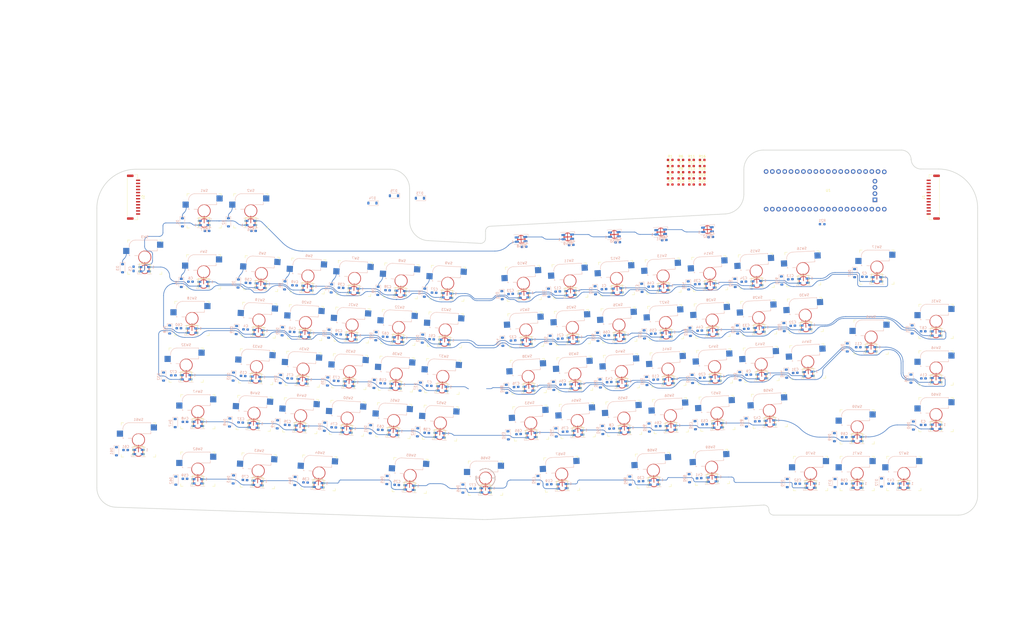
<source format=kicad_pcb>
(kicad_pcb (version 20221018) (generator pcbnew)
  (title_block (date "2023-08-16") (rev "A") (company "IsoKey - asterix24@gmail.com"))
  (layers (0 "F.Cu" signal) (31 "B.Cu" signal) (34 "B.Paste" user) (35 "F.Paste" user) (36 "B.SilkS" user "B.Silkscreen") (37 "F.SilkS" user "F.Silkscreen") (38 "B.Mask" user) (39 "F.Mask" user) (44 "Edge.Cuts" user))
  (net 0 "")
  (net 1 "Net-(D1-K)")
  (net 2 "Net-(D1-A)")
  (net 3 "Net-(D2-K)")
  (net 4 "Net-(D3-K)")
  (net 5 "Net-(D4-K)")
  (net 6 "Net-(D5-K)")
  (net 7 "Net-(D6-K)")
  (net 8 "Net-(D7-K)")
  (net 9 "Net-(D8-K)")
  (net 10 "Net-(D9-K)")
  (net 11 "Net-(D10-K)")
  (net 12 "GND")
  (net 13 "Net-(D100-DOUT)")
  (net 14 "+5V")
  (net 15 "Net-(D120-DOUT)")
  (net 16 "Net-(D21-K)")
  (net 17 "Net-(D22-K)")
  (net 18 "Net-(D23-K)")
  (net 19 "Net-(D24-K)")
  (net 20 "Net-(D25-K)")
  (net 21 "Net-(D26-K)")
  (net 22 "Net-(D27-K)")
  (net 23 "Net-(D28-K)")
  (net 24 "Net-(D29-K)")
  (net 25 "Net-(D30-K)")
  (net 26 "Net-(D31-K)")
  (net 27 "Net-(D32-K)")
  (net 28 "Net-(D33-K)")
  (net 29 "Net-(D34-K)")
  (net 30 "Net-(D35-K)")
  (net 31 "Net-(D36-K)")
  (net 32 "Net-(D37-K)")
  (net 33 "Net-(D38-K)")
  (net 34 "Net-(D39-K)")
  (net 35 "Net-(D40-K)")
  (net 36 "Net-(D41-K)")
  (net 37 "Net-(D42-K)")
  (net 38 "Net-(D43-K)")
  (net 39 "Net-(D44-K)")
  (net 40 "Net-(D45-K)")
  (net 41 "Net-(D46-K)")
  (net 42 "Net-(D47-K)")
  (net 43 "Net-(D48-K)")
  (net 44 "Net-(D49-K)")
  (net 45 "Net-(D50-K)")
  (net 46 "Net-(D51-K)")
  (net 47 "Net-(D52-K)")
  (net 48 "Net-(D53-K)")
  (net 49 "Net-(D54-K)")
  (net 50 "Net-(D55-K)")
  (net 51 "Net-(D56-K)")
  (net 52 "Net-(D57-K)")
  (net 53 "Net-(D58-K)")
  (net 54 "Net-(D59-K)")
  (net 55 "Net-(D60-K)")
  (net 56 "Net-(D61-K)")
  (net 57 "Net-(D62-K)")
  (net 58 "Net-(D63-K)")
  (net 59 "Net-(D64-K)")
  (net 60 "Net-(D65-K)")
  (net 61 "Net-(D66-K)")
  (net 62 "Net-(D67-K)")
  (net 63 "Net-(D68-K)")
  (net 64 "Net-(D69-K)")
  (net 65 "Net-(D70-K)")
  (net 66 "Net-(D71-K)")
  (net 67 "Net-(D72-K)")
  (net 68 "Net-(D73-K)")
  (net 69 "Net-(D74-K)")
  (net 70 "Net-(D75-K)")
  (net 71 "Net-(D86-DOUT)")
  (net 72 "Net-(D87-DOUT)")
  (net 73 "Net-(D89-DOUT)")
  (net 74 "Net-(D91-DOUT)")
  (net 75 "Net-(D121-DOUT)")
  (net 76 "Net-(D92-DOUT)")
  (net 77 "Net-(D93-DOUT)")
  (net 78 "Net-(D94-DOUT)")
  (net 79 "Net-(D95-DOUT)")
  (net 80 "Net-(D96-DOUT)")
  (net 81 "Net-(D97-DOUT)")
  (net 82 "Net-(D122-DOUT)")
  (net 83 "Net-(D100-DIN)")
  (net 84 "Net-(D101-DOUT)")
  (net 85 "Net-(D102-DOUT)")
  (net 86 "Net-(D103-DOUT)")
  (net 87 "Net-(D104-DOUT)")
  (net 88 "Net-(D105-DOUT)")
  (net 89 "Net-(D106-DOUT)")
  (net 90 "Net-(D107-DOUT)")
  (net 91 "Net-(D108-DOUT)")
  (net 92 "Net-(D109-DOUT)")
  (net 93 "Net-(D110-DOUT)")
  (net 94 "Net-(D111-DOUT)")
  (net 95 "Net-(D112-DOUT)")
  (net 96 "Net-(D113-DOUT)")
  (net 97 "Net-(D114-DOUT)")
  (net 98 "Net-(D115-DOUT)")
  (net 99 "Net-(D116-DOUT)")
  (net 100 "Net-(D117-DOUT)")
  (net 101 "Net-(D118-DOUT)")
  (net 102 "Net-(D119-DOUT)")
  (net 103 "Net-(D123-DOUT)")
  (net 104 "Net-(D124-DOUT)")
  (net 105 "Net-(D125-DOUT)")
  (net 106 "Net-(D126-DOUT)")
  (net 107 "Net-(D127-DOUT)")
  (net 108 "Net-(D128-DOUT)")
  (net 109 "Net-(D129-DOUT)")
  (net 110 "Net-(D130-DOUT)")
  (net 111 "Net-(D131-DOUT)")
  (net 112 "Net-(D132-DOUT)")
  (net 113 "Net-(D133-DOUT)")
  (net 114 "Net-(D134-DOUT)")
  (net 115 "Net-(D135-DOUT)")
  (net 116 "Net-(D136-DOUT)")
  (net 117 "Net-(D137-DOUT)")
  (net 118 "Net-(D138-DOUT)")
  (net 119 "Net-(D139-DOUT)")
  (net 120 "Net-(D140-DOUT)")
  (net 121 "Net-(D141-DOUT)")
  (net 122 "Net-(D142-DOUT)")
  (net 123 "Net-(D143-DOUT)")
  (net 124 "Net-(D144-DOUT)")
  (net 125 "Net-(D145-DOUT)")
  (net 126 "Net-(D146-DOUT)")
  (net 127 "Net-(D148-DOUT)")
  (net 128 "/ledsplate/led_out")
  (net 129 "Net-(R1-Pad2)")
  (net 130 "Net-(R2-Pad2)")
  (net 131 "Net-(R3-Pad2)")
  (net 132 "Net-(R4-Pad2)")
  (net 133 "Net-(R5-Pad2)")
  (net 134 "Net-(D11-K)")
  (net 135 "Net-(D12-K)")
  (net 136 "Net-(D13-K)")
  (net 137 "Net-(D14-K)")
  (net 138 "Net-(D15-K)")
  (net 139 "Net-(D16-K)")
  (net 140 "Net-(D16-A)")
  (net 141 "Net-(D17-K)")
  (net 142 "Net-(D18-K)")
  (net 143 "Net-(D19-K)")
  (net 144 "Net-(D20-K)")
  (net 145 "Net-(D31-A)")
  (net 146 "Net-(D46-A)")
  (net 147 "Net-(D61-A)")
  (net 148 "Net-(D76-DOUT)")
  (net 149 "Net-(D148-DIN)")
  (net 150 "Net-(D77-DOUT)")
  (net 151 "Net-(D78-DOUT)")
  (net 152 "Net-(D79-DOUT)")
  (net 153 "Net-(D80-DOUT)")
  (net 154 "Net-(D81-DOUT)")
  (net 155 "Net-(D82-DOUT)")
  (net 156 "Net-(D83-DOUT)")
  (net 157 "Net-(D84-DOUT)")
  (net 158 "Net-(D85-DOUT)")
  (net 159 "Net-(D88-DOUT)")
  (net 160 "Net-(D90-DOUT)")
  (net 161 "Net-(D98-DOUT)")
  (net 162 "Net-(R6-Pad2)")
  (net 163 "Net-(R7-Pad2)")
  (net 164 "Net-(R8-Pad2)")
  (net 165 "Net-(R9-Pad2)")
  (net 166 "Net-(R10-Pad2)")
  (net 167 "Net-(R11-Pad2)")
  (net 168 "Net-(R12-Pad2)")
  (net 169 "Net-(R13-Pad2)")
  (net 170 "Net-(R14-Pad2)")
  (net 171 "Net-(R15-Pad2)")
  (net 172 "/cl15")
  (net 173 "/r0")
  (net 174 "/cl16")
  (net 175 "/r1")
  (net 176 "/cl17")
  (net 177 "/r2")
  (net 178 "/cl18")
  (net 179 "/r3")
  (net 180 "/cl19")
  (net 181 "/r4")
  (net 182 "/cl0")
  (net 183 "/cl1")
  (net 184 "/cl2")
  (net 185 "/cl3")
  (net 186 "/cl4")
  (net 188 "/cl6")
  (net 189 "/cl7")
  (net 190 "/cl8")
  (net 191 "/cl9")
  (net 193 "/cl11")
  (net 194 "/cl12")
  (net 195 "/cl13")
  (net 196 "/cl14")
  (net 197 "/ledsplate/led_in")
  (net 198 "/cl10")
  (net 201 "/led_w1")
  (net 202 "/cl5")
  (net 211 "/port_id")
  (net 219 "Net-(D149-DIN)")
  (net 220 "Net-(D150-DIN)")
  (net 221 "Net-(D151-DIN)")
  (net 222 "Net-(D152-DIN)")
  (footprint "Button_Switch_Keyboard:Kailh_socket_MX_LED" (layer "F.Cu") (at 94.128799 89.56241)
    (fp_text reference "SW2")
    (fp_text value "Cherry")
  )
  (footprint "Button_Switch_Keyboard:Kailh_socket_MX_LED" (layer "F.Cu") (at 320.599019 132.214434 3)
    (fp_text reference "SW30")
    (fp_text value "Cherry")
  )
  (footprint "Resistor_SMD:R_0603_1608Metric_Pad0.98x0.95mm_HandSolder" (layer "F.Cu") (at 269.7875 73.78)
    (fp_text reference "R8")
    (fp_text value "22R")
  )
  (footprint "Button_Switch_Keyboard:Kailh_socket_MX_LED" (layer "F.Cu") (at 153.523444 156.223326 -3)
    (fp_text reference "SW36")
    (fp_text value "Cherry")
  )
  (footprint "Button_Switch_Keyboard:Kailh_socket_MX_LED" (layer "F.Cu") (at 117.469659 116.181541 -3)
    (fp_text reference "SW6")
    (fp_text value "Cherry")
  )
  (footprint "Button_Switch_Keyboard:Kailh_socket_MX_LED" (layer "F.Cu") (at 302.572126 152.235326 3)
    (fp_text reference "SW43")
    (fp_text value "Cherry")
  )
  (footprint "Resistor_SMD:R_0603_1608Metric_Pad0.98x0.95mm_HandSolder" (layer "F.Cu") (at 278.4875 76.29)
    (fp_text reference "R19")
    (fp_text value "22R")
  )
  (footprint "Button_Switch_Keyboard:Stabilizer_MX_2u" (layer "F.Cu") (at 349.851791 112.567409)
    (fp_text reference "REF**" hide)
    (fp_text value "Stabilizer_MX_2u" hide)
  )
  (footprint "Button_Switch_Keyboard:Kailh_socket_MX_LED" (layer "F.Cu") (at 70.105566 133.524764)
    (fp_text reference "SW18")
    (fp_text value "Cherry")
  )
  (footprint "Resistor_SMD:R_0603_1608Metric_Pad0.98x0.95mm_HandSolder" (layer "F.Cu") (at 265.4375 68.76)
    (fp_text reference "R1")
    (fp_text value "22R")
  )
  (footprint "Resistor_SMD:R_0603_1608Metric_Pad0.98x0.95mm_HandSolder" (layer "F.Cu") (at 265.4375 78.8)
    (fp_text reference "R5")
    (fp_text value "22R")
  )
  (footprint "Button_Switch_Keyboard:Kailh_socket_MX_LED" (layer "F.Cu") (at 174.541337 119.172541 -3)
    (fp_text reference "SW9")
    (fp_text value "Cherry")
  )
  (footprint "Button_Switch_Keyboard:Kailh_socket_MX_LED" (layer "F.Cu") (at 246.496944 174.250145 3)
    (fp_text reference "SW55")
    (fp_text value "Cherry")
  )
  (footprint "Button_Switch_Keyboard:Kailh_socket_MX_LED" (layer "F.Cu") (at 206.455164 138.19646 3)
    (fp_text reference "SW24")
    (fp_text value "Cherry")
  )
  (footprint "Resistor_SMD:R_0603_1608Metric_Pad0.98x0.95mm_HandSolder" (layer "F.Cu") (at 278.4875 68.76)
    (fp_text reference "R16")
    (fp_text value "22R")
  )
  (footprint "Button_Switch_Keyboard:Kailh_socket_MX_LED" (layer "F.Cu") (at 341.800791 177.792097)
    (fp_text reference "SW59")
    (fp_text value "Cherry")
  )
  (footprint "Button_Switch_Keyboard:Kailh_socket_MX_LED" (layer "F.Cu") (at 67.724266 152.572614)
    (fp_text reference "SW32")
    (fp_text value "Cherry")
  )
  (footprint "Button_Switch_Keyboard:Kailh_socket_MX_LED" (layer "F.Cu") (at 319.602019 113.190541 3)
    (fp_text reference "SW16")
    (fp_text value "Cherry")
  )
  (footprint "Button_Switch_Keyboard:Kailh_socket_MX_LED" (layer "F.Cu") (at 226.475058 156.223405 3)
    (fp_text reference "SW39")
    (fp_text value "Cherry")
  )
  (footprint "Button_Switch_Keyboard:Kailh_socket_MX_LED" (layer "F.Cu") (at 322.750791 196.842097)
    (fp_text reference "SW70")
    (fp_text value "Cherry")
  )
  (footprint "Button_Switch_Keyboard:Kailh_socket_MX_LED" (layer "F.Cu") (at 264.524341 154.229326 3)
    (fp_text reference "SW41")
    (fp_text value "Cherry")
  )
  (footprint "Resistor_SMD:R_0603_1608Metric_Pad0.98x0.95mm_HandSolder" (layer "F.Cu") (at 274.1375 78.8)
    (fp_text reference "R15")
    (fp_text value "22R")
  )
  (footprint "Resistor_SMD:R_0603_1608Metric_Pad0.98x0.95mm_HandSolder" (layer "F.Cu") (at 278.4875 71.27)
    (fp_text reference "R17")
    (fp_text value "22R")
  )
  (footprint "Button_Switch_Keyboard:Kailh_socket_MX_LED" (layer "F.Cu") (at 190 198.75)
    (fp_text reference "SW66")
    (fp_text value "Cherry")
  )
  (footprint "Button_Switch_Keyboard:Kailh_socket_MX_LED" (layer "F.Cu") (at 283.548234 153.232326 3)
    (fp_text reference "SW42")
    (fp_text value "Cherry")
  )
  (footprint "Button_Switch_Keyboard:Kailh_socket_MX_LED" (layer "F.Cu") (at 152.526444 175.247219 -3)
    (fp_text reference "SW51")
    (fp_text value "Cherry")
  )
  (footprint "Connector_JST:JST_GH_SM12B-GHS-TB_1x12-1MP_P1.25mm_Horizontal" (layer "F.Cu") (at 372.851791 83.973464 90)
    (fp_text reference "J1")
    (fp_text value "PadExp Left")
  )
  (footprint "Resistor_SMD:R_0603_1608Metric_Pad0.98x0.95mm_HandSolder" (layer "F.Cu") (at 278.4875 78.8)
    (fp_text reference "R20")
    (fp_text value "22R")
  )
  (footprint "Button_Switch_Keyboard:Kailh_socket_MX_LED" (layer "F.Cu") (at 282.316593 194.3069 3)
    (fp_text reference "SW69")
    (fp_text value "Cherry")
  )
  (footprint "Button_Switch_Keyboard:Kailh_socket_MX_LED" (layer "F.Cu") (at 208.449159 176.244145 3)
    (fp_text reference "SW53")
    (fp_text value "Cherry")
  )
  (footprint "Resistor_SMD:R_0603_1608Metric_Pad0.98x0.95mm_HandSolder" (layer "F.Cu") (at 269.7875 78.8)
    (fp_text reference "R10")
    (fp_text value "22R")
  )
  (footprint "Button_Switch_Keyboard:Kailh_socket_MX_LED" (layer "F.Cu") (at 136.493551 117.178541 -3)
    (fp_text reference "SW7")
    (fp_text value "Cherry")
  )
  (footprint "Button_Switch_Keyboard:Kailh_socket_MX_LED" (layer "F.Cu") (at 95.454766 172.256219 -3)
    (fp_text reference "SW48")
    (fp_text value "Cherry")
  )
  (footprint "Button_Switch_Keyboard:Kailh_socket_MX_LED" (layer "F.Cu") (at 72.486766 195.069754)
    (fp_text reference "SW62")
    (fp_text value "Cherry")
  )
  (footprint "Button_Switch_Keyboard:Kailh_socket_MX_LED" (layer "F.Cu") (at 97.158624 195.760322 -3)
    (fp_text reference "SW63")
    (fp_text value "Cherry")
  )
  (footprint "Resistor_SMD:R_0603_1608Metric_Pad0.98x0.95mm_HandSolder" (layer "F.Cu") (at 274.1375 76.29)
    (fp_text reference "R14")
    (fp_text value "22R")
  )
  (footprint "Button_Switch_Keyboard:Kailh_socket_MX_LED" (layer "F.Cu") (at 301.575126 133.211434 3)
    (fp_text reference "SW29")
    (fp_text value "Cherry")
  )
  (footprint "Resistor_SMD:R_0603_1608Metric_Pad0.98x0.95mm_HandSolder" (layer "F.Cu") (at 274.1375 71.27)
    (fp_text reference "R12")
    (fp_text value "22R")
  )
  (footprint "Button_Switch_Keyboard:Kailh_socket_MX_LED" (layer "F.Cu") (at 205.458164 119.172567 3)
    (fp_text reference "SW10")
    (fp_text value "Cherry")
  )
  (footprint "Button_Switch_Keyboard:Kailh_socket_MX_LED" (layer "F.Cu") (at 321.596019 151.238326 3)
    (fp_text reference "SW44")
    (fp_text value "Cherry")
  )
  (footprint "Button_Switch_Keyboard:Kailh_socket_MX_LED" (layer "F.Cu") (at 155.517444 118.175541 -3)
    (fp_text reference "SW8")
    (fp_text value "Cherry")
  )
  (footprint "Button_Switch_Keyboard:Kailh_socket_MX_LED" (layer "F.Cu") (at 282.551233 134.208434 3)
    (fp_text reference "SW28")
    (fp_text value "Cherry")
  )
  (footprint "Button_Switch_Keyboard:Kailh_socket_MX_LED" (layer "F.Cu") (at 227.473051 175.247145 3)
    (fp_text reference "SW54")
    (fp_text value "Cherry")
  )
  (footprint "Button_Switch_Keyboard:Kailh_socket_MX_LED" (layer "F.Cu") (at 133.502552 174.250219 -3)
    (fp_text reference "SW50")
    (fp_text value "Cherry")
  )
  (footprint "Button_Switch_Keyboard:Kailh_socket_MX_LED" (layer "F.Cu") (at 284.543731 172.256198 3)
    (fp_text reference "SW57")
    (fp_text value "Cherry")
  )
  (footprint "Resistor_SMD:R_0603_1608Metric_Pad0.98x0.95mm_HandSolder" (layer "F.Cu") (at 269.7875 68.76)
    (fp_text reference "R6")
    (fp_text value "22R")
  )
  (footprint "Button_Switch_Keyboard:Kailh_socket_MX_LED" (layer "F.Cu") (at 347.467291 141.141109)
    (fp_text reference "SW45")
    (fp_text value "Cherry")
  )
  (footprint "Button_Switch_Keyboard:Kailh_socket_MX_LED" (layer "F.Cu") (at 263.525843 135.205512 3)
    (fp_text reference "SW27")
    (fp_text value "Cherry")
  )
  (footprint "Button_Switch_Keyboard:Stabilizer_MX_2u" (layer "F.Cu") (at 220.831079 196.239074 3)
    (fp_text reference "REF**" hide)
    (fp_text value "Stabilizer_MX_2u" hide)
  )
  (footprint "Button_Switch_Keyboard:Kailh_socket_MX_LED" (layer "F.Cu") (at 225.479056 137.19946 3)
    (fp_text reference "SW25")
    (fp_text value "Cherry")
  )
  (footprint "Button_Switch_Keyboard:Kailh_socket_MX_LED" (layer "F.Cu") (at 121.956538 196.60797 -3)
    (fp_text reference "SW64")
    (fp_text value "Cherry")
  )
  (footprint "Button_Switch_Keyboard:Kailh_socket_MX_LED" (layer "F.Cu") (at 72.486766 171.622164)
    (fp_text reference "SW47")
    (fp_text value "Cherry")
  )
  (footprint "Resistor_SMD:R_0603_1608Metric_Pad0.98x0.95mm_HandSolder" (layer "F.Cu") (at 265.4375 71.27)
    (fp_text reference "R2")
    (fp_text value "22R")
  )
  (footprint "Button_Switch_Keyboard:Kailh_socket_MX_LED" (layer "F.Cu") (at 50.818066 108.472964)
    (fp_text reference "SW3")
    (fp_text value "Cherry")
  )
  (footprint "Button_Switch_Keyboard:Kailh_socket_MX_LED" (layer "F.Cu") (at 224.482056 118.175567 3)
    (fp_text reference "SW11")
    (fp_text value "Cherry")
  )
  (footprint "Button_Switch_Keyboard:Kailh_socket_MX_LED" (layer "F.Cu") (at 374 134.7)
    (fp_text reference "SW31")
    (fp_text value "Cherry")
  )
  (footprint "Button_Switch_Keyboard:Kailh_socket_MX_LED" (layer "F.Cu") (at 262.528843 116.18162 3)
    (fp_text reference "SW13")
    (fp_text value "Cherry")
  )
  (footprint "Button_Switch_Keyboard:Kailh_socket_MX_LED" (layer "F.Cu") (at 134.499551 155.226326 -3)
    (fp_text reference "SW35")
    (fp_text value "Cherry")
  )
  (footprint "Resistor_SMD:R_0603_1608Metric_Pad0.98x0.95mm_HandSolder" (layer "F.Cu") (at 269.7875 71.27)
    (fp_text reference "R7")
    (fp_text value "22R")
  )
  (footprint "Resistor_SMD:R_0603_1608Metric_Pad0.98x0.95mm_HandSolder" (layer "F.Cu") (at 265.4375 73.78)
    (fp_text reference "R3")
    (fp_text value "22R")
  )
  (footprint "Button_Switch_Keyboard:Kailh_socket_MX_LED" (layer "F.Cu") (at 341.800791 196.842097)
    (fp_text reference "SW71")
    (fp_text value "Cherry")
  )
  (footprint "Button_Switch_Keyboard:Kailh_socket_MX_LED" (layer "F.Cu") (at 244.50195 136.202512 3)
    (fp_text reference "SW26")
    (fp_text value "Cherry")
  )
  (footprint "Button_Switch_Keyboard:Kailh_socket_MX_LED" (layer "F.Cu") (at 360.850791 196.842097)
    (fp_text reference "SW72")
    (fp_text value "Cherry")
  )
  (footprint "Resistor_SMD:R_0603_1608Metric_Pad0.98x0.95mm_HandSolder" (layer "F.Cu") (at 265.4375 76.29)
    (fp_text reference "R4")
    (fp_text value "22R")
  )
  (footprint "Resistor_SMD:R_0603_1608Metric_Pad0.98x0.95mm_HandSolder" (layer "F.Cu") (at 274.1375 68.76)
    (fp_text reference "R11")
    (fp_text value "22R")
  )
  (footprint "Resistor_SMD:R_0603_1608Metric_Pad0.98x0.95mm_HandSolder" (layer "F.Cu") (at 278.4875 73.78)
    (fp_text reference "R18")
    (fp_text value "22R")
  )
  (footprint "Button_Switch_Keyboard:Stabilizer_MX_2u" (layer "F.Cu") (at 159.197071 196.773565 -3)
    (fp_text reference "REF**" hide)
    (fp_text value "Stabilizer_MX_2u" hide)
  )
  (footprint "Button_Switch_Keyboard:Kailh_socket_MX_LED" (layer "F.Cu") (at 258.535181 195.53319 3)
    (fp_text reference "SW68")
    (fp_text value "Cherry")
  )
  (footprint "Button_Switch_Keyboard:Kailh_socket_MX_LED" (layer "F.Cu") (at 135.496551 136.202434 -3)
    (fp_text reference "SW21")
    (fp_text value "Cherry")
  )
  (footprint "Button_Switch_Keyboard:Kailh_socket_MX_LED" (layer "F.Cu") (at 265.519838 173.253198 3)
    (fp_text reference "SW56")
    (fp_text value "Cherry")
  )
  (footprint "Button_Switch_Keyboard:Stabilizer_MX_2u" (layer "F.Cu") (at 347.467291 141.141109 -90)
    (fp_text reference "REF**" hide)
    (fp_text value "Stabilizer_MX_2u" hide)
  )
  (footprint "Button_Switch_Keyboard:Kailh_socket_MX_LED" (layer "F.Cu") (at 207.452164 157.220352 3)
    (fp_text reference "SW38")
    (fp_text value "Cherry")
  )
  (footprint "Button_Switch_Keyboard:Kailh_socket_MX_LED" (layer "F.Cu") (at 305.946858 171.134507 3)
    (fp_text reference "SW58")
    (fp_text value "Cherry")
  )
  (footprint "Connector_JST:JST_GH_SM12B-GHS-TB_1x12-1MP_P1.25mm_Horizontal" (layer "F.Cu") (at 46.245566 83.973464 -90)
    (fp_text reference "J2")
    (fp_text value "PadExp Right")
  )
  (footprint "Button_Switch_Keyboard:Kailh_socket_MX_LED" (layer "F.Cu") (at 221.099262 197.108154 3)
    (fp_text reference "SW67")
    (fp_text value "Cherry")
  )
  (footprint "Resistor_SMD:R_0603_1608Metric_Pad0.98x0.95mm_HandSolder" (layer "F.Cu") (at 274.1375 73.78)
    (fp_text reference "R13")
    (fp_text value "22R")
  )
  (footprint "Button_Switch_Keyboard:Kailh_socket_MX_LED" (layer "F.Cu") (at 75.078799 89.56241)
    (fp_text reference "SW1")
    (fp_text value "Cherry")
  )
  (footprint "Modules:BlackPill_STLINK" (layer "F.Cu") (at 330 81.25 90)
    (fp_text reference "U1")
    (fp_text value "BlackPill_STLINK")
  )
  (footprint "Button_Switch_Keyboard:Kailh_socket_MX_LED" (layer "F.Cu") (at 74.868066 114.472964)
    (fp_text reference "SW4")
    (fp_text value "Cherry")
  )
  (footprint "Button_Switch_Keyboard:Kailh_socket_MX_LED" (layer "F.Cu") (at 172.547337 157.220326 -3)
    (fp_text reference "SW37")
    (fp_text value "Cherry")
  )
  (footprint "Button_Switch_Keyboard:Kailh_socket_MX_LED" (layer "F.Cu") (at 374 153.75)
    (fp_text reference "SW46")
    (fp_text value "Cherry")
  )
  (footprint "Button_Switch_Keyboard:Kailh_socket_MX_LED" (layer "F.Cu") (at 349.851791 112.567409)
    (fp_text reference "SW17")
    (fp_text value "Cherry")
  )
  (footprint "Button_Switch_Keyboard:Kailh_socket_MX_LED" (layer "F.Cu") (at 173.544337 138.196434 -3)
    (fp_text reference "SW23")
    (fp_text value "Cherry")
  )
  (footprint "Button_Switch_Keyboard:Kailh_socket_MX_LED" (layer "F.Cu") (at 245.498951 155.226405 3)
    (fp_text reference "SW40")
    (fp_text value "Cherry")
  )
  (footprint "Button_Switch_Keyboard:Kailh_socket_MX_LED" (layer "F.Cu") (at 281.554233 115.184541 3)
    (fp_text reference "SW14")
    (fp_text value "Cherry")
  )
  (footprint "Button_Switch_Keyboard:Kailh_socket_MX_LED" (layer "F.Cu") (at 300.578126 114.187541 3)
    (fp_text reference "SW15")
    (fp_text value "Cherry")
  )
  (footprint "Button_Switch_Keyboard:Kailh_socket_MX_LED" (layer "F.Cu") (at 159.197071 197.643515 -3)
    (fp_text reference "SW65")
    (fp_text value "Cherry")
  )
  (footprint "Button_Switch_Keyboard:Kailh_socket_MX_LED" (layer "F.Cu") (at 154.520444 137.199434 -3)
    (fp_text reference "SW22")
    (fp_text value "Cherry")
  )
  (footprint "Button_Switch_Keyboard:Kailh_socket_MX_LED" (layer "F.Cu") (at 243.50495 117.17862 3)
    (fp_text reference "SW12")
    (fp_text value "Cherry")
  )
  (footprint "Button_Switch_Keyboard:Kailh_socket_MX_LED" (layer "F.Cu") (at 114.478659 173.253219 -3)
    (fp_text reference "SW49")
    (fp_text value "Cherry")
  )
  (footprint "Button_Switch_Keyboard:Kailh_socket_MX_LED" (layer "F.Cu") (at 116.472659 135.205434 -3)
    (fp_text reference "SW20")
    (fp_text value "Cherry")
  )
  (footprint "Button_Switch_Keyboard:Kailh_socket_MX_LED" (layer "F.Cu") (at 115.475658 154.229326 -3)
    (fp_text reference "SW34")
    (fp_text value "Cherry")
  )
  (footprint "Button_Switch_Keyboard:Kailh_socket_MX_LED" (layer "F.Cu") (at 374 172.799075)
    (fp_text reference "SW60")
    (fp_text value "Cherry")
  )
  (footprint "Button_Switch_Keyboard:Kailh_socket_MX_LED" (layer "F.Cu") (at 48.245566 183.100164)
    (fp_text reference "SW61")
    (fp_text value "Cherry")
  )
  (footprint "Button_Switch_Keyboard:Kailh_socket_MX_LED" (layer "F.Cu") (at 98.445766 115.184541 -3)
    (fp_text reference "SW5")
    (fp_text value "Cherry")
  )
  (footprint "Button_Switch_Keyboard:Kailh_socket_MX_LED" (layer "F.Cu") (at 97.448766 134.208434 -3)
    (fp_text reference "SW19")
    (fp_text value "Cherry")
  )
  (footprint "Resistor_SMD:R_0603_1608Metric_Pad0.98x0.95mm_HandSolder" (layer "F.Cu") (at 269.7875 76.29)
    (fp_text reference "R9")
    (fp_text value "22R")
  )
  (footprint "Button_Switch_Keyboard:Kailh_socket_MX_LED" (layer "F.Cu") (at 96.451766 153.232326 -3)
    (fp_text reference "SW33")
    (fp_text value "Cherry")
  )
  (footprint "Button_Switch_Keyboard:Kailh_socket_MX_LED" (layer "F.Cu") (at 171.550337 176.244219 -3)
    (fp_text reference "SW52")
    (fp_text value "Cherry")
  )
  (footprint "Capacitor_SMD:C_0603_1608Metric_Pad1.08x0.95mm_HandSolder" (layer "B.Cu") (at 297.5 156.5 -177)
    (fp_text reference "C9")
    (fp_text value "100nF")
  )
  (footprint "LED_SMD:LED_SK6812MINI_PLCC4_3.5x3.5mm_P1.75mm" (layer "B.Cu") (at 306.20645 176.08781 -177)
    (fp_text reference "D133")
    (fp_text value "SK6812MINI")
  )
  (footprint "LED_SMD:LED_SK6812MINI_PLCC4_3.5x3.5mm_P1.75mm" (layer "B.Cu") (at 115.216072 159.182528 177)
    (fp_text reference "D109")
    (fp_text value "SK6812MINI")
  )
  (footprint "Diode_SMD:D_SOD-123" (layer "B.Cu") (at 126 139.75 -93)
    (fp_text reference "D21")
    (fp_text value "1N4448W")
  )
  (footprint "Capacitor_SMD:C_0603_1608Metric_Pad1.08x0.95mm_HandSolder" (layer "B.Cu") (at 344.75 116.5 180)
    (fp_text reference "C2")
    (fp_text value "100nF")
  )
  (footprint "Diode_SMD:D_SOD-123" (layer "B.Cu") (at 63.25 176.25 -90)
    (fp_text reference "D47")
    (fp_text value "1N4448W")
  )
  (footprint "Capacitor_SMD:C_0603_1608Metric_Pad1.08x0.95mm_HandSolder" (layer "B.Cu") (at 43 187.25 180)
    (fp_text reference "C61")
    (fp_text value "100nF")
  )
  (footprint "Capacitor_SMD:C_0603_1608Metric_Pad1.08x0.95mm_HandSolder" (layer "B.Cu") (at 168 142 177)
    (fp_text reference "C51")
    (fp_text value "100nF")
  )
  (footprint "LED_SMD:LED_SK6812MINI_PLCC4_3.5x3.5mm_P1.75mm" (layer "B.Cu") (at 96.19218 158.185528 177)
    (fp_text reference "D108")
    (fp_text value "SK6812MINI")
  )
  (footprint "Capacitor_SMD:C_0603_1608Metric_Pad1.08x0.95mm_HandSolder" (layer "B.Cu") (at 201.25 142.5 -177)
    (fp_text reference "C32")
    (fp_text value "100nF")
  )
  (footprint "LED_SMD:LED_SK6812MINI_PLCC4_3.5x3.5mm_P1.75mm" (layer "B.Cu") (at 227.732642 180.200448 -177)
    (fp_text reference "D129")
    (fp_text value "SK6812MINI")
  )
  (footprint "LED_SMD:LED_SK6812MINI_PLCC4_3.5x3.5mm_P1.75mm" (layer "B.Cu") (at 94.128799 94.52241)
    (fp_text reference "D76")
    (fp_text value "SK6812MINI")
  )
  (footprint "Diode_SMD:D_SOD-123" (layer "B.Cu") (at 39.25 187.75 -90)
    (fp_text reference "D61")
    (fp_text value "1N4448W")
  )
  (footprint "Capacitor_SMD:C_0603_1608Metric_Pad1.08x0.95mm_HandSolder" (layer "B.Cu") (at 67.25 199 180)
    (fp_text reference "C59")
    (fp_text value "100nF")
  )
  (footprint "LED_SMD:LED_SK6812MINI_PLCC4_3.5x3.5mm_P1.75mm" (layer "B.Cu") (at 263.786428 140.158662 -177)
    (fp_text reference "D102")
    (fp_text value "SK6812MINI")
  )
  (footprint "LED_SMD:LED_SK6812MINI_PLCC4_3.5x3.5mm_P1.75mm" (layer "B.Cu") (at 98.18618 120.137744 177)
    (fp_text reference "D80")
    (fp_text value "SK6812MINI")
  )
  (footprint "Capacitor_SMD:C_0603_1608Metric_Pad1.08x0.95mm_HandSolder" (layer "B.Cu") (at 205.75 104.25 -177)
    (fp_text reference "C45")
    (fp_text value "100nF")
  )
  (footprint "Diode_SMD:D_SOD-123" (layer "B.Cu") (at 87 157.25 -93)
    (fp_text reference "D33")
    (fp_text value "1N4448W")
  )
  (footprint "Capacitor_SMD:C_0603_1608Metric_Pad1.08x0.95mm_HandSolder" (layer "B.Cu") (at 241.5 178.5 -177)
    (fp_text reference "C8")
    (fp_text value "100nF")
  )
  (footprint "Diode_SMD:D_SOD-123" (layer "B.Cu") (at 124.25 177.75 -93)
    (fp_text reference "D50")
    (fp_text value "1N4448W")
  )
  (footprint "Diode_SMD:D_SOD-123" (layer "B.Cu") (at 340.75 115 -90)
    (fp_text reference "D17")
    (fp_text value "1N4448W")
  )
  (footprint "Capacitor_SMD:C_0603_1608Metric_Pad1.08x0.95mm_HandSolder" (layer "B.Cu") (at 239.5 140.5 -177)
    (fp_text reference "C66")
    (fp_text value "100nF")
  )
  (footprint "Diode_SMD:D_SOD-123" (layer "B.Cu") (at 165.095571 123 -93)
    (fp_text reference "D9")
    (fp_text value "1N4448W")
  )
  (footprint "Capacitor_SMD:C_0603_1608Metric_Pad1.08x0.95mm_HandSolder" (layer "B.Cu") (at 316.5 155.75 -177)
    (fp_text reference "C31")
    (fp_text value "100nF")
  )
  (footprint "LED_SMD:LED_SK6812MINI_PLCC4_3.5x3.5mm_P1.75mm" (layer "B.Cu") (at 374 139.66 180)
    (fp_text reference "D106")
    (fp_text value "SK6812MINI")
  )
  (footprint "Diode_SMD:D_SOD-123" (layer "B.Cu") (at 196.75 124 -87)
    (fp_text reference "D10")
    (fp_text value "1N4448W")
  )
  (footprint "Diode_SMD:D_SOD-123" (layer "B.Cu") (at 216.5 142.25 -87)
    (fp_text reference "D25")
    (fp_text value "1N4448W")
  )
  (footprint "LED_SMD:LED_SK6812MINI_PLCC4_3.5x3.5mm_P1.75mm" (layer "B.Cu") (at 282.576185 199.260202 -177)
    (fp_text reference "D144")
    (fp_text value "SK6812MINI")
  )
  (footprint "Diode_SMD:D_SOD-123" (layer "B.Cu") (at 253.858777 121.006 -87)
    (fp_text reference "D13")
    (fp_text value "1N4448W")
  )
  (footprint "Diode_SMD:D_SOD-123" (layer "B.Cu") (at 249 199.75 -87)
    (fp_text reference "D68")
    (fp_text value "1N4448W")
  )
  (footprint "Capacitor_SMD:C_0603_1608Metric_Pad1.08x0.95mm_HandSolder" (layer "B.Cu") (at 148 160 177)
    (fp_text reference "C18")
    (fp_text value "100nF")
  )
  (footprint "Diode_SMD:D_SOD-123" (layer "B.Cu") (at 163.2 84.4 180)
    (fp_text reference "D73")
    (fp_text value "1N4448W")
  )
  (footprint "Capacitor_SMD:C_0603_1608Metric_Pad1.08x0.95mm_HandSolder" (layer "B.Cu") (at 368.75 177 180)
    (fp_text reference "C3")
    (fp_text value "100nF")
  )
  (footprint "Capacitor_SMD:C_0603_1608Metric_Pad1.08x0.95mm_HandSolder" (layer "B.Cu") (at 336.5 182 180)
    (fp_text reference "C69")
    (fp_text value "100nF")
  )
  (footprint "Capacitor_SMD:C_0603_1608Metric_Pad1.08x0.95mm_HandSolder" (layer "B.Cu") (at 46.25 113.25 -90)
    (fp_text reference "C5")
    (fp_text value "100nF")
  )
  (footprint "Diode_SMD:D_SOD-123" (layer "B.Cu") (at 85 94.25 -90)
    (fp_text reference "D2")
    (fp_text value "1N4448W")
  )
  (footprint "Capacitor_SMD:C_0603_1608Metric_Pad1.08x0.95mm_HandSolder" (layer "B.Cu") (at 130 140 177)
    (fp_text reference "C29")
    (fp_text value "100nF")
  )
  (footprint "Diode_SMD:D_SOD-123" (layer "B.Cu") (at 143 178.75 -93)
    (fp_text reference "D51")
    (fp_text value "1N4448W")
  )
  (footprint "Capacitor_SMD:C_0603_1608Metric_Pad1.08x0.95mm_HandSolder" (layer "B.Cu") (at 276.5 119.5 -177)
    (fp_text reference "C35")
    (fp_text value "100nF")
  )
  (footprint "LED_SMD:LED_SK6812MINI_PLCC4_3.5x3.5mm_P1.75mm" (layer "B.Cu") (at 301.834713 138.164636 -177)
    (fp_text reference "D104")
    (fp_text value "SK6812MINI")
  )
  (footprint "Diode_SMD:D_SOD-123" (layer "B.Cu") (at 127.047785 121.244 -93)
    (fp_text reference "D7")
    (fp_text value "1N4448W")
  )
  (footprint "Diode_SMD:D_SOD-123" (layer "B.Cu") (at 274.489477 158.217166 -87)
    (fp_text reference "D42")
    (fp_text value "1N4448W")
  )
  (footprint "Capacitor_SMD:C_0603_1608Metric_Pad1.08x0.95mm_HandSolder" (layer "B.Cu") (at 116.5 200.5 177)
    (fp_text reference "C36")
    (fp_text value "100nF")
  )
  (footprint "Capacitor_SMD:C_0603_1608Metric_Pad1.08x0.95mm_HandSolder" (layer "B.Cu") (at 153.75 201.5 177)
    (fp_text reference "C25")
    (fp_text value "100nF")
  )
  (footprint "Diode_SMD:D_SOD-123" (layer "B.Cu") (at 351.75 200.5 -90)
    (fp_text reference "D72")
    (fp_text value "1N4448W")
  )
  (footprint "LED_SMD:LED_SK6812MINI_PLCC4_3.5x3.5mm_P1.75mm" (layer "B.Cu") (at 261.536128 98.208078 3)
    (fp_text reference "D151")
    (fp_text value "SK6812MINI")
  )
  (footprint "Capacitor_SMD:C_0603_1608Metric_Pad1.08x0.95mm_HandSolder" (layer "B.Cu") (at 64.75 137.5 180)
    (fp_text reference "C60")
    (fp_text value "100nF")
  )
  (footprint "Capacitor_SMD:C_0603_1608Metric_Pad1.08x0.95mm_HandSolder" (layer "B.Cu") (at 90 176 177)
    (fp_text reference "C37")
    (fp_text value "100nF")
  )
  (footprint "Diode_SMD:D_SOD-123" (layer "B.Cu") (at 108 120 -93)
    (fp_text reference "D6")
    (fp_text value "1N4448W")
  )
  (footprint "Capacitor_SMD:C_0603_1608Metric_Pad1.08x0.95mm_HandSolder" (layer "B.Cu") (at 296.5 137.75 -177)
    (fp_text reference "C33")
    (fp_text value "100nF")
  )
  (footprint "Capacitor_SMD:C_0603_1608Metric_Pad1.08x0.95mm_HandSolder" (layer "B.Cu") (at 263 101.5 -177)
    (fp_text reference "C68")
    (fp_text value "100nF")
  )
  (footprint "LED_SMD:LED_SK6812MINI_PLCC4_3.5x3.5mm_P1.75mm" (layer "B.Cu") (at 262.789428 121.13477 -177)
    (fp_text reference "D88")
    (fp_text value "SK6812MINI")
  )
  (footprint "LED_SMD:LED_SK6812MINI_PLCC4_3.5x3.5mm_P1.75mm" (layer "B.Cu") (at 173.28475 143.149636 177)
    (fp_text reference "D98")
    (fp_text value "SK6812MINI")
  )
  (footprint "LED_SMD:LED_SK6812MINI_PLCC4_3.5x3.5mm_P1.75mm" (layer "B.Cu") (at 133.242965 179.203421 177)
    (fp_text reference "D125")
    (fp_text value "SK6812MINI")
  )
  (footprint "Diode_SMD:D_SOD-123" (layer "B.Cu") (at 293.901062 157.059759 -87)
    (fp_text reference "D43")
    (fp_text value "1N4448W")
  )
  (footprint "LED_SMD:LED_SK6812MINI_PLCC4_3.5x3.5mm_P1.75mm" (layer "B.Cu") (at 134.239965 160.179528 177)
    (fp_text reference "D110")
    (fp_text value "SK6812MINI")
  )
  (footprint "Capacitor_SMD:C_0603_1608Metric_Pad1.08x0.95mm_HandSolder" (layer "B.Cu") (at 240.5 159.5 -177)
    (fp_text reference "C43")
    (fp_text value "100nF")
  )
  (footprint "LED_SMD:LED_SK6812MINI_PLCC4_3.5x3.5mm_P1.75mm" (layer "B.Cu") (at 155.257858 123.128744 177)
    (fp_text reference "D83")
    (fp_text value "SK6812MINI")
  )
  (footprint "LED_SMD:LED_SK6812MINI_PLCC4_3.5x3.5mm_P1.75mm" (layer "B.Cu") (at 158.937485 202.596717 177)
    (fp_text reference "D140")
    (fp_text value "SK6812MINI")
  )
  (footprint "LED_SMD:LED_SK6812MINI_PLCC4_3.5x3.5mm_P1.75mm" (layer "B.Cu") (at 374 158.71 180)
    (fp_text reference "D121")
    (fp_text value "SK6812MINI")
  )
  (footprint "LED_SMD:LED_SK6812MINI_PLCC4_3.5x3.5mm_P1.75mm" (layer "B.Cu") (at 349.851791 117.527409 180)
    (fp_text reference "D92")
    (fp_text value "SK6812MINI")
  )
  (footprint "LED_SMD:LED_SK6812MINI_PLCC4_3.5x3.5mm_P1.75mm" (layer "B.Cu") (at 97.18918 139.161636 177)
    (fp_text reference "D94")
    (fp_text value "SK6812MINI")
  )
  (footprint "Diode_SMD:D_SOD-123" (layer "B.Cu") (at 310.930954 118.014974 -87)
    (fp_text reference "D16")
    (fp_text value "1N4448W")
  )
  (footprint "Diode_SMD:D_SOD-123" (layer "B.Cu") (at 61 138 -90)
    (fp_text reference "D18")
    (fp_text value "1N4448W")
  )
  (footprint "Diode_SMD:D_SOD-123" (layer "B.Cu") (at 218.801992 180.071678 -87)
    (fp_text reference "D54")
    (fp_text value "1N4448W")
  )
  (footprint "Capacitor_SMD:C_0603_1608Metric_Pad1.08x0.95mm_HandSolder" (layer "B.Cu") (at 112 120 177)
    (fp_text reference "C49")
    (fp_text value "100nF")
  )
  (footprint "LED_SMD:LED_SK6812MINI_PLCC4_3.5x3.5mm_P1.75mm" (layer "B.Cu") (at 243.765536 122.13177 -177)
    (fp_text reference "D87")
    (fp_text value "SK6812MINI")
  )
  (footprint "LED_SMD:LED_SK6812MINI_PLCC4_3.5x3.5mm_P1.75mm" (layer "B.Cu") (at 72.486766 200.029754 180)
    (fp_text reference "D137")
    (fp_text value "SK6812MINI")
  )
  (footprint "LED_SMD:LED_SK6812MINI_PLCC4_3.5x3.5mm_P1.75mm" (layer "B.Cu") (at 95.19518 177.209421 177)
    (fp_text reference "D123")
    (fp_text value "SK6812MINI")
  )
  (footprint "Diode_SMD:D_SOD-123" (layer "B.Cu") (at 125.5 159.25 -93)
    (fp_text reference "D35")
    (fp_text value "1N4448W")
  )
  (footprint "Capacitor_SMD:C_0603_1608Metric_Pad1.08x0.95mm_HandSolder" (layer "B.Cu") (at 129 159 177)
    (fp_text reference "C73")
    (fp_text value "100nF")
  )
  (footprint "LED_SMD:LED_SK6812MINI_PLCC4_3.5x3.5mm_P1.75mm" (layer "B.Cu") (at 174.28175 124.125743 177)
    (fp_text reference "D84")
    (fp_text value "SK6812MINI")
  )
  (footprint "Capacitor_SMD:C_0603_1608Metric_Pad1.08x0.95mm_HandSolder" (layer "B.Cu") (at 184.75 203 180)
    (fp_text reference "C77")
    (fp_text value "100nF")
  )
  (footprint "Capacitor_SMD:C_0603_1608Metric_Pad1.08x0.95mm_HandSolder" (layer "B.Cu") (at 238.388682 121.54514 -177)
    (fp_text reference "C1")
    (fp_text value "100nF")
  )
  (footprint "LED_SMD:LED_SK6812MINI_PLCC4_3.5x3.5mm_P1.75mm" (layer "B.Cu") (at 341.800791 201.802097 180)
    (fp_text reference "D146")
    (fp_text value "SK6812MINI")
  )
  (footprint "LED_SMD:LED_SK6812MINI_PLCC4_3.5x3.5mm_P1.75mm" (layer "B.Cu") (at 319.861605 118.143744 -177)
    (fp_text reference "D91")
    (fp_text value "SK6812MINI")
  )
  (footprint "Diode_SMD:D_SOD-123" (layer "B.Cu") (at 164.25 141.75 -93)
    (fp_text reference "D23")
    (fp_text value "1N4448W")
  )
  (footprint "Capacitor_SMD:C_0603_1608Metric_Pad1.08x0.95mm_HandSolder" (layer "B.Cu") (at 222.5 179.75 -177)
    (fp_text reference "C75")
    (fp_text value "100nF")
  )
  (footprint "Capacitor_SMD:C_0603_1608Metric_Pad1.08x0.95mm_HandSolder" (layer "B.Cu") (at 92 138 177)
    (fp_text reference "C4")
    (fp_text value "100nF")
  )
  (footprint "Diode_SMD:D_SOD-123" (layer "B.Cu") (at 85.5 176 -93)
    (fp_text reference "D48")
    (fp_text value "1N4448W")
  )
  (footprint "LED_SMD:LED_SK6812MINI_PLCC4_3.5x3.5mm_P1.75mm" (layer "B.Cu") (at 245.759535 160.179555 -177)
    (fp_text reference "D115")
    (fp_text value "SK6812MINI")
  )
  (footprint "Capacitor_SMD:C_0603_1608Metric_Pad1.08x0.95mm_HandSolder" (layer "B.Cu") (at 258.5 139.75 -177)
    (fp_text reference "C55")
    (fp_text value "100nF")
  )
  (footprint "Capacitor_SMD:C_0603_1608Metric_Pad1.08x0.95mm_HandSolder" (layer "B.Cu") (at 167 161 177)
    (fp_text reference "C7")
    (fp_text value "100nF")
  )
  (footprint "Diode_SMD:D_SOD-123" (layer "B.Cu") (at 256.849777 178.077678 -87)
    (fp_text reference "D56")
    (fp_text value "1N4448W")
  )
  (footprint "Diode_SMD:D_SOD-123" (layer "B.Cu") (at 363.75 158.1 -90)
    (fp_text reference "D46")
    (fp_text value "1N4448W")
  )
  (footprint "LED_SMD:LED_SK6812MINI_PLCC4_3.5x3.5mm_P1.75mm" (layer "B.Cu") (at 246.756535 179.203448 -177)
    (fp_text reference "D130")
    (fp_text value "SK6812MINI")
  )
  (footprint "Capacitor_SMD:C_0603_1608Metric_Pad1.08x0.95mm_HandSolder" (layer "B.Cu") (at 95.25 97.75 180)
    (fp_text reference "C17")
    (fp_text value "100nF")
  )
  (footprint "LED_SMD:LED_SK6812MINI_PLCC4_3.5x3.5mm_P1.75mm" (layer "B.Cu") (at 96.899037 200.713524 177)
    (fp_text reference "D138")
    (fp_text value "SK6812MINI")
  )
  (footprint "Capacitor_SMD:C_0603_1608Metric_Pad1.08x0.95mm_HandSolder" (layer "B.Cu") (at 368.8625 158 180)
    (fp_text reference "C14")
    (fp_text value "100nF")
  )
  (footprint "Diode_SMD:D_SOD-123" (layer "B.Cu") (at 332.75 200.75 -90)
    (fp_text reference "D71")
    (fp_text value "1N4448W")
  )
  (footprint "LED_SMD:LED_SK6812MINI_PLCC4_3.5x3.5mm_P1.75mm" (layer "B.Cu") (at 48.245566 188.060164 180)
    (fp_text reference "D136")
    (fp_text value "SK6812MINI")
  )
  (footprint "LED_SMD:LED_SK6812MINI_PLCC4_3.5x3.5mm_P1.75mm" (layer "B.Cu") (at 116.213073 140.158636 177)
    (fp_text reference "D95")
    (fp_text value "SK6812MINI")
  )
  (footprint "LED_SMD:LED_SK6812MINI_PLCC4_3.5x3.5mm_P1.75mm" (layer "B.Cu") (at 265.780428 178.206448 -177)
    (fp_text reference "D131")
    (fp_text value "SK6812MINI")
  )
  (footprint "Capacitor_SMD:C_0603_1608Metric_Pad1.08x0.95mm_HandSolder" (layer "B.Cu") (at 220.5 141.75 -177)
    (fp_text reference "C21")
    (fp_text value "100nF")
  )
  (footprint "Diode_SMD:D_SOD-123" (layer "B.Cu") (at 337.75 145.35 -90)
    (fp_text reference "D45")
    (fp_text value "1N4448W")
  )
  (footprint "Capacitor_SMD:C_0603_1608Metric_Pad1.08x0.95mm_HandSolder" (layer "B.Cu") (at 76.25 97.75 180)
    (fp_text reference "C16")
    (fp_text value "100nF")
  )
  (footprint "Diode_SMD:D_SOD-123" (layer "B.Cu") (at 234.834885 122.003 -87)
    (fp_text reference "D12")
    (fp_text value "1N4448W")
  )
  (footprint "LED_SMD:LED_SK6812MINI_PLCC4_3.5x3.5mm_P1.75mm" (layer "B.Cu") (at 67.724266 157.532614 180)
    (fp_text reference "D107")
    (fp_text value "SK6812MINI")
  )
  (footprint "LED_SMD:LED_SK6812MINI_PLCC4_3.5x3.5mm_P1.75mm" (layer "B.Cu") (at 135.236965 141.155636 177)
    (fp_text reference "D96")
    (fp_text value "SK6812MINI")
  )
  (footprint "Capacitor_SMD:C_0603_1608Metric_Pad1.08x0.95mm_HandSolder" (layer "B.Cu") (at 315.5 136.5 -177)
    (fp_text reference "C22")
    (fp_text value "100nF")
  )
  (footprint "Diode_SMD:D_SOD-123" (layer "B.Cu") (at 311.927954 137.038866 -87)
    (fp_text reference "D30")
    (fp_text value "1N4448W")
  )
  (footprint "Capacitor_SMD:C_0603_1608Metric_Pad1.08x0.95mm_HandSolder" (layer "B.Cu") (at 150 122 177)
    (fp_text reference "C28")
    (fp_text value "100nF")
  )
  (footprint "LED_SMD:LED_SK6812MINI_PLCC4_3.5x3.5mm_P1.75mm" (layer "B.Cu") (at 244.762536 141.155662 -177)
    (fp_text reference "D101")
    (fp_text value "SK6812MINI")
  )
  (footprint "LED_SMD:LED_SK6812MINI_PLCC4_3.5x3.5mm_P1.75mm" (layer "B.Cu") (at 74.868066 119.432964 180)
    (fp_text reference "D79")
    (fp_text value "SK6812MINI")
  )
  (footprint "Capacitor_SMD:C_0603_1608Metric_Pad1.08x0.95mm_HandSolder" (layer "B.Cu") (at 301 175.5 -177)
    (fp_text reference "C42")
    (fp_text value "100nF")
  )
  (footprint "LED_SMD:LED_SK6812MINI_PLCC4_3.5x3.5mm_P1.75mm" (layer "B.Cu") (at 221.358854 202.061457 -177)
    (fp_text reference "D142")
    (fp_text value "SK6812MINI")
  )
  (footprint "LED_SMD:LED_SK6812MINI_PLCC4_3.5x3.5mm_P1.75mm" (layer "B.Cu") (at 172.28775 162.173529 177)
    (fp_text reference "D112")
    (fp_text value "SK6812MINI")
  )
  (footprint "LED_SMD:LED_SK6812MINI_PLCC4_3.5x3.5mm_P1.75mm" (layer "B.Cu") (at 322.750791 201.802097 180)
    (fp_text reference "D145")
    (fp_text value "SK6812MINI")
  )
  (footprint "Diode_SMD:D_SOD-123" (layer "B.Cu") (at 180.75 203 -90)
    (fp_text reference "D66")
    (fp_text value "1N4448W")
  )
  (footprint "Diode_SMD:D_SOD-123" (layer "B.Cu") (at 275.663646 177.102261 -87)
    (fp_text reference "D57")
    (fp_text value "1N4448W")
  )
  (footprint "Diode_SMD:D_SOD-123" (layer "B.Cu") (at 296.5 176 -87)
    (fp_text reference "D58")
    (fp_text value "1N4448W")
  )
  (footprint "Capacitor_SMD:C_0603_1608Metric_Pad1.08x0.95mm_HandSolder" (layer "B.Cu") (at 169 123 177)
    (fp_text reference "C27")
    (fp_text value "100nF")
  )
  (footprint "LED_SMD:LED_SK6812MINI_PLCC4_3.5x3.5mm_P1.75mm" (layer "B.Cu") (at 223.592925 100.199335 3)
    (fp_text reference "D149")
    (fp_text value "SK6812MINI")
  )
  (footprint "LED_SMD:LED_SK6812MINI_PLCC4_3.5x3.5mm_P1.75mm" (layer "B.Cu") (at 171.290751 181.197421 177)
    (fp_text reference "D127")
    (fp_text value "SK6812MINI")
  )
  (footprint "Diode_SMD:D_SOD-123" (layer "B.Cu") (at 255.852777 159.053785 -87)
    (fp_text reference "D41")
    (fp_text value "1N4448W")
  )
  (footprint "LED_SMD:LED_SK6812MINI_PLCC4_3.5x3.5mm_P1.75mm" (layer "B.Cu") (at 258.794772 200.486492 -177)
    (fp_text reference "D143")
    (fp_text value "SK6812MINI")
  )
  (footprint "LED_SMD:LED_SK6812MINI_PLCC4_3.5x3.5mm_P1.75mm" (layer "B.Cu") (at 152.266858 180.200421 177)
    (fp_text reference "D126")
    (fp_text value "SK6812MINI")
  )
  (footprint "Capacitor_SMD:C_0603_1608Metric_Pad1.08x0.95mm_HandSolder" (layer "B.Cu") (at 110 158 177)
    (fp_text reference "C71")
    (fp_text value "100nF")
  )
  (footprint "Diode_SMD:D_SOD-123" (layer "B.Cu") (at 89 119.25 -93)
    (fp_text reference "D5")
    (fp_text value "1N4448W")
  )
  (footprint "LED_SMD:LED_SK6812MINI_PLCC4_3.5x3.5mm_P1.75mm" (layer "B.Cu") (at 347.467291 146.101109 180)
    (fp_text reference "D120")
    (fp_text value "SK6812MINI")
  )
  (footprint "LED_SMD:LED_SK6812MINI_PLCC4_3.5x3.5mm_P1.75mm" (layer "B.Cu") (at 70.105566 138.484764 180)
    (fp_text reference "D93")
    (fp_text value "SK6812MINI")
  )
  (footprint "Diode_SMD:D_SOD-123" (layer "B.Cu") (at 273.6 139 -87)
    (fp_text reference "D28")
    (fp_text value "1N4448W")
  )
  (footprint "Capacitor_SMD:C_0603_1608Metric_Pad1.08x0.95mm_HandSolder" (layer "B.Cu") (at 277.25 198.75 -177)
    (fp_text reference "C41")
    (fp_text value "100nF")
  )
  (footprint "Capacitor_SMD:C_0603_1608Metric_Pad1.08x0.95mm_HandSolder" (layer "B.Cu") (at 278.5 157.75 -177)
    (fp_text reference "C20")
    (fp_text value "100nF")
  )
  (footprint "LED_SMD:LED_SK6812MINI_PLCC4_3.5x3.5mm_P1.75mm" (layer "B.Cu") (at 360.850791 201.802097 180)
    (fp_text reference "D147")
    (fp_text value "SK6812MINI")
  )
  (footprint "Capacitor_SMD:C_0603_1608Metric_Pad1.08x0.95mm_HandSolder" (layer "B.Cu") (at 149 141 177)
    (fp_text reference "C62")
    (fp_text value "100nF")
  )
  (footprint "Diode_SMD:D_SOD-123" (layer "B.Cu") (at 198.561758 162.25 -87)
    (fp_text reference "D38")
    (fp_text value "1N4448W")
  )
  (footprint "LED_SMD:LED_SK6812MINI_PLCC4_3.5x3.5mm_P1.75mm" (layer "B.Cu") (at 75.078799 94.52241)
    (fp_text reference "D77")
    (fp_text value "SK6812MINI")
  )
  (footprint "LED_SMD:LED_SK6812MINI_PLCC4_3.5x3.5mm_P1.75mm" (layer "B.Cu") (at 153.263857 161.176528 177)
    (fp_text reference "D111")
    (fp_text value "SK6812MINI")
  )
  (footprint "Diode_SMD:D_SOD-123" (layer "B.Cu") (at 144.5 160.25 -93)
    (fp_text reference "D36")
    (fp_text value "1N4448W")
  )
  (footprint "Capacitor_SMD:C_0603_1608Metric_Pad1.08x0.95mm_HandSolder" (layer "B.Cu") (at 225 103.5 -177)
    (fp_text reference "C56")
    (fp_text value "100nF")
  )
  (footprint "LED_SMD:LED_SK6812MINI_PLCC4_3.5x3.5mm_P1.75mm" (layer "B.Cu") (at 205.71775 124.12577 -177)
    (fp_text reference "D85")
    (fp_text value "SK6812MINI")
  )
  (footprint "LED_SMD:LED_SK6812MINI_PLCC4_3.5x3.5mm_P1.75mm" (layer "B.Cu") (at 72.486766 176.582164 180)
    (fp_text reference "D122")
    (fp_text value "SK6812MINI")
  )
  (footprint "LED_SMD:LED_SK6812MINI_PLCC4_3.5x3.5mm_P1.75mm" (layer "B.Cu") (at 190 203.71 180)
    (fp_text reference "D141")
    (fp_text value "SK6812MINI")
  )
  (footprint "LED_SMD:LED_SK6812MINI_PLCC4_3.5x3.5mm_P1.75mm" (layer "B.Cu") (at 208.70875 181.197448 -177)
    (fp_text reference "D128")
    (fp_text value "SK6812MINI")
  )
  (footprint "LED_SMD:LED_SK6812MINI_PLCC4_3.5x3.5mm_P1.75mm" (layer "B.Cu") (at 280.664549 97.208338 3)
    (fp_text reference "D152")
    (fp_text value "SK6812MINI")
  )
  (footprint "LED_SMD:LED_SK6812MINI_PLCC4_3.5x3.5mm_P1.75mm" (layer "B.Cu") (at 154.260858 142.152636 177)
    (fp_text reference "D97")
    (fp_text value "SK6812MINI")
  )
  (footprint "Capacitor_SMD:C_0603_1608Metric_Pad1.08x0.95mm_HandSolder" (layer "B.Cu") (at 221.5 160.5 -177)
    (fp_text reference "C54")
    (fp_text value "100nF")
  )
  (footprint "Capacitor_SMD:C_0603_1608Metric_Pad1.08x0.95mm_HandSolder" (layer "B.Cu") (at 131 121 177)
    (fp_text reference "C39")
    (fp_text value "100nF")
  )
  (footprint "LED_SMD:LED_SK6812MINI_PLCC4_3.5x3.5mm_P1.75mm" (layer "B.Cu") (at 374 177.759075 180)
    (fp_text reference "D135")
    (fp_text value "SK6812MINI")
  )
  (footprint "Capacitor_SMD:C_0603_1608Metric_Pad1.08x0.95mm_HandSolder" (layer "B.Cu") (at 202.5 161.5 -177)
    (fp_text reference "C76")
    (fp_text value "100nF")
  )
  (footprint "Diode_SMD:D_SOD-123" (layer "B.Cu") (at 211.5 199.5 -87)
    (fp_text reference "D67")
    (fp_text value "1N4448W")
  )
  (footprint "Diode_SMD:D_SOD-123" (layer "B.Cu") (at 291.907062 119.011974 -87)
    (fp_text reference "D15")
    (fp_text value "1N4448W")
  )
  (footprint "LED_SMD:LED_SK6812MINI_PLCC4_3.5x3.5mm_P1.75mm" (layer "B.Cu") (at 136.233965 122.131744 177)
    (fp_text reference "D82")
    (fp_text value "SK6812MINI")
  )
  (footprint "Capacitor_SMD:C_0603_1608Metric_Pad1.08x0.95mm_HandSolder" (layer "B.Cu") (at 166 180.25 177)
    (fp_text reference "C38")
    (fp_text value "100nF")
  )
  (footprint "Capacitor_SMD:C_0603_1608Metric_Pad1.08x0.95mm_HandSolder" (layer "B.Cu") (at 260.5 177.5 -177)
    (fp_text reference "C64")
    (fp_text value "100nF")
  )
  (footprint "Diode_SMD:D_SOD-123" (layer "B.Cu") (at 152.6 83.4 180)
    (fp_text reference "D75")
    (fp_text value "1N4448W")
  )
  (footprint "Diode_SMD:D_SOD-123" (layer "B.Cu") (at 105 176.75 -93)
    (fp_text reference "D49")
    (fp_text value "1N4448W")
  )
  (footprint "Capacitor_SMD:C_0603_1608Metric_Pad1.08x0.95mm_HandSolder" (layer "B.Cu") (at 244 102.4 -177)
    (fp_text reference "C34")
    (fp_text value "100nF")
  )
  (footprint "Capacitor_SMD:C_0603_1608Metric_Pad1.08x0.95mm_HandSolder" (layer "B.Cu") (at 219.5 122.5 -177)
    (fp_text reference "C12")
    (fp_text value "100nF")
  )
  (footprint "Diode_SMD:D_SOD-123" (layer "B.Cu") (at 162.25 180 -93)
    (fp_text reference "D52")
    (fp_text value "1N4448W")
  )
  (footprint "Diode_SMD:D_SOD-123" (layer "B.Cu") (at 364.25 138 -90)
    (fp_text reference "D31")
    (fp_text value "1N4448W")
  )
  (footprint "Capacitor_SMD:C_0603_1608Metric_Pad1.08x0.95mm_HandSolder" (layer "B.Cu") (at 93 119 177)
    (fp_text reference "C50")
    (fp_text value "100nF")
  )
  (footprint "Diode_SMD:D_SOD-123" (layer "B.Cu") (at 273.25 198.75 -87)
    (fp_text reference "D69")
    (fp_text value "1N4448W")
  )
  (footprint "Capacitor_SMD:C_0603_1608Metric_Pad1.08x0.95mm_HandSolder" (layer "B.Cu") (at 216 201.25 -177)
    (fp_text reference "C19")
    (fp_text value "100nF")
  )
  (footprint "Diode_SMD:D_SOD-123" (layer "B.Cu") (at 312.924954 156.062759 -87)
    (fp_text reference "D44")
    (fp_text value "1N4448W")
  )
  (footprint "Capacitor_SMD:C_0603_1608Metric_Pad1.08x0.95mm_HandSolder" (layer "B.Cu") (at 62.5 156.75 180)
    (fp_text reference "C72")
    (fp_text value "100nF")
  )
  (footprint "LED_SMD:LED_SK6812MINI_PLCC4_3.5x3.5mm_P1.75mm" (layer "B.Cu") (at 320.858605 137.167636 -177)
    (fp_text reference "D105")
    (fp_text value "SK6812MINI")
  )
  (footprint "Capacitor_SMD:C_0603_1608Metric_Pad1.08x0.95mm_HandSolder" (layer "B.Cu") (at 317.5 201 180)
    (fp_text reference "C52")
    (fp_text value "100nF")
  )
  (footprint "LED_SMD:LED_SK6812MINI_PLCC4_3.5x3.5mm_P1.75mm" (layer "B.Cu") (at 341.800791 182.752097 180)
    (fp_text reference "D134")
    (fp_text value "SK6812MINI")
  )
  (footprint "LED_SMD:LED_SK6812MINI_PLCC4_3.5x3.5mm_P1.75mm" (layer "B.Cu") (at 121.696952 201.561173 177)
    (fp_text reference "D139")
    (fp_text value "SK6812MINI")
  )
  (footprint "LED_SMD:LED_SK6812MINI_PLCC4_3.5x3.5mm_P1.75mm" (layer "B.Cu") (at 114.219072 178.206421 177)
    (fp_text reference "D124")
    (fp_text value "SK6812MINI")
  )
  (footprint "Diode_SMD:D_SOD-123" (layer "B.Cu") (at 87 199.25 -93)
    (fp_text reference "D63")
    (fp_text value "1N4448W")
  )
  (footprint "Diode_SMD:D_SOD-123" (layer "B.Cu") (at 313.25 200.75 -90)
    (fp_text reference "D70")
    (fp_text value "1N4448W")
  )
  (footprint "Diode_SMD:D_SOD-123" (layer "B.Cu") (at 107 138.75 -93)
    (fp_text reference "D20")
    (fp_text value "1N4448W")
  )
  (footprint "Diode_SMD:D_SOD-123" (layer "B.Cu") (at 199.25 181.25 -87)
    (fp_text reference "D53")
    (fp_text value "1N4448W")
  )
  (footprint "Capacitor_SMD:C_0603_1608Metric_Pad1.08x0.95mm_HandSolder" (layer "B.Cu") (at 69.5 118.5 180)
    (fp_text reference "C6")
    (fp_text value "100nF")
  )
  (footprint "Diode_SMD:D_SOD-123" (layer "B.Cu") (at 292.904062 138.035866 -87)
    (fp_text reference "D29")
    (fp_text value "1N4448W")
  )
  (footprint "Diode_SMD:D_SOD-123" (layer "B.Cu") (at 66.2 94.25 -90)
    (fp_text reference "D1")
    (fp_text value "1N4448W")
  )
  (footprint "Capacitor_SMD:C_0603_1608Metric_Pad1.08x0.95mm_HandSolder" (layer "B.Cu") (at 91.75 199.5 177)
    (fp_text reference "C70")
    (fp_text value "100nF")
  )
  (footprint "Diode_SMD:D_SOD-123" (layer "B.Cu") (at 41.75 113 -90)
    (fp_text reference "D3")
    (fp_text value "1N4448W")
  )
  (footprint "Capacitor_SMD:C_0603_1608Metric_Pad1.08x0.95mm_HandSolder" (layer "B.Cu") (at 342.25 145.25 180)
    (fp_text reference "C11")
    (fp_text value "100nF")
  )
  (footprint "LED_SMD:LED_SK6812MINI_PLCC4_3.5x3.5mm_P1.75mm" (layer "B.Cu") (at 204.516714 101.199078 3)
    (fp_text reference "D148")
    (fp_text value "SK6812MINI")
  )
  (footprint "Diode_SMD:D_SOD-123" (layer "B.Cu") (at 332.5 182 -90)
    (fp_text reference "D59")
    (fp_text value "1N4448W")
  )
  (footprint "Diode_SMD:D_SOD-123" (layer "B.Cu") (at 112.163646 199.897739 -93)
    (fp_text reference "D64")
    (fp_text value "1N4448W")
  )
  (footprint "Capacitor_SMD:C_0603_1608Metric_Pad1.08x0.95mm_HandSolder" (layer "B.Cu") (at 253.5 200 -177)
    (fp_text reference "C30")
    (fp_text value "100nF")
  )
  (footprint "Capacitor_SMD:C_0603_1608Metric_Pad1.08x0.95mm_HandSolder" (layer "B.Cu") (at 109 177 177)
    (fp_text reference "C26")
    (fp_text value "100nF")
  )
  (footprint "Capacitor_SMD:C_0603_1608Metric_Pad1.08x0.95mm_HandSolder" (layer "B.Cu") (at 147 179 177)
    (fp_text reference "C63")
    (fp_text value "100nF")
  )
  (footprint "Capacitor_SMD:C_0603_1608Metric_Pad1.08x0.95mm_HandSolder" (layer "B.Cu") (at 259.5 158.5 -177)
    (fp_text reference "C10")
    (fp_text value "100nF")
  )
  (footprint "Resistor_SMD:R_0603_1608Metric_Pad0.98x0.95mm_HandSolder" (layer "B.Cu") (at 327.5 95 180)
    (fp_text reference "R21")
    (fp_text value "22R")
  )
  (footprint "LED_SMD:LED_SK6812MINI_PLCC4_3.5x3.5mm_P1.75mm" (layer "B.Cu") (at 207.71175 162.173555 -177)
    (fp_text reference "D113")
    (fp_text value "SK6812MINI")
  )
  (footprint "Capacitor_SMD:C_0603_1608Metric_Pad1.08x0.95mm_HandSolder" (layer "B.Cu") (at 277.5 138.5 -177)
    (fp_text reference "C44")
    (fp_text value "100nF")
  )
  (footprint "Capacitor_SMD:C_0603_1608Metric_Pad1.08x0.95mm_HandSolder" (layer "B.Cu") (at 257.5 120.5 -177)
    (fp_text reference "C46")
    (fp_text value "100nF")
  )
  (footprint "Capacitor_SMD:C_0603_1608Metric_Pad1.08x0.95mm_HandSolder" (layer "B.Cu") (at 295.5 118.5 -177)
    (fp_text reference "C24")
    (fp_text value "100nF")
  )
  (footprint "LED_SMD:LED_SK6812MINI_PLCC4_3.5x3.5mm_P1.75mm" (layer "B.Cu") (at 50.8 113.4 180)
    (fp_text reference "D78")
    (fp_text value "SK6812MINI")
  )
  (footprint "Diode_SMD:D_SOD-123" (layer "B.Cu") (at 163.336354 161.352261 -93)
    (fp_text reference "D37")
    (fp_text value "1N4448W")
  )
  (footprint "Diode_SMD:D_SOD-123" (layer "B.Cu") (at 106.25 158.25 -93)
    (fp_text reference "D34")
    (fp_text value "1N4448W")
  )
  (footprint "Capacitor_SMD:C_0603_1608Metric_Pad1.08x0.95mm_HandSolder" (layer "B.Cu") (at 91 157 177)
    (fp_text reference "C15")
    (fp_text value "100nF")
  )
  (footprint "Diode_SMD:D_SOD-123" (layer "B.Cu") (at 65.75 119 -90)
    (fp_text reference "D4")
    (fp_text value "1N4448W")
  )
  (footprint "Diode_SMD:D_SOD-123" (layer "B.Cu") (at 217.804992 161.047785 -87)
    (fp_text reference "D39")
    (fp_text value "1N4448W")
  )
  (footprint "LED_SMD:LED_SK6812MINI_PLCC4_3.5x3.5mm_P1.75mm" (layer "B.Cu") (at 281.813321 120.13777 -177)
    (fp_text reference "D89")
    (fp_text value "SK6812MINI")
  )
  (footprint "Diode_SMD:D_SOD-123" (layer "B.Cu") (at 88.25 138.25 -93)
    (fp_text reference "D19")
    (fp_text value "1N4448W")
  )
  (footprint "Capacitor_SMD:C_0603_1608Metric_Pad1.08x0.95mm_HandSolder" (layer "B.Cu") (at 67.25 175.75 180)
    (fp_text reference "C48")
    (fp_text value "100nF")
  )
  (footprint "Capacitor_SMD:C_0603_1608Metric_Pad1.08x0.95mm_HandSolder" (layer "B.Cu") (at 279.5 176.75 -177)
    (fp_text reference "C53")
    (fp_text value "100nF")
  )
  (footprint "Capacitor_SMD:C_0603_1608Metric_Pad1.08x0.95mm_HandSolder" (layer "B.Cu") (at 336.5 201 180)
    (fp_text reference "C58")
    (fp_text value "100nF")
  )
  (footprint "Capacitor_SMD:C_0603_1608Metric_Pad1.08x0.95mm_HandSolder" (layer "B.Cu") (at 314.5 117.5 -177)
    (fp_text reference "C13")
    (fp_text value "100nF")
  )
  (footprint "LED_SMD:LED_SK6812MINI_PLCC4_3.5x3.5mm_P1.75mm" (layer "B.Cu") (at 300.837713 119.140744 -177)
    (fp_text reference "D90")
    (fp_text value "SK6812MINI")
  )
  (footprint "Diode_SMD:D_SOD-123" (layer "B.Cu") (at 235.831885 141.026892 -87)
    (fp_text reference "D26")
    (fp_text value "1N4448W")
  )
  (footprint "Diode_SMD:D_SOD-123" (layer "B.Cu") (at 145.25 140.75 -93)
    (fp_text reference "D22")
    (fp_text value "1N4448W")
  )
  (footprint "Diode_SMD:D_SOD-123" (layer "B.Cu") (at 143.8 86.4 180)
    (fp_text reference "D74")
    (fp_text value "1N4448W")
  )
  (footprint "LED_SMD:LED_SK6812MINI_PLCC4_3.5x3.5mm_P1.75mm" (layer "B.Cu") (at 206.71475 143.149662 -177)
    (fp_text reference "D99")
    (fp_text value "SK6812MINI")
  )
  (footprint "LED_SMD:LED_SK6812MINI_PLCC4_3.5x3.5mm_P1.75mm" (layer "B.Cu") (at 321.855605 156.191529 -177)
    (fp_text reference "D119")
    (fp_text value "SK6812MINI")
  )
  (footprint "LED_SMD:LED_SK6812MINI_PLCC4_3.5x3.5mm_P1.75mm" (layer "B.Cu") (at 282.810321 139.161662 -177)
    (fp_text reference "D103")
    (fp_text value "SK6812MINI")
  )
  (footprint "Diode_SMD:D_SOD-123" (layer "B.Cu") (at 236.828885 160.050785 -87)
    (fp_text reference "D40")
    (fp_text value "1N4448W")
  )
  (footprint "Diode_SMD:D_SOD-123" (layer "B.Cu") (at 58.5 157.25 -90)
    (fp_text reference "D32")
    (fp_text value "1N4448W")
  )
  (footprint "LED_SMD:LED_SK6812MINI_PLCC4_3.5x3.5mm_P1.75mm" (layer "B.Cu") (at 242.616764 99.202339 3)
    (fp_text reference "D150")
    (fp_text value "SK6812MINI")
  )
  (footprint "Capacitor_SMD:C_0603_1608Metric_Pad1.08x0.95mm_HandSolder" (layer "B.Cu") (at 111 139 177)
    (fp_text reference "C40")
    (fp_text value "100nF")
  )
  (footprint "Diode_SMD:D_SOD-123" (layer "B.Cu") (at 149.75 199.5 -93)
    (fp_text reference "D65")
    (fp_text value "1N4448W")
  )
  (footprint "Diode_SMD:D_SOD-123" (layer "B.Cu") (at 254.855777 140.029892 -87)
    (fp_text reference "D27")
    (fp_text value "1N4448W")
  )
  (footprint "Capacitor_SMD:C_0603_1608Metric_Pad1.08x0.95mm_HandSolder" (layer "B.Cu") (at 368.75 138.75 180)
    (fp_text reference "C67")
    (fp_text value "100nF")
  )
  (footprint "Diode_SMD:D_SOD-123" (layer "B.Cu") (at 364.75 177.25 -90)
    (fp_text reference "D60")
    (fp_text value "1N4448W")
  )
  (footprint "LED_SMD:LED_SK6812MINI_PLCC4_3.5x3.5mm_P1.75mm" (layer "B.Cu") (at 283.807321 158.185555 -177)
    (fp_text reference "D117")
    (fp_text value "SK6812MINI")
  )
  (footprint "Capacitor_SMD:C_0603_1608Metric_Pad1.08x0.95mm_HandSolder" (layer "B.Cu") (at 200.25 123.5 -177)
    (fp_text reference "C23")
    (fp_text value "100nF")
  )
  (footprint "Capacitor_SMD:C_0603_1608Metric_Pad1.08x0.95mm_HandSolder" (layer "B.Cu") (at 355.5 201 180)
    (fp_text reference "C47")
    (fp_text value "100nF")
  )
  (footprint "Diode_SMD:D_SOD-123" (layer "B.Cu") (at 215.810992 123 -87)
    (fp_text reference "D11")
    (fp_text value "1N4448W")
  )
  (footprint "Diode_SMD:D_SOD-123" (layer "B.Cu") (at 237.825885 179.074678 -87)
    (fp_text reference "D55")
    (fp_text value "1N4448W")
  )
  (footprint "Capacitor_SMD:C_0603_1608Metric_Pad1.08x0.95mm_HandSolder" (layer "B.Cu") (at 282 100.25 -177)
    (fp_text reference "C57")
    (fp_text value "100nF")
  )
  (footprint "LED_SMD:LED_SK6812MINI_PLCC4_3.5x3.5mm_P1.75mm" (layer "B.Cu") (at 226.735643 161.176555 -177)
    (fp_text reference "D114")
    (fp_text value "SK6812MINI")
  )
  (footprint "Diode_SMD:D_SOD-123" (layer "B.Cu") (at 146.071678 122.241 -93)
    (fp_text reference "D8")
    (fp_text value "1N4448W")
  )
  (footprint "LED_SMD:LED_SK6812MINI_PLCC4_3.5x3.5mm_P1.75mm" (layer "B.Cu") (at 225.738643 142.152662 -177)
    (fp_text reference "D100")
    (fp_text value "SK6812MINI")
  )
  (footprint "LED_SMD:LED_SK6812MINI_PLCC4_3.5x3.5mm_P1.75mm" (layer "B.Cu") (at 284.804321 177.209448 -177)
    (fp_text reference "D132")
    (fp_text value "SK6812MINI")
  )
  (footprint "Diode_SMD:D_SOD-123" (layer "B.Cu") (at 196.997 143.023892 -87)
    (fp_text reference "D24")
    (fp_text value "1N4448W")
  )
  (footprint "LED_SMD:LED_SK6812MINI_PLCC4_3.5x3.5mm_P1.75mm" (layer "B.Cu") (at 302.831713 157.188529 -177)
    (fp_text reference "D118")
    (fp_text value "SK6812MINI")
  )
  (footprint "LED_SMD:LED_SK6812MINI_PLCC4_3.5x3.5mm_P1.75mm" (layer "B.Cu") (at 117.210072 121.134744 177)
    (fp_text reference "D81")
    (fp_text value "SK6812MINI")
  )
  (footprint "Diode_SMD:D_SOD-123" (layer "B.Cu") (at 63.5 199.75 -90)
    (fp_text reference "D62")
    (fp_text value "1N4448W")
  )
  (footprint "LED_SMD:LED_SK6812MINI_PLCC4_3.5x3.5mm_P1.75mm" (layer "B.Cu") (at 264.783428 159.182555 -177)
    (fp_text reference "D116")
    (fp_text value "SK6812MINI")
  )
  (footprint "Capacitor_SMD:C_0603_1608Metric_Pad1.08x0.95mm_HandSolder" (layer "B.Cu") (at 128 178 177)
    (fp_text reference "C74")
    (fp_text value "100nF")
  )
  (footprint "LED_SMD:LED_SK6812MINI_PLCC4_3.5x3.5mm_P1.75mm" (layer "B.Cu") (at 224.741643 123.12877 -177)
    (fp_text reference "D86")
    (fp_text value "SK6812MINI")
  )
  (footprint "Diode_SMD:D_SOD-123" (layer "B.Cu") (at 272.88267 120.009 -87)
    (fp_text reference "D14")
    (fp_text value "1N4448W")
  )
  (footprint "Capacitor_SMD:C_0603_1608Metric_Pad1.08x0.95mm_HandSolder" (layer "B.Cu") (at 203.5 180.75 -177)
    (fp_text reference "C65")
    (fp_text value "100nF")
  )
  (gr_line (start 279.014477 97.292076) (end 282.210092 97.124601) (stroke (width 0.25)) (layer "F.Cu"))
  (gr_circle (center 72.486766 171.622164) (end 75.014939 171.622164) (stroke (width 0.25)) (fill none) (layer "F.Cu"))
  (gr_line (start 264.523842 154.229353) (end 264.783428 159.182555) (stroke (width 0.25)) (layer "F.Cu"))
  (gr_line (start 190 198.75) (end 190 203.71) (stroke (width 0.25)) (layer "F.Cu"))
  (gr_line (start 225.479057 137.19946) (end 225.738643 142.152662) (stroke (width 0.25)) (layer "F.Cu"))
  (gr_circle (center 263.525843 135.205512) (end 266.054016 135.205512) (stroke (width 0.25)) (fill none) (layer "F.Cu"))
  (gr_line (start 221.942861 100.283073) (end 225.138475 100.115597) (stroke (width 0.25)) (layer "F.Cu"))
  (gr_line (start 341.800791 196.842097) (end 341.800791 201.802097) (stroke (width 0.25)) (layer "F.Cu"))
  (gr_circle (center 204.568978 101.196338) (end 206.168978 101.196338) (stroke (width 0.25)) (fill none) (layer "F.Cu"))
  (gr_circle (center 190 203.71) (end 191.75 203.71) (stroke (width 0.25)) (fill none) (layer "F.Cu"))
  (gr_line (start 259.990585 98.289076) (end 263.186199 98.121601) (stroke (width 0.25)) (layer "F.Cu"))
  (gr_line (start 280.643713 98.80803) (end 280.476328 95.614125) (stroke (width 0.25)) (layer "F.Cu"))
  (gr_circle (center 136.493551 117.178541) (end 139.021724 117.178541) (stroke (width 0.25)) (fill none) (layer "F.Cu"))
  (gr_circle (center 223.592925 100.199335) (end 225.192925 100.199335) (stroke (width 0.25)) (fill none) (layer "F.Cu"))
  (gr_circle (center 258.535181 195.53319) (end 261.063353 195.53319) (stroke (width 0.25)) (fill none) (layer "F.Cu"))
  (gr_line (start 74.868066 114.472964) (end 74.868066 119.432964) (stroke (width 0.25)) (layer "F.Cu"))
  (gr_circle (center 116.472659 135.205434) (end 119.000831 135.205434) (stroke (width 0.25)) (fill none) (layer "F.Cu"))
  (gr_circle (center 242.616763 99.202338) (end 244.216763 99.202338) (stroke (width 0.25)) (fill none) (layer "F.Cu"))
  (gr_line (start 320.599019 132.214434) (end 320.858605 137.167636) (stroke (width 0.25)) (layer "F.Cu"))
  (gr_line (start 374 153.75) (end 374 158.71) (stroke (width 0.25)) (layer "F.Cu"))
  (gr_circle (center 341.800791 196.842097) (end 344.328963 196.842097) (stroke (width 0.25)) (fill none) (layer "F.Cu"))
  (gr_circle (center 98.445766 115.184541) (end 100.973939 115.184541) (stroke (width 0.25)) (fill none) (layer "F.Cu"))
  (gr_line (start 136.493551 117.178541) (end 136.233965 122.131744) (stroke (width 0.25)) (layer "F.Cu"))
  (gr_circle (center 159.197071 197.643515) (end 161.725244 197.643515) (stroke (width 0.25)) (fill none) (layer "F.Cu"))
  (gr_line (start 302.572126 152.235326) (end 302.831713 157.188529) (stroke (width 0.25)) (layer "F.Cu"))
  (gr_line (start 133.502552 174.250219) (end 133.242965 179.203421) (stroke (width 0.25)) (layer "F.Cu"))
  (gr_line (start 135.496552 136.202434) (end 135.236965 141.155636) (stroke (width 0.25)) (layer "F.Cu"))
  (gr_circle (center 158.937485 202.596717) (end 160.687485 202.596717) (stroke (width 0.25)) (fill none) (layer "F.Cu"))
  (gr_line (start 226.476057 156.223352) (end 226.735643 161.176555) (stroke (width 0.25)) (layer "F.Cu"))
  (gr_line (start 205.458164 119.172567) (end 205.71775 124.12577) (stroke (width 0.25)) (layer "F.Cu"))
  (gr_circle (center 50.818066 108.472964) (end 53.346239 108.472964) (stroke (width 0.25)) (fill none) (layer "F.Cu"))
  (gr_circle (center 264.522843 154.229405) (end 267.051016 154.229405) (stroke (width 0.25)) (fill none) (layer "F.Cu"))
  (gr_circle (center 320.858605 137.167636) (end 322.608605 137.167636) (stroke (width 0.25)) (fill none) (layer "F.Cu"))
  (gr_line (start 347.467291 141.141109) (end 347.467291 146.101109) (stroke (width 0.25)) (layer "F.Cu"))
  (gr_circle (center 224.482057 118.175567) (end 227.010229 118.175567) (stroke (width 0.25)) (fill none) (layer "F.Cu"))
  (gr_circle (center 283.546736 153.232405) (end 286.074908 153.232405) (stroke (width 0.25)) (fill none) (layer "F.Cu"))
  (gr_circle (center 173.28475 143.149636) (end 175.03475 143.149636) (stroke (width 0.25)) (fill none) (layer "F.Cu"))
  (gr_circle (center 134.499552 155.226326) (end 137.027724 155.226326) (stroke (width 0.25)) (fill none) (layer "F.Cu"))
  (gr_circle (center 226.476057 156.223352) (end 229.004229 156.223352) (stroke (width 0.25)) (fill none) (layer "F.Cu"))
  (gr_circle (center 306.20645 176.08781) (end 307.95645 176.08781) (stroke (width 0.25)) (fill none) (layer "F.Cu"))
  (gr_line (start 360.850791 196.842097) (end 360.850791 201.802097) (stroke (width 0.25)) (layer "F.Cu"))
  (gr_circle (center 244.502949 136.20246) (end 247.031122 136.20246) (stroke (width 0.25)) (fill none) (layer "F.Cu"))
  (gr_line (start 243.505949 117.178567) (end 243.765536 122.13177) (stroke (width 0.25)) (layer "F.Cu"))
  (gr_line (start 246.496949 174.250245) (end 246.756535 179.203448) (stroke (width 0.25)) (layer "F.Cu"))
  (gr_circle (center 320.599019 132.214434) (end 323.127191 132.214434) (stroke (width 0.25)) (fill none) (layer "F.Cu"))
  (gr_circle (center 154.260858 142.152636) (end 156.010858 142.152636) (stroke (width 0.25)) (fill none) (layer "F.Cu"))
  (gr_line (start 208.449164 176.244245) (end 208.70875 181.197448) (stroke (width 0.25)) (layer "F.Cu"))
  (gr_circle (center 263.786428 140.158662) (end 265.536428 140.158662) (stroke (width 0.25)) (fill none) (layer "F.Cu"))
  (gr_circle (center 243.505949 117.178567) (end 246.034122 117.178567) (stroke (width 0.25)) (fill none) (layer "F.Cu"))
  (gr_line (start 245.499949 155.226352) (end 245.759535 160.179555) (stroke (width 0.25)) (layer "F.Cu"))
  (gr_line (start 114.478659 173.253219) (end 114.219073 178.206421) (stroke (width 0.25)) (layer "F.Cu"))
  (gr_circle (center 173.544337 138.196434) (end 176.072509 138.196434) (stroke (width 0.25)) (fill none) (layer "F.Cu"))
  (gr_circle (center 302.831713 157.188529) (end 304.581713 157.188529) (stroke (width 0.25)) (fill none) (layer "F.Cu"))
  (gr_line (start 117.469659 116.181541) (end 117.210072 121.134744) (stroke (width 0.25)) (layer "F.Cu"))
  (gr_line (start 301.575126 133.211434) (end 301.834713 138.164636) (stroke (width 0.25)) (layer "F.Cu"))
  (gr_line (start 152.526444 175.247219) (end 152.266858 180.200421) (stroke (width 0.25)) (layer "F.Cu"))
  (gr_line (start 321.596019 151.238326) (end 321.855605 156.191529) (stroke (width 0.25)) (layer "F.Cu"))
  (gr_line (start 263.526842 135.20546) (end 263.786428 140.158662) (stroke (width 0.25)) (layer "F.Cu"))
  (gr_circle (center 121.956538 196.60797) (end 124.484711 196.60797) (stroke (width 0.25)) (fill none) (layer "F.Cu"))
  (gr_circle (center 94.128799 89.56241) (end 96.656971 89.56241) (stroke (width 0.25)) (fill none) (layer "F.Cu"))
  (gr_circle (center 321.596019 151.238326) (end 324.124191 151.238326) (stroke (width 0.25)) (fill none) (layer "F.Cu"))
  (gr_circle (center 226.735643 161.176555) (end 228.485643 161.176555) (stroke (width 0.25)) (fill none) (layer "F.Cu"))
  (gr_circle (center 282.576185 199.260202) (end 284.326185 199.260202) (stroke (width 0.25)) (fill none) (layer "F.Cu"))
  (gr_circle (center 96.451766 153.232326) (end 98.979939 153.232326) (stroke (width 0.25)) (fill none) (layer "F.Cu"))
  (gr_circle (center 281.552736 115.18462) (end 284.080908 115.18462) (stroke (width 0.25)) (fill none) (layer "F.Cu"))
  (gr_circle (center 136.233965 122.131744) (end 137.983965 122.131744) (stroke (width 0.25)) (fill none) (layer "F.Cu"))
  (gr_circle (center 282.810321 139.161662) (end 284.560321 139.161662) (stroke (width 0.25)) (fill none) (layer "F.Cu"))
  (gr_circle (center 284.543731 172.256198) (end 287.071903 172.256198) (stroke (width 0.25)) (fill none) (layer "F.Cu"))
  (gr_circle (center 50.818066 113.432964) (end 52.568066 113.432964) (stroke (width 0.25)) (fill none) (layer "F.Cu"))
  (gr_circle (center 133.502552 174.250219) (end 136.030724 174.250219) (stroke (width 0.25)) (fill none) (layer "F.Cu"))
  (gr_circle (center 258.794772 200.486492) (end 260.544772 200.486492) (stroke (width 0.25)) (fill none) (layer "F.Cu"))
  (gr_line (start 284.544734 172.256245) (end 284.804321 177.209448) (stroke (width 0.25)) (layer "F.Cu"))
  (gr_line (start 172.547337 157.220326) (end 172.28775 162.173529) (stroke (width 0.25)) (layer "F.Cu"))
  (gr_circle (center 121.696952 201.561173) (end 123.446952 201.561173) (stroke (width 0.25)) (fill none) (layer "F.Cu"))
  (gr_circle (center 154.520444 137.199434) (end 157.048617 137.199434) (stroke (width 0.25)) (fill none) (layer "F.Cu"))
  (gr_line (start 240.966692 99.286076) (end 244.162306 99.118601) (stroke (width 0.25)) (layer "F.Cu"))
  (gr_circle (center 349.851791 117.527409) (end 351.601791 117.527409) (stroke (width 0.25)) (fill none) (layer "F.Cu"))
  (gr_circle (center 283.807321 158.185555) (end 285.557321 158.185555) (stroke (width 0.25)) (fill none) (layer "F.Cu"))
  (gr_circle (center 114.219073 178.206421) (end 115.969073 178.206421) (stroke (width 0.25)) (fill none) (layer "F.Cu"))
  (gr_circle (center 208.449159 176.244145) (end 210.977331 176.244145) (stroke (width 0.25)) (fill none) (layer "F.Cu"))
  (gr_line (start 202.971171 101.280076) (end 206.166785 101.112601) (stroke (width 0.25)) (layer "F.Cu"))
  (gr_circle (center 152.526444 175.247219) (end 155.054617 175.247219) (stroke (width 0.25)) (fill none) (layer "F.Cu"))
  (gr_circle (center 174.541337 119.172541) (end 177.069509 119.172541) (stroke (width 0.25)) (fill none) (layer "F.Cu"))
  (gr_line (start 221.099267 197.108254) (end 221.358854 202.061457) (stroke (width 0.25)) (layer "F.Cu"))
  (gr_line (start 159.197071 197.643515) (end 158.937485 202.596717) (stroke (width 0.25)) (layer "F.Cu"))
  (gr_line (start 282.550734 134.20846) (end 282.810321 139.161662) (stroke (width 0.25)) (layer "F.Cu"))
  (gr_line (start 48.245566 183.100164) (end 48.245566 188.060164) (stroke (width 0.25)) (layer "F.Cu"))
  (gr_circle (center 341.800791 201.802097) (end 343.550791 201.802097) (stroke (width 0.25)) (fill none) (layer "F.Cu"))
  (gr_circle (center 300.837713 119.140744) (end 302.587713 119.140744) (stroke (width 0.25)) (fill none) (layer "F.Cu"))
  (gr_line (start 97.158624 195.760322) (end 96.899037 200.713524) (stroke (width 0.25)) (layer "F.Cu"))
  (gr_line (start 283.547734 153.232353) (end 283.807321 158.185555) (stroke (width 0.25)) (layer "F.Cu"))
  (gr_circle (center 72.486766 200.029754) (end 74.236766 200.029754) (stroke (width 0.25)) (fill none) (layer "F.Cu"))
  (gr_line (start 241.018956 99.286076) (end 244.214571 99.118601) (stroke (width 0.25)) (layer "F.Cu"))
  (gr_line (start 206.455164 138.19646) (end 206.71475 143.149662) (stroke (width 0.25)) (layer "F.Cu"))
  (gr_circle (center 155.257858 123.128744) (end 157.007858 123.128744) (stroke (width 0.25)) (fill none) (layer "F.Cu"))
  (gr_line (start 204.600407 102.79603) (end 204.433021 99.602125) (stroke (width 0.25)) (layer "F.Cu"))
  (gr_line (start 244.502949 136.20246) (end 244.762536 141.155662) (stroke (width 0.25)) (layer "F.Cu"))
  (gr_circle (center 262.789428 121.13477) (end 264.539428 121.13477) (stroke (width 0.25)) (fill none) (layer "F.Cu"))
  (gr_circle (center 322.750791 196.842097) (end 325.278963 196.842097) (stroke (width 0.25)) (fill none) (layer "F.Cu"))
  (gr_circle (center 190 198.75) (end 193.911863 198.75) (stroke (width 0.25)) (fill none) (layer "F.Cu"))
  (gr_circle (center 319.602019 113.190541) (end 322.130191 113.190541) (stroke (width 0.25)) (fill none) (layer "F.Cu"))
  (gr_circle (center 155.517444 118.175541) (end 158.045616 118.175541) (stroke (width 0.25)) (fill none) (layer "F.Cu"))
  (gr_circle (center 207.71175 162.173555) (end 209.46175 162.173555) (stroke (width 0.25)) (fill none) (layer "F.Cu"))
  (gr_circle (center 246.496944 174.250145) (end 249.025116 174.250145) (stroke (width 0.25)) (fill none) (layer "F.Cu"))
  (gr_circle (center 133.242965 179.203421) (end 134.992965 179.203421) (stroke (width 0.25)) (fill none) (layer "F.Cu"))
  (gr_circle (center 74.868066 119.432964) (end 76.618066 119.432964) (stroke (width 0.25)) (fill none) (layer "F.Cu"))
  (gr_circle (center 70.105566 133.524764) (end 72.633739 133.524764) (stroke (width 0.25)) (fill none) (layer "F.Cu"))
  (gr_circle (center 284.804321 177.209448) (end 286.554321 177.209448) (stroke (width 0.25)) (fill none) (layer "F.Cu"))
  (gr_line (start 154.520444 137.199434) (end 154.260858 142.152636) (stroke (width 0.25)) (layer "F.Cu"))
  (gr_circle (center 360.850791 201.802097) (end 362.600791 201.802097) (stroke (width 0.25)) (fill none) (layer "F.Cu"))
  (gr_circle (center 261.640656 98.205338) (end 263.240656 98.205338) (stroke (width 0.25)) (fill none) (layer "F.Cu"))
  (gr_line (start 121.956538 196.60797) (end 121.696952 201.561173) (stroke (width 0.25)) (layer "F.Cu"))
  (gr_circle (center 94.128799 94.52241) (end 95.878799 94.52241) (stroke (width 0.25)) (fill none) (layer "F.Cu"))
  (gr_circle (center 172.547337 157.220326) (end 175.075509 157.220326) (stroke (width 0.25)) (fill none) (layer "F.Cu"))
  (gr_line (start 72.486766 171.622164) (end 72.486766 176.582164) (stroke (width 0.25)) (layer "F.Cu"))
  (gr_circle (center 264.783428 159.182555) (end 266.533428 159.182555) (stroke (width 0.25)) (fill none) (layer "F.Cu"))
  (gr_circle (center 265.519838 173.253198) (end 268.04801 173.253198) (stroke (width 0.25)) (fill none) (layer "F.Cu"))
  (gr_circle (center 97.448766 134.208434) (end 99.976939 134.208434) (stroke (width 0.25)) (fill none) (layer "F.Cu"))
  (gr_circle (center 190 198.75) (end 192.528172 198.75) (stroke (width 0.25)) (fill none) (layer "F.Cu"))
  (gr_circle (center 347.467291 141.141109) (end 349.995463 141.141109) (stroke (width 0.25)) (fill none) (layer "F.Cu"))
  (gr_circle (center 208.70875 181.197448) (end 210.45875 181.197448) (stroke (width 0.25)) (fill none) (layer "F.Cu"))
  (gr_line (start 171.550337 176.244219) (end 171.290751 181.197421) (stroke (width 0.25)) (layer "F.Cu"))
  (gr_circle (center 265.780428 178.206448) (end 267.530428 178.206448) (stroke (width 0.25)) (fill none) (layer "F.Cu"))
  (gr_line (start 75.078799 89.56241) (end 75.078799 94.52241) (stroke (width 0.25)) (layer "F.Cu"))
  (gr_circle (center 115.475659 154.229326) (end 118.003831 154.229326) (stroke (width 0.25)) (fill none) (layer "F.Cu"))
  (gr_circle (center 322.750791 201.802097) (end 324.500791 201.802097) (stroke (width 0.25)) (fill none) (layer "F.Cu"))
  (gr_circle (center 74.868066 114.472964) (end 77.396239 114.472964) (stroke (width 0.25)) (fill none) (layer "F.Cu"))
  (gr_line (start 72.486766 195.069754) (end 72.486766 200.029754) (stroke (width 0.25)) (layer "F.Cu"))
  (gr_line (start 258.535186 195.53329) (end 258.794772 200.486492) (stroke (width 0.25)) (layer "F.Cu"))
  (gr_circle (center 97.158624 195.760322) (end 99.686796 195.760322) (stroke (width 0.25)) (fill none) (layer "F.Cu"))
  (gr_circle (center 205.458164 119.172567) (end 207.986336 119.172567) (stroke (width 0.25)) (fill none) (layer "F.Cu"))
  (gr_circle (center 245.499949 155.226352) (end 248.028122 155.226352) (stroke (width 0.25)) (fill none) (layer "F.Cu"))
  (gr_line (start 227.473056 175.247245) (end 227.732643 180.200448) (stroke (width 0.25)) (layer "F.Cu"))
  (gr_line (start 305.946863 171.134607) (end 306.20645 176.08781) (stroke (width 0.25)) (layer "F.Cu"))
  (gr_line (start 260.042849 98.289076) (end 263.238463 98.121601) (stroke (width 0.25)) (layer "F.Cu"))
  (gr_circle (center 305.946858 171.134507) (end 308.47503 171.134507) (stroke (width 0.25)) (fill none) (layer "F.Cu"))
  (gr_circle (center 95.454766 172.256219) (end 97.982939 172.256219) (stroke (width 0.25)) (fill none) (layer "F.Cu"))
  (gr_circle (center 97.18918 139.161636) (end 98.93918 139.161636) (stroke (width 0.25)) (fill none) (layer "F.Cu"))
  (gr_line (start 97.448766 134.208434) (end 97.18918 139.161636) (stroke (width 0.25)) (layer "F.Cu"))
  (gr_line (start 221.995118 100.283073) (end 225.190733 100.115598) (stroke (width 0.25)) (layer "F.Cu"))
  (gr_circle (center 281.813321 120.13777) (end 283.563321 120.13777) (stroke (width 0.25)) (fill none) (layer "F.Cu"))
  (gr_circle (center 135.236965 141.155636) (end 136.986965 141.155636) (stroke (width 0.25)) (fill none) (layer "F.Cu"))
  (gr_circle (center 48.245566 188.060164) (end 49.995566 188.060164) (stroke (width 0.25)) (fill none) (layer "F.Cu"))
  (gr_circle (center 374 177.759075) (end 375.75 177.759075) (stroke (width 0.25)) (fill none) (layer "F.Cu"))
  (gr_circle (center 174.28175 124.125743) (end 176.03175 124.125743) (stroke (width 0.25)) (fill none) (layer "F.Cu"))
  (gr_circle (center 225.738643 142.152662) (end 227.488643 142.152662) (stroke (width 0.25)) (fill none) (layer "F.Cu"))
  (gr_circle (center 207.452164 157.220352) (end 209.980336 157.220352) (stroke (width 0.25)) (fill none) (layer "F.Cu"))
  (gr_line (start 207.452164 157.220352) (end 207.71175 162.173555) (stroke (width 0.25)) (layer "F.Cu"))
  (gr_circle (center 280.664549 97.208338) (end 282.264549 97.208338) (stroke (width 0.25)) (fill none) (layer "F.Cu"))
  (gr_circle (center 135.496552 136.202434) (end 138.024724 136.202434) (stroke (width 0.25)) (fill none) (layer "F.Cu"))
  (gr_circle (center 75.078799 89.56241) (end 77.606971 89.56241) (stroke (width 0.25)) (fill none) (layer "F.Cu"))
  (gr_circle (center 341.800791 182.752097) (end 343.550791 182.752097) (stroke (width 0.25)) (fill none) (layer "F.Cu"))
  (gr_line (start 261.61982 99.80503) (end 261.452435 96.611125) (stroke (width 0.25)) (layer "F.Cu"))
  (gr_line (start 115.475659 154.229326) (end 115.216073 159.182529) (stroke (width 0.25)) (layer "F.Cu"))
  (gr_circle (center 360.850791 196.842097) (end 363.378963 196.842097) (stroke (width 0.25)) (fill none) (layer "F.Cu"))
  (gr_line (start 116.472659 135.205434) (end 116.213073 140.158636) (stroke (width 0.25)) (layer "F.Cu"))
  (gr_line (start 319.602019 113.190541) (end 319.861605 118.143744) (stroke (width 0.25)) (layer "F.Cu"))
  (gr_line (start 174.541337 119.172541) (end 174.28175 124.125743) (stroke (width 0.25)) (layer "F.Cu"))
  (gr_circle (center 206.71475 143.149662) (end 208.46475 143.149662) (stroke (width 0.25)) (fill none) (layer "F.Cu"))
  (gr_circle (center 374 134.7) (end 376.528172 134.7) (stroke (width 0.25)) (fill none) (layer "F.Cu"))
  (gr_line (start 223.572096 101.799026) (end 223.404711 98.605122) (stroke (width 0.25)) (layer "F.Cu"))
  (gr_circle (center 319.861605 118.143744) (end 321.611605 118.143744) (stroke (width 0.25)) (fill none) (layer "F.Cu"))
  (gr_circle (center 341.800791 177.792097) (end 344.328963 177.792097) (stroke (width 0.25)) (fill none) (layer "F.Cu"))
  (gr_line (start 95.454766 172.256219) (end 95.19518 177.209422) (stroke (width 0.25)) (layer "F.Cu"))
  (gr_circle (center 374 158.71) (end 375.75 158.71) (stroke (width 0.25)) (fill none) (layer "F.Cu"))
  (gr_circle (center 300.578126 114.187541) (end 303.106299 114.187541) (stroke (width 0.25)) (fill none) (layer "F.Cu"))
  (gr_line (start 96.451766 153.232326) (end 96.19218 158.185529) (stroke (width 0.25)) (layer "F.Cu"))
  (gr_circle (center 221.358854 202.061457) (end 223.108854 202.061457) (stroke (width 0.25)) (fill none) (layer "F.Cu"))
  (gr_line (start 98.445766 115.184541) (end 98.18618 120.137744) (stroke (width 0.25)) (layer "F.Cu"))
  (gr_circle (center 172.28775 162.173529) (end 174.03775 162.173529) (stroke (width 0.25)) (fill none) (layer "F.Cu"))
  (gr_line (start 242.595928 100.80203) (end 242.428542 97.608125) (stroke (width 0.25)) (layer "F.Cu"))
  (gr_circle (center 115.216073 159.182529) (end 116.966073 159.182529) (stroke (width 0.25)) (fill none) (layer "F.Cu"))
  (gr_circle (center 347.467291 146.101109) (end 349.217291 146.101109) (stroke (width 0.25)) (fill none) (layer "F.Cu"))
  (gr_circle (center 225.479057 137.19946) (end 228.007229 137.19946) (stroke (width 0.25)) (fill none) (layer "F.Cu"))
  (gr_circle (center 321.855605 156.191529) (end 323.605605 156.191529) (stroke (width 0.25)) (fill none) (layer "F.Cu"))
  (gr_circle (center 67.724266 157.532614) (end 69.474266 157.532614) (stroke (width 0.25)) (fill none) (layer "F.Cu"))
  (gr_line (start 279.066741 97.292076) (end 282.262356 97.124601) (stroke (width 0.25)) (layer "F.Cu"))
  (gr_circle (center 262.528843 116.18162) (end 265.057016 116.18162) (stroke (width 0.25)) (fill none) (layer "F.Cu"))
  (gr_circle (center 245.759535 160.179555) (end 247.509535 160.179555) (stroke (width 0.25)) (fill none) (layer "F.Cu"))
  (gr_circle (center 75.078799 94.52241) (end 76.828799 94.52241) (stroke (width 0.25)) (fill none) (layer "F.Cu"))
  (gr_line (start 262.529842 116.181567) (end 262.789428 121.13477) (stroke (width 0.25)) (layer "F.Cu"))
  (gr_line (start 349.851791 112.567409) (end 349.851791 117.527409) (stroke (width 0.25)) (layer "F.Cu"))
  (gr_circle (center 301.575126 133.211434) (end 304.103299 133.211434) (stroke (width 0.25)) (fill none) (layer "F.Cu"))
  (gr_circle (center 96.899037 200.713524) (end 98.649037 200.713524) (stroke (width 0.25)) (fill none) (layer "F.Cu"))
  (gr_circle (center 224.741643 123.12877) (end 226.491643 123.12877) (stroke (width 0.25)) (fill none) (layer "F.Cu"))
  (gr_circle (center 134.239965 160.179529) (end 135.989965 160.179529) (stroke (width 0.25)) (fill none) (layer "F.Cu"))
  (gr_circle (center 171.550337 176.244219) (end 174.078509 176.244219) (stroke (width 0.25)) (fill none) (layer "F.Cu"))
  (gr_circle (center 374 172.799075) (end 376.528172 172.799075) (stroke (width 0.25)) (fill none) (layer "F.Cu"))
  (gr_circle (center 117.469659 116.181541) (end 119.997831 116.181541) (stroke (width 0.25)) (fill none) (layer "F.Cu"))
  (gr_line (start 282.316599 194.307) (end 282.576185 199.260202) (stroke (width 0.25)) (layer "F.Cu"))
  (gr_circle (center 72.486766 176.582164) (end 74.236766 176.582164) (stroke (width 0.25)) (fill none) (layer "F.Cu"))
  (gr_circle (center 282.549736 134.208512) (end 285.077908 134.208512) (stroke (width 0.25)) (fill none) (layer "F.Cu"))
  (gr_line (start 134.499552 155.226326) (end 134.239965 160.179529) (stroke (width 0.25)) (layer "F.Cu"))
  (gr_circle (center 205.71775 124.12577) (end 207.46775 124.12577) (stroke (width 0.25)) (fill none) (layer "F.Cu"))
  (gr_line (start 67.724266 152.572614) (end 67.724266 157.532614) (stroke (width 0.25)) (layer "F.Cu"))
  (gr_circle (center 244.762536 141.155662) (end 246.512536 141.155662) (stroke (width 0.25)) (fill none) (layer "F.Cu"))
  (gr_circle (center 70.105566 138.484764) (end 71.855566 138.484764) (stroke (width 0.25)) (fill none) (layer "F.Cu"))
  (gr_circle (center 96.19218 158.185529) (end 97.94218 158.185529) (stroke (width 0.25)) (fill none) (layer "F.Cu"))
  (gr_circle (center 227.473051 175.247145) (end 230.001224 175.247145) (stroke (width 0.25)) (fill none) (layer "F.Cu"))
  (gr_line (start 265.520842 173.253245) (end 265.780428 178.206448) (stroke (width 0.25)) (layer "F.Cu"))
  (gr_circle (center 153.523444 156.223326) (end 156.051617 156.223326) (stroke (width 0.25)) (fill none) (layer "F.Cu"))
  (gr_line (start 50.818066 108.472964) (end 50.818066 113.432964) (stroke (width 0.25)) (layer "F.Cu"))
  (gr_line (start 281.553734 115.184567) (end 281.813321 120.13777) (stroke (width 0.25)) (layer "F.Cu"))
  (gr_circle (center 171.290751 181.197421) (end 173.040751 181.197421) (stroke (width 0.25)) (fill none) (layer "F.Cu"))
  (gr_circle (center 227.732643 180.200448) (end 229.482643 180.200448) (stroke (width 0.25)) (fill none) (layer "F.Cu"))
  (gr_circle (center 95.19518 177.209422) (end 96.94518 177.209422) (stroke (width 0.25)) (fill none) (layer "F.Cu"))
  (gr_line (start 186.088137 198.75) (end 193.911863 198.75) (stroke (width 0.25)) (layer "F.Cu"))
  (gr_line (start 341.800791 177.792097) (end 341.800791 182.752097) (stroke (width 0.25)) (layer "F.Cu"))
  (gr_line (start 173.544337 138.196434) (end 173.28475 143.149636) (stroke (width 0.25)) (layer "F.Cu"))
  (gr_line (start 155.517444 118.175541) (end 155.257858 123.128744) (stroke (width 0.25)) (layer "F.Cu"))
  (gr_circle (center 152.266858 180.200421) (end 154.016858 180.200421) (stroke (width 0.25)) (fill none) (layer "F.Cu"))
  (gr_circle (center 349.851791 112.567409) (end 352.379963 112.567409) (stroke (width 0.25)) (fill none) (layer "F.Cu"))
  (gr_circle (center 374 139.66) (end 375.75 139.66) (stroke (width 0.25)) (fill none) (layer "F.Cu"))
  (gr_circle (center 116.213073 140.158636) (end 117.963073 140.158636) (stroke (width 0.25)) (fill none) (layer "F.Cu"))
  (gr_circle (center 301.834713 138.164636) (end 303.584713 138.164636) (stroke (width 0.25)) (fill none) (layer "F.Cu"))
  (gr_line (start 70.105566 133.524764) (end 70.105566 138.484764) (stroke (width 0.25)) (layer "F.Cu"))
  (gr_circle (center 302.572126 152.235326) (end 305.100299 152.235326) (stroke (width 0.25)) (fill none) (layer "F.Cu"))
  (gr_line (start 322.750791 196.842097) (end 322.750791 201.802097) (stroke (width 0.25)) (layer "F.Cu"))
  (gr_circle (center 48.245566 183.100164) (end 50.773739 183.100164) (stroke (width 0.25)) (fill none) (layer "F.Cu"))
  (gr_circle (center 246.756535 179.203448) (end 248.506535 179.203448) (stroke (width 0.25)) (fill none) (layer "F.Cu"))
  (gr_circle (center 243.765536 122.13177) (end 245.515536 122.13177) (stroke (width 0.25)) (fill none) (layer "F.Cu"))
  (gr_circle (center 153.263858 161.176529) (end 155.013858 161.176529) (stroke (width 0.25)) (fill none) (layer "F.Cu"))
  (gr_line (start 374 134.7) (end 374 139.66) (stroke (width 0.25)) (layer "F.Cu"))
  (gr_line (start 202.971171 101.280076) (end 206.166785 101.112601) (stroke (width 0.25)) (layer "F.Cu"))
  (gr_line (start 224.482057 118.175567) (end 224.741643 123.12877) (stroke (width 0.25)) (layer "F.Cu"))
  (gr_circle (center 206.455164 138.19646) (end 208.983336 138.19646) (stroke (width 0.25)) (fill none) (layer "F.Cu"))
  (gr_circle (center 221.099262 197.108154) (end 223.627434 197.108154) (stroke (width 0.25)) (fill none) (layer "F.Cu"))
  (gr_circle (center 72.486766 195.069754) (end 75.014939 195.069754) (stroke (width 0.25)) (fill none) (layer "F.Cu"))
  (gr_circle (center 67.724266 152.572614) (end 70.252439 152.572614) (stroke (width 0.25)) (fill none) (layer "F.Cu"))
  (gr_line (start 94.128799 89.56241) (end 94.128799 94.52241) (stroke (width 0.25)) (layer "F.Cu"))
  (gr_circle (center 98.18618 120.137744) (end 99.93618 120.137744) (stroke (width 0.25)) (fill none) (layer "F.Cu"))
  (gr_circle (center 282.316593 194.3069) (end 284.844766 194.3069) (stroke (width 0.25)) (fill none) (layer "F.Cu"))
  (gr_circle (center 114.478659 173.253219) (end 117.006831 173.253219) (stroke (width 0.25)) (fill none) (layer "F.Cu"))
  (gr_line (start 374 172.799075) (end 374 177.759075) (stroke (width 0.25)) (layer "F.Cu"))
  (gr_line (start 300.578126 114.187541) (end 300.837713 119.140744) (stroke (width 0.25)) (layer "F.Cu"))
  (gr_line (start 153.523444 156.223326) (end 153.263858 161.176529) (stroke (width 0.25)) (layer "F.Cu"))
  (gr_circle (center 374 153.75) (end 376.528172 153.75) (stroke (width 0.25)) (fill none) (layer "F.Cu"))
  (gr_circle (center 117.210072 121.134744) (end 118.960072 121.134744) (stroke (width 0.25)) (fill none) (layer "F.Cu"))
  (gr_line (start 363.851791 68.75) (end 363.851791 68.473464) (stroke (width 0.25)) (layer "Edge.Cuts"))
  (gr_line (start 159 93.743508) (end 159 80.56291) (stroke (width 0.25)) (layer "Edge.Cuts"))
  (gr_arc (start 307.750791 213.841597) (mid 306.336584 213.255807) (end 305.750791 211.841597) (stroke (width 0.25)) (layer "Edge.Cuts"))
  (gr_line (start 359.851791 64.75) (end 303.5 64.75) (stroke (width 0.25)) (layer "Edge.Cuts"))
  (gr_arc (start 190 100.852306) (mid 189.376709 102.303054) (end 187.895328 102.849565) (stroke (width 0.25)) (layer "Edge.Cuts"))
  (gr_line (start 303.646119 209.720275) (end 190.928842 215.627537) (stroke (width 0.25)) (layer "Edge.Cuts"))
  (gr_arc (start 151 72.56291) (mid 156.656854 74.906056) (end 159 80.56291) (stroke (width 0.25)) (layer "Edge.Cuts"))
  (gr_line (start 190 100.852306) (end 190 97.852306) (stroke (width 0.25)) (layer "Edge.Cuts"))
  (gr_line (start 295.5 72.75) (end 295.5 82.833639) (stroke (width 0.25)) (layer "Edge.Cuts"))
  (gr_line (start 190.928842 215.627537) (end 188.780442 215.647683) (stroke (width 0.25)) (layer "Edge.Cuts"))
  (gr_arc (start 295.5 72.75) (mid 297.843146 67.093146) (end 303.5 64.75) (stroke (width 0.25)) (layer "Edge.Cuts"))
  (gr_line (start 166.581312 101.732545) (end 187.895328 102.849565) (stroke (width 0.25)) (layer "Edge.Cuts"))
  (gr_line (start 191.895328 95.855047) (end 287.918688 90.822676) (stroke (width 0.25)) (layer "Edge.Cuts"))
  (gr_line (start 375 72.473464) (end 367.851791 72.473464) (stroke (width 0.25)) (layer "Edge.Cuts"))
  (gr_arc (start 190 97.852306) (mid 190.549249 96.475593) (end 191.895328 95.855047) (stroke (width 0.25)) (layer "Edge.Cuts"))
  (gr_arc (start 31.245566 88.56291) (mid 35.931858 77.249202) (end 47.245566 72.56291) (stroke (width 0.25)) (layer "Edge.Cuts"))
  (gr_arc (start 295.5 82.833639) (mid 293.302981 88.340451) (end 287.918688 90.822676) (stroke (width 0.25)) (layer "Edge.Cuts"))
  (gr_line (start 383 213.841597) (end 307.750791 213.841597) (stroke (width 0.25)) (layer "Edge.Cuts"))
  (gr_line (start 47.245566 72.56291) (end 151 72.56291) (stroke (width 0.25)) (layer "Edge.Cuts"))
  (gr_arc (start 391 205.841597) (mid 388.656855 211.498453) (end 383 213.841597) (stroke (width 0.25)) (layer "Edge.Cuts"))
  (gr_circle (center 190 198.75) (end 193.911863 198.75) (stroke (width 0.25)) (fill none) (layer "Edge.Cuts"))
  (gr_line (start 391 100.856143) (end 391 88.473464) (stroke (width 0.25)) (layer "Edge.Cuts"))
  (gr_arc (start 375 72.473464) (mid 386.313711 77.159755) (end 391 88.473464) (stroke (width 0.25)) (layer "Edge.Cuts"))
  (gr_arc (start 38.976766 210.61143) (mid 33.494462 208.176954) (end 31.245566 202.615947) (stroke (width 0.25)) (layer "Edge.Cuts"))
  (gr_arc (start 367.851791 72.473464) (mid 365.023382 71.301886) (end 363.851791 68.473464) (stroke (width 0.25)) (layer "Edge.Cuts"))
  (gr_line (start 391 100.856143) (end 391 205.841597) (stroke (width 0.25)) (layer "Edge.Cuts"))
  (gr_line (start 305.750791 211.841597) (end 305.750791 211.717534) (stroke (width 0.25)) (layer "Edge.Cuts"))
  (gr_arc (start 359.851791 64.75) (mid 362.680224 65.92157) (end 363.851791 68.75) (stroke (width 0.25)) (layer "Edge.Cuts"))
  (gr_arc (start 166.581312 101.732545) (mid 161.197005 99.250345) (end 159 93.743508) (stroke (width 0.25)) (layer "Edge.Cuts"))
  (gr_line (start 31.245566 202.615947) (end 31.245566 103.07014) (stroke (width 0.25)) (layer "Edge.Cuts"))
  (gr_line (start 31.245566 103.07014) (end 31.245566 88.56291) (stroke (width 0.25)) (layer "Edge.Cuts"))
  (gr_arc (start 303.646119 209.720275) (mid 305.127494 210.266784) (end 305.750791 211.717534) (stroke (width 0.25)) (layer "Edge.Cuts"))
  (gr_line (start 188.780442 215.647683) (end 38.976766 210.61143) (stroke (width 0.25)) (layer "Edge.Cuts"))
  (gr_line (start 186.088137 198.75) (end 193.911863 198.75) (stroke (width 0.25)) (layer "Edge.Cuts"))
  (segment (start 67.768799 88.273245) (end 67.768799 87.02241) (width 0.25) (layer "B.Cu") (net 1))
  (segment (start 66.2 92.6) (end 66.2 91.5) (width 0.25) (layer "B.Cu") (net 1))
  (segment (start 66.553553 90.646446) (end 66.95 90.25) (width 0.25) (layer "B.Cu") (net 1))
  (arc (start 66.95 90.25) (mid 67.556 89.343058) (end 67.768799 88.273245) (width 0.25) (layer "B.Cu") (net 1))
  (arc (start 66.2 91.5) (mid 66.291886 91.03806) (end 66.553553 90.646446) (width 0.25) (layer "B.Cu") (net 1))
  (segment (start 85 92.6) (end 85 91.5) (width 0.25) (layer "B.Cu") (net 3))
  (segment (start 86.568799 88.273245) (end 86.568799 87.02241) (width 0.25) (layer "B.Cu") (net 3))
  (segment (start 85.353553 90.646446) (end 85.75 90.25) (width 0.25) (layer "B.Cu") (net 3))
  (arc (start 85.75 90.25) (mid 86.356 89.343058) (end 86.568799 88.273245) (width 0.25) (layer "B.Cu") (net 3))
  (arc (start 85 91.5) (mid 85.091886 91.03806) (end 85.353553 90.646446) (width 0.25) (layer "B.Cu") (net 3))
  (segment (start 43.318799 107.023245) (end 43.318799 105.77241) (width 0.25) (layer "B.Cu") (net 4))
  (segment (start 42.103553 109.396446) (end 42.5 109) (width 0.25) (layer "B.Cu") (net 4))
  (segment (start 41.75 111.35) (end 41.75 110.25) (width 0.25) (layer "B.Cu") (net 4))
  (arc (start 41.75 110.25) (mid 41.841886 109.78806) (end 42.103553 109.396446) (width 0.25) (layer "B.Cu") (net 4))
  (arc (start 42.5 109) (mid 43.106 108.093058) (end 43.318799 107.023245) (width 0.25) (layer "B.Cu") (net 4))
  (segment (start 65.739267 117.510554) (end 65.739267 116.410554) (width 0.25) (layer "B.Cu") (net 5))
  (segment (start 67.308066 113.183799) (end 67.308066 111.932964) (width 0.25) (layer "B.Cu") (net 5))
  (segment (start 66.09282 115.557) (end 66.489267 115.160554) (width 0.25) (layer "B.Cu") (net 5))
  (arc (start 65.739267 116.410554) (mid 65.831153 115.948614) (end 66.09282 115.557) (width 0.25) (layer "B.Cu") (net 5))
  (arc (start 66.489267 115.160554) (mid 67.095267 114.253612) (end 67.308066 113.183799) (width 0.25) (layer "B.Cu") (net 5))
  (segment (start 89.926832 115.573169) (end 90 115.5) (width 0.25) (layer "B.Cu") (net 6))
  (segment (start 91.02906 113.01563) (end 91.02906 112.252362) (width 0.25) (layer "B.Cu") (net 6))
  (arc (start 90 115.5) (mid 90.761616 114.360162) (end 91.02906 113.01563) (width 0.25) (layer "B.Cu") (net 6))
  (arc (start 89.086354 117.602261) (mid 89.304787 116.504124) (end 89.926832 115.573169) (width 0.25) (layer "B.Cu") (net 6))
  (segment (start 110.052953 114.01263) (end 110.052953 113.249362) (width 0.25) (layer "B.Cu") (net 7))
  (segment (start 108.950725 116.570169) (end 109.023893 116.497) (width 0.25) (layer "B.Cu") (net 7))
  (arc (start 108.110247 118.599261) (mid 108.32868 117.501124) (end 108.950725 116.570169) (width 0.25) (layer "B.Cu") (net 7))
  (arc (start 109.023893 116.497) (mid 109.785509 115.357162) (end 110.052953 114.01263) (width 0.25) (layer "B.Cu") (net 7))
  (segment (start 127.974617 117.567169) (end 128.047785 117.494) (width 0.25) (layer "B.Cu") (net 8))
  (segment (start 129.076845 115.00963) (end 129.076845 114.246362) (width 0.25) (layer "B.Cu") (net 8))
  (arc (start 128.047785 117.494) (mid 128.809401 116.354162) (end 129.076845 115.00963) (width 0.25) (layer "B.Cu") (net 8))
  (arc (start 127.134139 119.596261) (mid 127.352572 118.498124) (end 127.974617 117.567169) (width 0.25) (layer "B.Cu") (net 8))
  (segment (start 146.99851 118.564169) (end 147.071678 118.491) (width 0.25) (layer "B.Cu") (net 9))
  (segment (start 148.100738 116.00663) (end 148.100738 115.243362) (width 0.25) (layer "B.Cu") (net 9))
  (arc (start 147.071678 118.491) (mid 147.833294 117.351162) (end 148.100738 116.00663) (width 0.25) (layer "B.Cu") (net 9))
  (arc (start 146.158032 120.593261) (mid 146.376465 119.495124) (end 146.99851 118.564169) (width 0.25) (layer "B.Cu") (net 9))
  (segment (start 166.022403 119.561169) (end 166.095571 119.488) (width 0.25) (layer "B.Cu") (net 10))
  (segment (start 167.124631 117.00363) (end 167.124631 116.240362) (width 0.25) (layer "B.Cu") (net 10))
  (arc (start 165.181925 121.590261) (mid 165.400358 120.492124) (end 166.022403 119.561169) (width 0.25) (layer "B.Cu") (net 10))
  (arc (start 166.095571 119.488) (mid 166.857187 118.348162) (end 167.124631 117.00363) (width 0.25) (layer "B.Cu") (net 10))
  (segment (start 233.75 140.5) (end 232.518877 140.5) (width 0.25) (layer "B.Cu") (net 13))
  (segment (start 231.853553 140.5) (end 233.75 140.5) (width 0.25) (layer "B.Cu") (net 13))
  (segment (start 227.440451 141.187273) (end 230.19433 141.187273) (width 0.25) (layer "B.Cu") (net 13))
  (segment (start 239.75 142.121051) (end 243.060728 142.121051) (width 0.25) (layer "B.Cu") (net 13))
  (segment (start 235.836439 140.5) (end 233.75 140.5) (width 0.25) (layer "B.Cu") (net 13))
  (arc (start 236.969209 140.969209) (mid 238.245046 141.821697) (end 239.75 142.121051) (width 0.25) (layer "B.Cu") (net 13))
  (arc (start 231.25 140.75) (mid 231.526912 140.564973) (end 231.853553 140.5) (width 0.25) (layer "B.Cu") (net 13))
  (arc (start 236.969209 140.969209) (mid 236.44949 140.621943) (end 235.836439 140.5) (width 0.25) (layer "B.Cu") (net 13))
  (arc (start 230.19433 141.187273) (mid 230.765655 141.073629) (end 231.25 140.75) (width 0.25) (layer "B.Cu") (net 13))
  (arc (start 227.440451 141.187273) (mid 227.618096 141.068574) (end 227.827644 141.026892) (width 0.25) (layer "B.Cu") (net 13))
  (segment (start 360.5 151.12132) (end 360.5 155.68934) (width 0.25) (layer "B.Cu") (net 15))
  (segment (start 363.06066 158.25) (end 363.5 158.25) (width 0.25) (layer "B.Cu") (net 15))
  (segment (start 372.25 159.585) (end 367.308761 159.585) (width 0.25) (layer "B.Cu") (net 15))
  (segment (start 349.217291 145.226109) (end 353.510342 145.226109) (width 0.25) (layer "B.Cu") (net 15))
  (segment (start 366.5 159.25) (end 365.86016 158.61016) (width 0.25) (layer "B.Cu") (net 15))
  (segment (start 364.990656 158.25) (end 363.5 158.25) (width 0.25) (layer "B.Cu") (net 15))
  (arc (start 353.510342 145.226109) (mid 356.481323 145.817074) (end 359 147.5) (width 0.25) (layer "B.Cu") (net 15))
  (arc (start 361.25 157.5) (mid 362.080737 158.055081) (end 363.06066 158.25) (width 0.25) (layer "B.Cu") (net 15))
  (arc (start 359 147.5) (mid 360.110163 149.161475) (end 360.5 151.12132) (width 0.25) (layer "B.Cu") (net 15))
  (arc (start 360.5 155.68934) (mid 360.694919 156.669262) (end 361.25 157.5) (width 0.25) (layer "B.Cu") (net 15))
  (arc (start 365.86016 158.61016) (mid 365.461228 158.343602) (end 364.990656 158.25) (width 0.25) (layer "B.Cu") (net 15))
  (arc (start 367.308761 159.585) (mid 366.871063 159.497936) (end 366.5 159.25) (width 0.25) (layer "B.Cu") (net 15))
  (segment (start 226.443451 122.163381) (end 228.112807 122.163381) (width 0.25) (layer "B.Cu") (net 71))
  (segment (start 235.042894 121.75) (end 229.110796 121.75) (width 0.25) (layer "B.Cu") (net 71))
  (segment (start 242.063728 123.097159) (end 238.295222 123.097159) (width 0.25) (layer "B.Cu") (net 71))
  (arc (start 229.110796 121.75) (mid 228.780236 121.815752) (end 228.5 122.003) (width 0.25) (layer "B.Cu") (net 71))
  (arc (start 228.112807 122.163381) (mid 228.322354 122.121699) (end 228.5 122.003) (width 0.25) (layer "B.Cu") (net 71))
  (arc (start 238.295222 123.097159) (mid 237.188355 122.876989) (end 236.25 122.25) (width 0.25) (layer "B.Cu") (net 71))
  (arc (start 236.25 122.25) (mid 235.696175 121.879946) (end 235.042894 121.75) (width 0.25) (layer "B.Cu") (net 71))
  (segment (start 256.993287 122.100159) (end 261.08762 122.100159) (width 0.25) (layer "B.Cu") (net 72))
  (segment (start 255.75 121.25) (end 256.322176 121.822176) (width 0.25) (layer "B.Cu") (net 72))
  (segment (start 245.854536 121.006) (end 255.160933 121.006) (width 0.25) (layer "B.Cu") (net 72))
  (arc (start 245.467343 121.166381) (mid 245.644988 121.047682) (end 245.854536 121.006) (width 0.25) (layer "B.Cu") (net 72))
  (arc (start 255.160933 121.006) (mid 255.479734 121.069413) (end 255.75 121.25) (width 0.25) (layer "B.Cu") (net 72))
  (arc (start 256.322176 121.822176) (mid 256.630084 122.027914) (end 256.993287 122.100159) (width 0.25) (layer "B.Cu") (net 72))
  (segment (start 299.135905 120.106133) (end 295.316887 120.106133) (width 0.25) (layer "B.Cu") (net 73))
  (segment (start 284.833836 119.172381) (end 283.515129 119.172381) (width 0.25) (layer "B.Cu") (net 73))
  (segment (start 292.042894 118.75) (end 285.853553 118.75) (width 0.25) (layer "B.Cu") (net 73))
  (arc (start 285.25 119) (mid 285.059063 119.127581) (end 284.833836 119.172381) (width 0.25) (layer "B.Cu") (net 73))
  (arc (start 283.902821 119.011974) (mid 283.693273 119.053656) (end 283.515628 119.172355) (width 0.25) (layer "B.Cu") (net 73))
  (arc (start 293.25 119.25) (mid 292.696175 118.879946) (end 292.042894 118.75) (width 0.25) (layer "B.Cu") (net 73))
  (arc (start 295.316887 120.106133) (mid 294.198296 119.883632) (end 293.25 119.25) (width 0.25) (layer "B.Cu") (net 73))
  (arc (start 285.853553 118.75) (mid 285.526913 118.814972) (end 285.25 119) (width 0.25) (layer "B.Cu") (net 73))
  (segment (start 326.9052 117.178355) (end 321.563413 117.178355) (width 0.25) (layer "B.Cu") (net 74))
  (segment (start 348.101791 118.402409) (end 343.152409 118.402409) (width 0.25) (layer "B.Cu") (net 74))
  (segment (start 341.75 114.75) (end 332.767766 114.75) (width 0.25) (layer "B.Cu") (net 74))
  (segment (start 342.75 118) (end 342.75 115.75) (width 0.25) (layer "B.Cu") (net 74))
  (arc (start 342.75 115.75) (mid 342.457107 115.042893) (end 341.75 114.75) (width 0.25) (layer "B.Cu") (net 74))
  (arc (start 343.152409 118.402409) (mid 342.867863 118.284546) (end 342.75 118) (width 0.25) (layer "B.Cu") (net 74))
  (arc (start 332.767766 114.75) (mid 331.134562 115.074865) (end 329.75 116) (width 0.25) (layer "B.Cu") (net 74))
  (arc (start 329.75 116) (mid 328.444794 116.872111) (end 326.9052 117.178355) (width 0.25) (layer "B.Cu") (net 74))
  (segment (start 290.56066 157.25) (end 292.982234 157.25) (width 0.25) (layer "B.Cu") (net 75))
  (segment (start 308.707106 156.5) (end 312.5 156.5) (width 0.25) (layer "B.Cu") (net 75))
  (segment (start 250.25 160.25) (end 249.267767 161.232233) (width 0.25) (layer "B.Cu") (net 75))
  (segment (start 267.383884 161.116116) (end 269.25 159.25) (width 0.25) (layer "B.Cu") (net 75))
  (segment (start 369.87132 161.25) (end 377 161.25) (width 0.25) (layer "B.Cu") (net 75))
  (segment (start 218.146447 161.5) (end 216 161.5) (width 0.25) (layer "B.Cu") (net 75))
  (segment (start 303 159.500007) (end 303 159.5) (width 0.25) (layer "B.Cu") (net 75))
  (segment (start 362.914213 158.75) (end 364.75 158.75) (width 0.25) (layer "B.Cu") (net 75))
  (segment (start 327.75 155.68934) (end 327.75 154.957106) (width 0.25) (layer "B.Cu") (net 75))
  (segment (start 306.414214 158.085786) (end 307.5 157) (width 0.25) (layer "B.Cu") (net 75))
  (segment (start 232.5 160.75) (end 230.103554 163.146446) (width 0.25) (layer "B.Cu") (net 75))
  (segment (start 216 161.5) (end 214.06066 161.5) (width 0.25) (layer "B.Cu") (net 75))
  (segment (start 343.62132 148.5) (end 349.542894 148.5) (width 0.25) (layer "B.Cu") (net 75))
  (segment (start 365.603554 159.103554) (end 366.25 159.75) (width 0.25) (layer "B.Cu") (net 75))
  (segment (start 316.704497 158.5) (end 324.585787 158.5) (width 0.25) (layer "B.Cu") (net 75))
  (segment (start 286.957107 159.792893) (end 288.75 158) (width 0.25) (layer "B.Cu") (net 75))
  (segment (start 359.75 151.724873) (end 359.75 155.93934) (width 0.25) (layer "B.Cu") (net 75))
  (segment (start 279.423918 160.5) (end 285.25 160.5) (width 0.25) (layer "B.Cu") (net 75))
  (segment (start 298.41423 159.500007) (end 303 159.500007) (width 0.25) (layer "B.Cu") (net 75))
  (segment (start 328.25 153.75) (end 334.75 147.25) (width 0.25) (layer "B.Cu") (net 75))
  (segment (start 377.75 160.5) (end 377.75 158.5) (width 0.25) (layer "B.Cu") (net 75))
  (segment (start 254.5 159.5) (end 252.06066 159.5) (width 0.25) (layer "B.Cu") (net 75))
  (segment (start 237.5 160.5) (end 233.103553 160.5) (width 0.25) (layer "B.Cu") (net 75))
  (segment (start 350.75 148) (end 351.616116 147.133883) (width 0.25) (layer "B.Cu") (net 75))
  (segment (start 265.25 162) (end 261.12132 162) (width 0.25) (layer "B.Cu") (net 75))
  (segment (start 276.535183 159.236604) (end 276.649289 159.350711) (width 0.25) (layer "B.Cu") (net 75))
  (segment (start 198.792894 162.5) (end 196.5 162.5) (width 0.25) (layer "B.Cu") (net 75))
  (segment (start 334.75 147.25) (end 335.616116 146.383883) (width 0.25) (layer "B.Cu") (net 75))
  (segment (start 313.820615 157.047016) (end 314.261799 157.488201) (width 0.25) (layer "B.Cu") (net 75))
  (segment (start 339.03033 146.03033) (end 340 147) (width 0.25) (layer "B.Cu") (net 75))
  (segment (start 353.75 146.25) (end 354.982234 146.25) (width 0.25) (layer "B.Cu") (net 75))
  (segment (start 255.085787 159.5) (end 254.5 159.5) (width 0.25) (layer "B.Cu") (net 75))
  (segment (start 238.75 161.5) (end 237.926777 160.676777) (width 0.25) (layer "B.Cu") (net 75))
  (segment (start 229.25 163.5) (end 222.974873 163.5) (width 0.25) (layer "B.Cu") (net 75))
  (segment (start 209.25 164.5) (end 203.62132 164.5) (width 0.25) (layer "B.Cu") (net 75))
  (segment (start 245 163) (end 242.37132 163) (width 0.25) (layer "B.Cu") (net 75))
  (segment (start 377.085 157.835) (end 375.75 157.835) (width 0.25) (layer "B.Cu") (net 75))
  (segment (start 270.817522 158.600711) (end 275 158.600711) (width 0.25) (layer "B.Cu") (net 75))
  (segment (start 212.25 162.25) (end 210.53033 163.96967) (width 0.25) (layer "B.Cu") (net 75))
  (arc (start 377.75 158.5) (mid 377.555226 158.029774) (end 377.085 157.835) (width 0.25) (layer "B.Cu") (net 75))
  (arc (start 340 147) (mid 341.661476 148.110163) (end 343.62132 148.5) (width 0.25) (layer "B.Cu") (net 75))
  (arc (start 366.25 159.75) (mid 367.911476 160.860163) (end 369.87132 161.25) (width 0.25) (layer "B.Cu") (net 75))
  (arc (start 218.75 161.75) (mid 218.473088 161.564973) (end 218.146447 161.5) (width 0.25) (layer "B.Cu") (net 75))
  (arc (start 312.5 156.5) (mid 313.214711 156.642165) (end 313.820615 157.047016) (width 0.25) (layer "B.Cu") (net 75))
  (arc (start 314.261799 157.488201) (mid 315.382518 158.237042) (end 316.704497 158.5) (width 0.25) (layer "B.Cu") (net 75))
  (arc (start 327.75 154.957106) (mid 327.879946 154.303825) (end 328.25 153.75) (width 0.25) (layer "B.Cu") (net 75))
  (arc (start 303 159.5) (mid 304.84776 159.132458) (end 306.414214 158.085786) (width 0.25) (layer "B.Cu") (net 75))
  (arc (start 327 157.5) (mid 327.555081 156.669262) (end 327.75 155.68934) (width 0.25) (layer "B.Cu") (net 75))
  (arc (start 265.25 162) (mid 266.40485 161.770285) (end 267.383884 161.116116) (width 0.25) (layer "B.Cu") (net 75))
  (arc (start 335.616116 146.383883) (mid 336.595151 145.729714) (end 337.75 145.5) (width 0.25) (layer "B.Cu") (net 75))
  (arc (start 358 147.5) (mid 359.29519 149.438389) (end 359.75 151.724873) (width 0.25) (layer "B.Cu") (net 75))
  (arc (start 324.585787 158.5) (mid 325.89235 158.240108) (end 327 157.5) (width 0.25) (layer "B.Cu") (net 75))
  (arc (start 257.5 160.5) (mid 256.39235 159.759892) (end 255.085787 159.5) (width 0.25) (layer "B.Cu") (net 75))
  (arc (start 275 158.600711) (mid 275.830835 158.765974) (end 276.535183 159.236604) (width 0.25) (layer "B.Cu") (net 75))
  (arc (start 288.75 158) (mid 289.580738 157.444919) (end 290.56066 157.25) (width 0.25) (layer "B.Cu") (net 75))
  (arc (start 285.25 160.5) (mid 286.17388 160.316228) (end 286.957107 159.792893) (width 0.25) (layer "B.Cu") (net 75))
  (arc (start 307.5 157) (mid 308.053825 156.629946) (end 308.707106 156.5) (width 0.25) (layer "B.Cu") (net 75))
  (arc (start 242.37132 163) (mid 240.411476 162.610163) (end 238.75 161.5) (width 0.25) (layer "B.Cu") (net 75))
  (arc (start 200 163) (mid 199.446175 162.629946) (end 198.792894 162.5) (width 0.25) (layer "B.Cu") (net 75))
  (arc (start 252.06066 159.5) (mid 251.080738 159.694919) (end 250.25 160.25) (width 0.25) (layer "B.Cu") (net 75))
  (arc (start 214.06066 161.5) (mid 213.080738 161.694919) (end 212.25 162.25) (width 0.25) (layer "B.Cu") (net 75))
  (arc (start 360.5 157.75) (mid 361.607651 158.490109) (end 362.914213 158.75) (width 0.25) (layer "B.Cu") (net 75))
  (arc (start 233.103553 160.5) (mid 232.776913 160.564972) (end 232.5 160.75) (width 0.25) (layer "B.Cu") (net 75))
  (arc (start 222.974873 163.5) (mid 220.688389 163.04519) (end 218.75 161.75) (width 0.25) (layer "B.Cu") (net 75))
  (arc (start 203.62132 164.5) (mid 201.661476 164.110163) (end 200 163) (width 0.25) (layer "B.Cu") (net 75))
  (arc (start 237.926777 160.676777) (mid 237.730971 160.545943) (end 237.5 160.5) (width 0.25) (layer "B.Cu") (net 75))
  (arc (start 269.25 159.25) (mid 269.969185 158.769455) (end 270.817522 158.600711) (width 0.25) (layer "B.Cu") (net 75))
  (arc (start 230.103554 163.146446) (mid 229.71194 163.408114) (end 229.25 163.5) (width 0.25) (layer "B.Cu") (net 75))
  (arc (start 377 161.25) (mid 377.53033 161.03033) (end 377.75 160.5) (width 0.25) (layer "B.Cu") (net 75))
  (arc (start 349.542894 148.5) (mid 350.196175 148.370054) (end 350.75 148) (width 0.25) (layer "B.Cu") (net 75))
  (arc (start 249.267767 161.232233) (mid 247.309699 162.540572) (end 245 163) (width 0.25) (layer "B.Cu") (net 75))
  (arc (start 337.75 145.5) (mid 338.44291 145.637828) (end 339.03033 146.03033) (width 0.25) (layer "B.Cu") (net 75))
  (arc (start 292.982234 157.25) (mid 294.615438 157.574865) (end 296 158.5) (width 0.25) (layer "B.Cu") (net 75))
  (arc (start 364.75 158.75) (mid 365.21194 158.841886) (end 365.603554 159.103554) (width 0.25) (layer "B.Cu") (net 75))
  (arc (start 296 158.5) (mid 297.107659 159.240113) (end 298.41423 159.500007) (width 0.25) (layer "B.Cu") (net 75))
  (arc (start 354.982234 146.25) (mid 356.615438 146.574865) (end 358 147.5) (width 0.25) (layer "B.Cu") (net 75))
  (arc (start 359.75 155.93934) (mid 359.944919 156.919263) (end 360.5 157.75) (width 0.25) (layer "B.Cu") (net 75))
  (arc (start 276.649289 159.350711) (mid 277.922299 160.20131) (end 279.423918 160.5) (width 0.25) (layer "B.Cu") (net 75))
  (arc (start 210.53033 163.96967) (mid 209.94291 164.362171) (end 209.25 164.5) (width 0.25) (layer "B.Cu") (net 75))
  (arc (start 261.12132 162) (mid 259.161476 161.610163) (end 257.5 160.5) (width 0.25) (layer "B.Cu") (net 75))
  (arc (start 351.616116 147.133883) (mid 352.595151 146.479714) (end 353.75 146.25) (width 0.25) (layer "B.Cu") (net 75))
  (segment (start 294 120.75) (end 293.707107 120.457107) (width 0.25) (layer "B.Cu") (net 76))
  (segment (start 270.5 120.509) (end 269.038932 120.509) (width 0.25) (layer "B.Cu") (net 76))
  (segment (start 197.292894 124.5) (end 196 124.5) (width 0.25) (layer "B.Cu") (net 76))
  (segment (start 153.75 125.75) (end 153.567837 125.75) (width 0.25) (layer "B.Cu") (net 76))
  (segment (start 237 123.75) (end 236.353554 123.103554) (width 0.25) (layer "B.Cu") (net 76))
  (segment (start 272.75 120.5) (end 272.741 120.509) (width 0.25) (layer "B.Cu") (net 76))
  (segment (start 292 119.75) (end 288.06066 119.75) (width 0.25) (layer "B.Cu") (net 76))
  (segment (start 354.25 117.5) (end 354.25 119.75) (width 0.25) (layer "B.Cu") (net 76))
  (segment (start 201.292894 125.75) (end 200.25 125.75) (width 0.25) (layer "B.Cu") (net 76))
  (segment (start 256 122.5) (end 255.426777 121.926777) (width 0.25) (layer "B.Cu") (net 76))
  (segment (start 68.335787 120.585786) (end 67.75 120) (width 0.25) (layer "B.Cu") (net 76))
  (segment (start 196 124.5) (end 195.207106 124.5) (width 0.25) (layer "B.Cu") (net 76))
  (segment (start 110.116116 122.116116) (end 109 121) (width 0.25) (layer "B.Cu") (net 76))
  (segment (start 159.25 124) (end 159.175623 124.074377) (width 0.25) (layer "B.Cu") (net 76))
  (segment (start 216.25 123.5) (end 213.929104 123.5) (width 0.25) (layer "B.Cu") (net 76))
  (segment (start 302.482234 121.5) (end 299 121.5) (width 0.25) (layer "B.Cu") (net 76))
  (segment (start 63.5 119.25) (end 62 119.25) (width 0.25) (layer "B.Cu") (net 76))
  (segment (start 153.75 125.75) (end 153.5 125.75) (width 0.25) (layer "B.Cu") (net 76))
  (segment (start 67.75 120) (end 67.707107 119.957107) (width 0.25) (layer "B.Cu") (net 76))
  (segment (start 95.25 122.75) (end 94.530331 122.030331) (width 0.25) (layer "B.Cu") (net 76))
  (segment (start 191.5 126.25) (end 186.56066 126.25) (width 0.25) (layer "B.Cu") (net 76))
  (segment (start 325.042893 118.707107) (end 323.75 120) (width 0.25) (layer "B.Cu") (net 76))
  (segment (start 64.825653 139.359764) (end 65 139.359764) (width 0.25) (layer "B.Cu") (net 76))
  (segment (start 182.75 124.25) (end 180.664213 124.25) (width 0.25) (layer "B.Cu") (net 76))
  (segment (start 145.749987 122.5) (end 141.748142 122.5) (width 0.25) (layer "B.Cu") (net 76))
  (segment (start 341.25 115.5) (end 332.207106 115.5) (width 0.25) (layer "B.Cu") (net 76))
  (segment (start 164.75 123.25) (end 160.56066 123.25) (width 0.25) (layer "B.Cu") (net 76))
  (segment (start 246 124.232646) (end 238.16521 124.232646) (width 0.25) (layer "B.Cu") (net 76))
  (segment (start 106.585787 120) (end 105 120) (width 0.25) (layer "B.Cu") (net 76))
  (segment (start 342 119.5) (end 342 117) (width 0.25) (layer "B.Cu") (net 76))
  (segment (start 89.413993 120.036835) (end 80.721732 120.036835) (width 0.25) (layer "B.Cu") (net 76))
  (segment (start 322.542894 120.5) (end 319 120.5) (width 0.25) (layer "B.Cu") (net 76))
  (segment (start 146.288455 122.734781) (end 146.288455 122.723036) (width 0.25) (layer "B.Cu") (net 76))
  (segment (start 283.75 122) (end 276.56066 122) (width 0.25) (layer "B.Cu") (net 76))
  (segment (start 137.835787 124.25) (end 132.5 124.25) (width 0.25) (layer "B.Cu") (net 76))
  (segment (start 76.68934 122) (end 71.75 122) (width 0.25) (layer "B.Cu") (net 76))
  (segment (start 66 119.25) (end 63.5 119.25) (width 0.25) (layer "B.Cu") (net 76))
  (segment (start 63.053496 138.553495) (end 63 138.5) (width 0.25) (layer "B.Cu") (net 76))
  (segment (start 99 123) (end 95.853553 123) (width 0.25) (layer "B.Cu") (net 76))
  (segment (start 258.5 123.25) (end 257.81066 123.25) (width 0.25) (layer "B.Cu") (net 76))
  (segment (start 61.18934 137.75) (end 59.707106 137.75) (width 0.25) (layer "B.Cu") (net 76))
  (segment (start 353.5 120.5) (end 343 120.5) (width 0.25) (layer "B.Cu") (net 76))
  (segment (start 93.25 121.5) (end 92.252605 121.5) (width 0.25) (layer "B.Cu") (net 76))
  (segment (start 226 125.25) (end 219.25 125.25) (width 0.25) (layer "B.Cu") (net 76))
  (segment (start 140.470985 123.029015) (end 140.25 123.25) (width 0.25) (layer "B.Cu") (net 76))
  (segment (start 351.601791 116.652409) (end 353.402409 116.652409) (width 0.25) (layer "B.Cu") (net 76))
  (segment (start 267.25 121.25) (end 266.133884 122.366116) (width 0.25) (layer "B.Cu") (net 76))
  (segment (start 270.5 120.509) (end 270.25 120.509) (width 0.25) (layer "B.Cu") (net 76))
  (segment (start 102.012563 121.237437) (end 101.133884 122.116116) (width 0.25) (layer "B.Cu") (net 76))
  (segment (start 299 121.5) (end 298.25 121.5) (width 0.25) (layer "B.Cu") (net 76))
  (segment (start 255 121.75) (end 249.353553 121.75) (width 0.25) (layer "B.Cu") (net 76))
  (segment (start 229 123.25) (end 227.707107 124.542893) (width 0.25) (layer "B.Cu") (net 76))
  (segment (start 206.5 126.75) (end 203.707106 126.75) (width 0.25) (layer "B.Cu") (net 76))
  (segment (start 128.659009 122.65901) (end 128.25 122.25) (width 0.25) (layer "B.Cu") (net 76))
  (segment (start 316 120.5) (end 315.767766 120.5) (width 0.25) (layer "B.Cu") (net 76))
  (segment (start 58.5 136.542894) (end 58.5 124.12132) (width 0.25) (layer "B.Cu") (net 76))
  (segment (start 159.603553 123.646446) (end 159.25 124) (width 0.25) (layer "B.Cu") (net 76))
  (segment (start 194 125) (end 193.633884 125.366116) (width 0.25) (layer "B.Cu") (net 76))
  (segment (start 122.542893 121.957107) (end 121.28033 123.21967) (width 0.25) (layer "B.Cu") (net 76))
  (segment (start 248.75 122) (end 247.03033 123.71967) (width 0.25) (layer "B.Cu") (net 76))
  (segment (start 286.25 120.5) (end 285.457107 121.292893) (width 0.25) (layer "B.Cu") (net 76))
  (segment (start 311.542894 118.75) (end 309 118.75) (width 0.25) (layer "B.Cu") (net 76))
  (segment (start 209.355587 125.394413) (end 209.060661 125.689339) (width 0.25) (layer "B.Cu") (net 76))
  (segment (start 79 120.75) (end 78.5 121.25) (width 0.25) (layer "B.Cu") (net 76))
  (segment (start 120 123.75) (end 114.06066 123.75) (width 0.25) (layer "B.Cu") (net 76))
  (segment (start 299 121.5) (end 295.81066 121.5) (width 0.25) (layer "B.Cu") (net 76))
  (segment (start 65 139.359764) (end 68.355566 139.359764) (width 0.25) (layer "B.Cu") (net 76))
  (segment (start 176 126.737023) (end 172.077427 126.737023) (width 0.25) (layer "B.Cu") (net 76))
  (segment (start 166.375 124.375) (end 165.603554 123.603554) (width 0.25) (layer "B.Cu") (net 76))
  (segment (start 272.741 120.509) (end 270.5 120.509) (width 0.25) (layer "B.Cu") (net 76))
  (segment (start 272.93934 120.5) (end 272.75 120.5) (width 0.25) (layer "B.Cu") (net 76))
  (segment (start 126.25 121.25) (end 124.25 121.25) (width 0.25) (layer "B.Cu") (net 76))
  (segment (start 331 116) (end 330.59099 116.40901) (width 0.25) (layer "B.Cu") (net 76))
  (segment (start 235.5 122.75) (end 230.207106 122.75) (width 0.25) (layer "B.Cu") (net 76))
  (segment (start 305.585787 120.164214) (end 305.5 120.25) (width 0.25) (layer "B.Cu") (net 76))
  (segment (start 166.375 124.375) (end 166.512563 124.512563) (width 0.25) (layer "B.Cu") (net 76))
  (segment (start 91 120.981154) (end 90.509423 120.490577) (width 0.25) (layer "B.Cu") (net 76))
  (segment (start 217.96967 124.71967) (end 217.103554 123.853554) (width 0.25) (layer "B.Cu") (net 76))
  (segment (start 198.542893 125.042893) (end 198.5 125) (width 0.25) (layer "B.Cu") (net 76))
  (segment (start 319 120.5) (end 316 120.5) (width 0.25) (layer "B.Cu") (net 76))
  (segment (start 342 117) (end 342 116.25) (width 0.25) (layer "B.Cu") (net 76))
  (segment (start 178.25 125.25) (end 177.457107 126.042893) (width 0.25) (layer "B.Cu") (net 76))
  (segment (start 63.017766 119.25) (end 63.5 119.25) (width 0.25) (layer "B.Cu") (net 76))
  (segment (start 155.130309 125.75) (end 153.75 125.75) (width 0.25) (layer "B.Cu") (net 76))
  (segment (start 264 123.25) (end 258.5 123.25) (width 0.25) (layer "B.Cu") (net 76))
  (segment (start 184.75 125.5) (end 184.030331 124.780331) (width 0.25) (layer "B.Cu") (net 76))
  (segment (start 128.25 122.25) (end 127.957107 121.957107) (width 0.25) (layer "B.Cu") (net 76))
  (arc (start 58.5 124.12132) (mid 58.889837 122.161475) (end 60 120.5) (width 0.25) (layer "B.Cu") (net 76))
  (arc (start 274.75 121.25) (mid 273.919263 120.694919) (end 272.93934 120.5) (width 0.25) (layer "B.Cu") (net 76))
  (arc (start 180.664213 124.25) (mid 179.357651 124.509891) (end 178.25 125.25) (width 0.25) (layer "B.Cu") (net 76))
  (arc (start 249.353553 121.75) (mid 249.026913 121.814972) (end 248.75 122) (width 0.25) (layer "B.Cu") (net 76))
  (arc (start 60 120.5) (mid 61.384563 119.574864) (end 63.017766 119.25) (width 0.25) (layer "B.Cu") (net 76))
  (arc (start 217.103554 123.853554) (mid 216.71194 123.591886) (end 216.25 123.5) (width 0.25) (layer "B.Cu") (net 76))
  (arc (start 94.530331 122.030331) (mid 93.942911 121.637828) (end 93.25 121.5) (width 0.25) (layer "B.Cu") (net 76))
  (arc (start 257.81066 123.25) (mid 256.830738 123.055081) (end 256 122.5) (width 0.25) (layer "B.Cu") (net 76))
  (arc (start 203.707106 126.75) (mid 203.053825 126.620054) (end 202.5 126.25) (width 0.25) (layer "B.Cu") (net 76))
  (arc (start 332.207106 115.5) (mid 331.553825 115.629946) (end 331 116) (width 0.25) (layer "B.Cu") (net 76))
  (arc (start 326.75 118) (mid 325.82612 118.183771) (end 325.042893 118.707107) (width 0.25) (layer "B.Cu") (net 76))
  (arc (start 227.707107 124.542893) (mid 226.92388 125.066228) (end 226 125.25) (width 0.25) (layer "B.Cu") (net 76))
  (arc (start 269.038932 120.509) (mid 268.070769 120.70158) (end 267.25 121.25) (width 0.25) (layer "B.Cu") (net 76))
  (arc (start 288.06066 119.75) (mid 287.080738 119.944919) (end 286.25 120.5) (width 0.25) (layer "B.Cu") (net 76))
  (arc (start 213.929104 123.5) (mid 211.453934 123.992342) (end 209.355587 125.394413) (width 0.25) (layer "B.Cu") (net 76))
  (arc (start 177.457107 126.042893) (mid 176.67388 126.566228) (end 175.75 126.75) (width 0.25) (layer "B.Cu") (net 76))
  (arc (start 305.5 120.25) (mid 304.115438 121.175135) (end 302.482234 121.5) (width 0.25) (layer "B.Cu") (net 76))
  (arc (start 78.5 121.25) (mid 77.669263 121.805081) (end 76.68934 122) (width 0.25) (layer "B.Cu") (net 76))
  (arc (start 172.077427 126.737023) (mid 168.991296 126.123153) (end 166.375 124.375) (width 0.25) (layer "B.Cu") (net 76))
  (arc (start 202.5 126.25) (mid 201.946175 125.879946) (end 201.292894 125.75) (width 0.25) (layer "B.Cu") (net 76))
  (arc (start 354.25 119.75) (mid 354.03033 120.28033) (end 353.5 120.5) (width 0.25) (layer "B.Cu") (net 76))
  (arc (start 198.5 125) (mid 197.946175 124.629946) (end 197.292894 124.5) (width 0.25) (layer "B.Cu") (net 76))
  (arc (start 101.133884 122.116116) (mid 100.15485 122.770285) (end 99 123) (width 0.25) (layer "B.Cu") (net 76))
  (arc (start 238.16521 124.232646) (mid 237.534603 124.107211) (end 237 123.75) (width 0.25) (layer "B.Cu") (net 76))
  (arc (start 67.707107 119.957107) (mid 66.92388 119.433771) (end 66 119.25) (width 0.25) (layer "B.Cu") (net 76))
  (arc (start 230.207106 122.75) (mid 229.553825 122.879946) (end 229 123.25) (width 0.25) (layer "B.Cu") (net 76))
  (arc (start 343 120.5) (mid 342.292893 120.207107) (end 342 119.5) (width 0.25) (layer "B.Cu") (net 76))
  (arc (start 59.707106 137.75) (mid 58.853553 137.396447) (end 58.5 136.542894) (width 0.25) (layer "B.Cu") (net 76))
  (arc (start 330.59099 116.40901) (mid 328.828729 117.586515) (end 326.75 118) (width 0.25) (layer "B.Cu") (net 76))
  (arc (start 247.03033 123.71967) (mid 246.44291 124.112171) (end 245.75 124.25) (width 0.25) (layer "B.Cu") (net 76))
  (arc (start 132.5 124.25) (mid 130.421271 123.836515) (end 128.659009 122.65901) (width 0.25) (layer "B.Cu") (net 76))
  (arc (start 193.633884 125.366116) (mid 192.65485 126.020285) (end 191.5 126.25) (width 0.25) (layer "B.Cu") (net 76))
  (arc (start 124.25 121.25) (mid 123.32612 121.433772) (end 122.542893 121.957107) (width 0.25) (layer "B.Cu") (net 76))
  (arc (start 153.567837 125.75) (mid 149.628263 124.96637) (end 146.288455 122.734781) (width 0.25) (layer "B.Cu") (net 76))
  (arc (start 293.707107 120.457107) (mid 292.92388 119.933771) (end 292 119.75) (width 0.25) (layer "B.Cu") (net 76))
  (arc (start 295.81066 121.5) (mid 294.830738 121.305081) (end 294 120.75) (width 0.25) (layer "B.Cu") (net 76))
  (arc (start 353.402409 116.652409) (mid 354.001746 116.900663) (end 354.25 117.5) (width 0.25) (layer "B.Cu") (net 76))
  (arc (start 146.288455 122.723036) (mid 146.041404 122.557965) (end 145.749987 122.5) (width 0.25) (layer "B.Cu") (net 76))
  (arc (start 236.353554 123.103554) (mid 235.96194 122.841886) (end 235.5 122.75) (width 0.25) (layer "B.Cu") (net 76))
  (arc (start 276.56066 122) (mid 275.580738 121.805081) (end 274.75 121.25) (width 0.25) (layer "B.Cu") (net 76))
  (arc (start 342 116.25) (mid 341.78033 115.71967) (end 341.25 115.5) (width 0.25) (layer "B.Cu") (net 76))
  (arc (start 209.060661 125.689339) (mid 207.88582 126.474343) (end 206.5 126.75) (width 0.25) (layer "B.Cu") (net 76))
  (arc (start 71.75 122) (mid 69.902241 121.632458) (end 68.335787 120.585786) (width 0.25) (layer "B.Cu") (net 76))
  (arc (start 105 120) (mid 103.383211 120.321599) (end 102.012563 121.237437) (width 0.25) (layer "B.Cu") (net 76))
  (arc (start 127.957107 121.957107) (mid 127.17388 121.433771) (end 126.25 121.25) (width 0.25) (layer "B.Cu") (net 76))
  (arc (start 95.853553 123) (mid 95.526913 122.935027) (end 95.25 122.75) (width 0.25) (layer "B.Cu") (net 76))
  (arc (start 121.28033 123.21967) (mid 120.69291 123.612172) (end 120 123.75) (width 0.25) (layer "B.Cu") (net 76))
  (arc (start 315.767766 120.5) (mid 314.134563 120.175136) (end 312.75 119.25) (width 0.25) (layer "B.Cu") (net 76))
  (arc (start 141.748142 122.5) (mid 141.05695 122.637486) (end 140.470985 123.029015) (width 0.25) (layer "B.Cu") (net 76))
  (arc (start 255.426777 121.926777) (mid 255.230971 121.795943) (end 255 121.75) (width 0.25) (layer "B.Cu") (net 76))
  (arc (start 200.25 125.75) (mid 199.32612 125.566229) (end 198.542893 125.042893) (width 0.25) (layer "B.Cu") (net 76))
  (arc (start 184.030331 124.780331) (mid 183.442911 124.387828) (end 182.75 124.25) (width 0.25) (layer "B.Cu") (net 76))
  (arc (start 195.207106 124.5) (mid 194.553825 124.629946) (end 194 125) (width 0.25) (layer "B.Cu") (net 76))
  (arc (start 90.509423 120.490577) (mid 90.006835 120.154759) (end 89.413993 120.036835) (width 0.25) (layer "B.Cu") (net 76))
  (arc (start 285.457107 121.292893) (mid 284.67388 121.816228) (end 283.75 122) (width 0.25) (layer "B.Cu") (net 76))
  (arc (start 266.133884 122.366116) (mid 265.15485 123.020285) (end 264 123.25) (width 0.25) (layer "B.Cu") (net 76))
  (arc (start 165.603554 123.603554) (mid 165.21194 123.341886) (end 164.75 123.25) (width 0.25) (layer "B.Cu") (net 76))
  (arc (start 159.175623 124.074377) (mid 157.319617 125.31452) (end 155.130309 125.75) (width 0.25) (layer "B.Cu") (net 76))
  (arc (start 219.25 125.25) (mid 218.55709 125.112172) (end 217.96967 124.71967) (width 0.25) (layer "B.Cu") (net 76))
  (arc (start 186.56066 126.25) (mid 185.580738 126.055081) (end 184.75 125.5) (width 0.25) (layer "B.Cu") (net 76))
  (arc (start 109 121) (mid 107.892349 120.259891) (end 106.585787 120) (width 0.25) (layer "B.Cu") (net 76))
  (arc (start 92.252605 121.5) (mid 91.5747 121.365156) (end 91 120.981154) (width 0.25) (layer "B.Cu") (net 76))
  (arc (start 114.06066 123.75) (mid 111.925888 123.325368) (end 110.116116 122.116116) (width 0.25) (layer "B.Cu") (net 76))
  (arc (start 140.25 123.25) (mid 139.142349 123.990109) (end 137.835787 124.25) (width 0.25) (layer "B.Cu") (net 76))
  (arc (start 309 118.75) (mid 307.152241 119.117542) (end 305.585787 120.164214) (width 0.25) (layer "B.Cu") (net 76))
  (arc (start 65 139.359764) (mid 63.946559 139.150222) (end 63.053496 138.553495) (width 0.25) (layer "B.Cu") (net 76))
  (arc (start 80.721732 120.036835) (mid 79.789938 120.22218) (end 79 120.75) (width 0.25) (layer "B.Cu") (net 76))
  (arc (start 312.75 119.25) (mid 312.196175 118.879946) (end 311.542894 118.75) (width 0.25) (layer "B.Cu") (net 76))
  (arc (start 323.75 120) (mid 323.196175 120.370054) (end 322.542894 120.5) (width 0.25) (layer "B.Cu") (net 76))
  (arc (start 63 138.5) (mid 62.169263 137.944919) (end 61.18934 137.75) (width 0.25) (layer "B.Cu") (net 76))
  (arc (start 160.56066 123.25) (mid 160.042678 123.353033) (end 159.603553 123.646446) (width 0.25) (layer "B.Cu") (net 76))
  (segment (start 92 139.943849) (end 95.395784 139.943849) (width 0.25) (layer "B.Cu") (net 77))
  (segment (start 89.25 138.25) (end 90.197037 139.197037) (width 0.25) (layer "B.Cu") (net 77))
  (segment (start 71.855566 137.609764) (end 87.704334 137.609764) (width 0.25) (layer "B.Cu") (net 77))
  (arc (start 90.197037 139.197037) (mid 91.024243 139.749759) (end 92 139.943849) (width 0.25) (layer "B.Cu") (net 77))
  (arc (start 87.704334 137.609764) (mid 88.540842 137.776155) (end 89.25 138.25) (width 0.25) (layer "B.Cu") (net 77))
  (segment (start 108.5 139) (end 109.868692 140.368692) (width 0.25) (layer "B.Cu") (net 78))
  (segment (start 111.25 140.940849) (end 114.419677 140.940849) (width 0.25) (layer "B.Cu") (net 78))
  (segment (start 98.982577 138.379424) (end 107.001798 138.379424) (width 0.25) (layer "B.Cu") (net 78))
  (arc (start 107.001798 138.379424) (mid 107.812619 138.540706) (end 108.5 139) (width 0.25) (layer "B.Cu") (net 78))
  (arc (start 109.868692 140.368692) (mid 110.502441 140.79215) (end 111.25 140.940849) (width 0.25) (layer "B.Cu") (net 78))
  (segment (start 131.75 141.937849) (end 133.443569 141.937849) (width 0.25) (layer "B.Cu") (net 79))
  (segment (start 118.006469 139.376424) (end 125.994555 139.376424) (width 0.25) (layer "B.Cu") (net 79))
  (segment (start 127.5 140) (end 127.802911 140.302911) (width 0.25) (layer "B.Cu") (net 79))
  (arc (start 125.994555 139.376424) (mid 126.809296 139.538486) (end 127.5 140) (width 0.25) (layer "B.Cu") (net 79))
  (arc (start 127.802911 140.302911) (mid 129.61385 141.512942) (end 131.75 141.937849) (width 0.25) (layer "B.Cu") (net 79))
  (segment (start 137.030362 140.373424) (end 144.633759 140.373424) (width 0.25) (layer "B.Cu") (net 80))
  (segment (start 150.75 142.934849) (end 152.467462 142.934849) (width 0.25) (layer "B.Cu") (net 80))
  (arc (start 144.633759 140.373424) (mid 145.77906 140.601239) (end 146.75 141.25) (width 0.25) (layer "B.Cu") (net 80))
  (arc (start 146.79779 141.29779) (mid 148.611079 142.509392) (end 150.75 142.934849) (width 0.25) (layer "B.Cu") (net 80))
  (segment (start 165.75 142) (end 166.572999 142.822999) (width 0.25) (layer "B.Cu") (net 81))
  (segment (start 156.054254 141.370424) (end 164.23007 141.370424) (width 0.25) (layer "B.Cu") (net 81))
  (segment (start 169.25 143.931849) (end 171.491354 143.931849) (width 0.25) (layer "B.Cu") (net 81))
  (arc (start 166.572999 142.822999) (mid 167.801217 143.643668) (end 169.25 143.931849) (width 0.25) (layer "B.Cu") (net 81))
  (arc (start 164.23007 141.370424) (mid 165.05265 141.534045) (end 165.75 142) (width 0.25) (layer "B.Cu") (net 81))
  (segment (start 74.236766 175.707164) (end 84.11375 175.707164) (width 0.25) (layer "B.Cu") (net 82))
  (segment (start 89.628948 177.991634) (end 93.401784 177.991634) (width 0.25) (layer "B.Cu") (net 82))
  (arc (start 87.971586 177.305132) (mid 88.731989 177.813218) (end 89.628948 177.991634) (width 0.25) (layer "B.Cu") (net 82))
  (arc (start 84.11375 175.707164) (mid 86.201595 176.122462) (end 87.971586 177.305132) (width 0.25) (layer "B.Cu") (net 82))
  (segment (start 208.803751 142.023892) (end 217.704127 142.023892) (width 0.25) (layer "B.Cu") (net 83))
  (segment (start 219.25 143.118051) (end 224.036835 143.118051) (width 0.25) (layer "B.Cu") (net 83))
  (segment (start 218.25 142.25) (end 219.024749 143.024749) (width 0.25) (layer "B.Cu") (net 83))
  (arc (start 208.416558 142.184273) (mid 208.594203 142.065574) (end 208.803751 142.023892) (width 0.25) (layer "B.Cu") (net 83))
  (arc (start 219.024749 143.024749) (mid 219.128095 143.093803) (end 219.25 143.118051) (width 0.25) (layer "B.Cu") (net 83))
  (arc (start 217.704127 142.023892) (mid 217.999551 142.082655) (end 218.25 142.25) (width 0.25) (layer "B.Cu") (net 83))
  (segment (start 257.839198 141.124051) (end 262.08462 141.124051) (width 0.25) (layer "B.Cu") (net 84))
  (segment (start 256.709855 140.290145) (end 257.334855 140.915145) (width 0.25) (layer "B.Cu") (net 84))
  (segment (start 248 140.190273) (end 248.187087 140.190273) (width 0.25) (layer "B.Cu") (net 84))
  (segment (start 249.853553 139.5) (end 254.802277 139.5) (width 0.25) (layer "B.Cu") (net 84))
  (segment (start 248 140.190273) (end 246.464344 140.190273) (width 0.25) (layer "B.Cu") (net 84))
  (arc (start 254.802277 139.5) (mid 255.834651 139.705352) (end 256.709855 140.290145) (width 0.25) (layer "B.Cu") (net 84))
  (arc (start 246.851536 140.029892) (mid 246.641988 140.071574) (end 246.464343 140.190273) (width 0.25) (layer "B.Cu") (net 84))
  (arc (start 248.187087 140.190273) (mid 248.762331 140.07585) (end 249.25 139.75) (width 0.25) (layer "B.Cu") (net 84))
  (arc (start 249.25 139.75) (mid 249.526912 139.564973) (end 249.853553 139.5) (width 0.25) (layer "B.Cu") (net 84))
  (arc (start 257.334855 140.915145) (mid 257.56625 141.069758) (end 257.839198 141.124051) (width 0.25) (layer "B.Cu") (net 84))
  (segment (start 273.43934 138.25) (end 270.853529 138.25) (width 0.25) (layer "B.Cu") (net 85))
  (segment (start 281.108513 140.127051) (end 277.970941 140.127051) (width 0.25) (layer "B.Cu") (net 85))
  (segment (start 268.963485 139.032892) (end 265.875429 139.032892) (width 0.25) (layer "B.Cu") (net 85))
  (arc (start 265.875429 139.032892) (mid 265.665881 139.074574) (end 265.488236 139.193273) (width 0.25) (layer "B.Cu") (net 85))
  (arc (start 270.25 138.5) (mid 269.659743 138.894398) (end 268.963485 139.032892) (width 0.25) (layer "B.Cu") (net 85))
  (arc (start 277.970941 140.127051) (mid 276.498378 139.83414) (end 275.25 139) (width 0.25) (layer "B.Cu") (net 85))
  (arc (start 275.25 139) (mid 274.419262 138.444919) (end 273.43934 138.25) (width 0.25) (layer "B.Cu") (net 85))
  (arc (start 270.853529 138.25) (mid 270.526911 138.314968) (end 270.25 138.5) (width 0.25) (layer "B.Cu") (net 85))
  (segment (start 284.899821 138.035866) (end 293.75 138.035866) (width 0.25) (layer "B.Cu") (net 86))
  (segment (start 294.590762 138.384112) (end 295.166128 138.959478) (width 0.25) (layer "B.Cu") (net 86))
  (segment (start 295.577865 139.130025) (end 300.132905 139.130025) (width 0.25) (layer "B.Cu") (net 86))
  (arc (start 295.166128 138.959478) (mid 295.355035 139.085701) (end 295.577865 139.130025) (width 0.25) (layer "B.Cu") (net 86))
  (arc (start 284.512628 138.196247) (mid 284.690273 138.077548) (end 284.899821 138.035866) (width 0.25) (layer "B.Cu") (net 86))
  (arc (start 293.75 138.035866) (mid 294.205025 138.126375) (end 294.590762 138.384112) (width 0.25) (layer "B.Cu") (net 86))
  (segment (start 313.762897 137.387112) (end 313.937892 137.562108) (width 0.25) (layer "B.Cu") (net 87))
  (segment (start 303.923713 137.038866) (end 312.922135 137.038866) (width 0.25) (layer "B.Cu") (net 87))
  (segment (start 315.316207 138.133025) (end 319.156797 138.133025) (width 0.25) (layer "B.Cu") (net 87))
  (arc (start 313.937892 137.562108) (mid 314.570268 137.984648) (end 315.316207 138.133025) (width 0.25) (layer "B.Cu") (net 87))
  (arc (start 303.53652 137.199247) (mid 303.714165 137.080548) (end 303.923713 137.038866) (width 0.25) (layer "B.Cu") (net 87))
  (arc (start 312.922135 137.038866) (mid 313.37716 137.129375) (end 313.762897 137.387112) (width 0.25) (layer "B.Cu") (net 87))
  (segment (start 366.5 138.75) (end 367.5 139.75) (width 0.25) (layer "B.Cu") (net 88))
  (segment (start 369.395157 140.535) (end 372.25 140.535) (width 0.25) (layer "B.Cu") (net 88))
  (segment (start 362.25 137.5) (end 364.75 137.5) (width 0.25) (layer "B.Cu") (net 88))
  (segment (start 365.603554 137.853553) (end 366.5 138.75) (width 0.25) (layer "B.Cu") (net 88))
  (segment (start 322.560413 136.202247) (end 328.743966 136.202247) (width 0.25) (layer "B.Cu") (net 88))
  (segment (start 337.078427 132.75) (end 351.75 132.75) (width 0.25) (layer "B.Cu") (net 88))
  (segment (start 359.401998 135.919562) (end 360.227778 136.745342) (width 0.25) (layer "B.Cu") (net 88))
  (arc (start 332.25 134.75) (mid 334.465301 133.269783) (end 337.078427 132.75) (width 0.25) (layer "B.Cu") (net 88))
  (arc (start 360.227778 136.745342) (mid 360.236498 136.751169) (end 360.246785 136.753215) (width 0.25) (layer "B.Cu") (net 88))
  (arc (start 367.5 139.75) (mid 368.369506 140.330985) (end 369.395157 140.535) (width 0.25) (layer "B.Cu") (net 88))
  (arc (start 364.75 137.5) (mid 365.21194 137.591886) (end 365.603554 137.853553) (width 0.25) (layer "B.Cu") (net 88))
  (arc (start 351.75 132.75) (mid 355.891232 133.573742) (end 359.401998 135.919562) (width 0.25) (layer "B.Cu") (net 88))
  (arc (start 360.086132 136.603696) (mid 361.078923 137.267058) (end 362.25 137.5) (width 0.25) (layer "B.Cu") (net 88))
  (arc (start 328.743966 136.202247) (mid 330.641418 135.824821) (end 332.25 134.75) (width 0.25) (layer "B.Cu") (net 88))
  (segment (start 56.5 156.25) (end 56.5 140) (width 0.25) (layer "B.Cu") (net 89))
  (segment (start 274.75 139.5) (end 274.603554 139.353553) (width 0.25) (layer "B.Cu") (net 89))
  (segment (start 131.75 143.5) (end 137.542894 143.5) (width 0.25) (layer "B.Cu") (net 89))
  (segment (start 227.021087 144.25) (end 226.75 144.25) (width 0.25) (layer "B.Cu") (net 89))
  (segment (start 226.75 144.25) (end 227.585787 144.25) (width 0.25) (layer "B.Cu") (net 89))
  (segment (start 372.285533 142) (end 377 142) (width 0.25) (layer "B.Cu") (net 89))
  (segment (start 157.75 143.75) (end 158.969669 142.530331) (width 0.25) (layer "B.Cu") (net 89))
  (segment (start 65.974266 158.407614) (end 61.58762 158.407614) (width 0.25) (layer "B.Cu") (net 89))
  (segment (start 197 143.5) (end 196.791896 143.5) (width 0.25) (layer "B.Cu") (net 89))
  (segment (start 89.470305 139.279695) (end 90.868285 140.677675) (width 0.25) (layer "B.Cu") (net 89))
  (segment (start 111.103553 142) (end 118.542894 142) (width 0.25) (layer "B.Cu") (net 89))
  (segment (start 184.750004 144.249996) (end 185.196861 144.696853) (width 0.25) (layer "B.Cu") (net 89))
  (segment (start 309.75 137.75) (end 313.004389 137.75) (width 0.25) (layer "B.Cu") (net 89))
  (segment (start 104.25 139) (end 106.68934 139) (width 0.25) (layer "B.Cu") (net 89))
  (segment (start 218.25 143) (end 219.146446 143.896446) (width 0.25) (layer "B.Cu") (net 89))
  (segment (start 67.224873 141.25) (end 70.275127 141.25) (width 0.25) (layer "B.Cu") (net 89))
  (segment (start 378 141) (end 378 139.5) (width 0.25) (layer "B.Cu") (net 89))
  (segment (start 195 144.75) (end 195.934872 143.815128) (width 0.25) (layer "B.Cu") (net 89))
  (segment (start 287.75 140) (end 286.78033 140.96967) (width 0.25) (layer "B.Cu") (net 89))
  (segment (start 242.75 143.75) (end 243.75 143.75) (width 0.25) (layer "B.Cu") (net 89))
  (segment (start 138.75 143) (end 139.5 142.25) (width 0.25) (layer "B.Cu") (net 89))
  (segment (start 255.18934 140.75) (end 252.75 140.75) (width 0.25) (layer "B.Cu") (net 89))
  (segment (start 181.164213 143.25) (end 182.335787 143.25) (width 0.25) (layer "B.Cu") (net 89))
  (segment (start 230 143.25) (end 231.457955 141.792045) (width 0.25) (layer "B.Cu") (net 89))
  (segment (start 62.707107 139.207107) (end 63 139.5) (width 0.25) (layer "B.Cu") (net 89))
  (segment (start 287.866116 139.883884) (end 287.75 140) (width 0.25) (layer "B.Cu") (net 89))
  (segment (start 248.90901 142.34099) (end 248.5 142.75) (width 0.25) (layer "B.Cu") (net 89))
  (segment (start 58.18934 157) (end 57.25 157) (width 0.25) (layer "B.Cu") (net 89))
  (segment (start 336.25 133.5) (end 353.025127 133.5) (width 0.25) (layer "B.Cu") (net 89))
  (segment (start 127.25 140.5) (end 129.189339 142.439339) (width 0.25) (layer "B.Cu") (net 89))
  (segment (start 122 140) (end 126.042894 140) (width 0.25) (layer "B.Cu") (net 89))
  (segment (start 119.75 141.5) (end 120.71967 140.53033) (width 0.25) (layer "B.Cu") (net 89))
  (segment (start 202.25 145.5) (end 208.585787 145.5) (width 0.25) (layer "B.Cu") (net 89))
  (segment (start 294.176776 138.926777) (end 295.25 140) (width 0.25) (layer "B.Cu") (net 89))
  (segment (start 160.25 142) (end 164.292894 142) (width 0.25) (layer "B.Cu") (net 89))
  (segment (start 215.224873 142.75) (end 217.646447 142.75) (width 0.25) (layer "B.Cu") (net 89))
  (segment (start 290.767766 138.75) (end 293.75 138.75) (width 0.25) (layer "B.Cu") (net 89))
  (segment (start 58 138.5) (end 61 138.5) (width 0.25) (layer "B.Cu") (net 89))
  (segment (start 297.06066 140.75) (end 302.982234 140.75) (width 0.25) (layer "B.Cu") (net 89))
  (segment (start 170 145.5) (end 175.732234 145.5) (width 0.25) (layer "B.Cu") (net 89))
  (segment (start 269.012801 140.487199) (end 267.5 142) (width 0.25) (layer "B.Cu") (net 89))
  (segment (start 76.914213 138.5) (end 87.587955 138.5) (width 0.25) (layer "B.Cu") (net 89))
  (segment (start 317.294141 139.75) (end 322.43934 139.75) (width 0.25) (layer "B.Cu") (net 89))
  (segment (start 146.883884 142.133883) (end 147.5 142.75) (width 0.25) (layer "B.Cu") (net 89))
  (segment (start 101.103554 140.896447) (end 101.75 140.25) (width 0.25) (layer "B.Cu") (net 89))
  (segment (start 108.5 139.75) (end 110.5 141.75) (width 0.25) (layer "B.Cu") (net 89))
  (segment (start 265.68934 142.75) (end 260.017766 142.75) (width 0.25) (layer "B.Cu") (net 89))
  (segment (start 232.163014 141.5) (end 236.25 141.5) (width 0.25) (layer "B.Cu") (net 89))
  (segment (start 141.914213 141.25) (end 144.75 141.25) (width 0.25) (layer "B.Cu") (net 89))
  (segment (start 377.285 138.785) (end 375.75 138.785) (width 0.25) (layer "B.Cu") (net 89))
  (segment (start 220 144.25) (end 226.75 144.25) (width 0.25) (layer "B.Cu") (net 89))
  (segment (start 358.151735 136.094996) (end 359.403369 137.346631) (width 0.25) (layer "B.Cu") (net 89))
  (segment (start 306 139.5) (end 306.335786 139.164214) (width 0.25) (layer "B.Cu") (net 89))
  (segment (start 101.75 140.25) (end 102.116116 139.883884) (width 0.25) (layer "B.Cu") (net 89))
  (segment (start 187.13583 145.5) (end 188 145.5) (width 0.25) (layer "B.Cu") (net 89))
  (segment (start 333.25 134.75) (end 333.262562 134.737438) (width 0.25) (layer "B.Cu") (net 89))
  (segment (start 197 143.5) (end 197.421574 143.5) (width 0.25) (layer "B.Cu") (net 89))
  (segment (start 273.75 139) (end 272.603217 139) (width 0.25) (layer "B.Cu") (net 89))
  (segment (start 285.5 141.5) (end 279.578427 141.5) (width 0.25) (layer "B.Cu") (net 89))
  (segment (start 246.085787 143.75) (end 242.75 143.75) (width 0.25) (layer "B.Cu") (net 89))
  (segment (start 195 144.75) (end 195.719669 144.030331) (width 0.25) (layer "B.Cu") (net 89))
  (segment (start 237.292855 141.931964) (end 237.430445 142.069555) (width 0.25) (layer "B.Cu") (net 89))
  (segment (start 365.883884 139.133883) (end 366.25 139.5) (width 0.25) (layer "B.Cu") (net 89))
  (segment (start 324.25 139) (end 325.792893 137.457107) (width 0.25) (layer "B.Cu") (net 89))
  (segment (start 327.5 136.75) (end 328.421573 136.75) (width 0.25) (layer "B.Cu") (net 89))
  (segment (start 151.724873 144.5) (end 155.93934 144.5) (width 0.25) (layer "B.Cu") (net 89))
  (segment (start 313.708392 138.041608) (end 314.089292 138.422508) (width 0.25) (layer "B.Cu") (net 89))
  (segment (start 188 145.5) (end 193.18934 145.5) (width 0.25) (layer "B.Cu") (net 89))
  (segment (start 357.346859 135.29012) (end 358.151735 136.094996) (width 0.25) (layer "B.Cu") (net 89))
  (segment (start 361.584294 138.25) (end 363.75 138.25) (width 0.25) (layer "B.Cu") (net 89))
  (segment (start 92.25 141.25) (end 100.25 141.25) (width 0.25) (layer "B.Cu") (net 89))
  (segment (start 241.487398 143.75) (end 242.75 143.75) (width 0.25) (layer "B.Cu") (net 89))
  (segment (start 165.5 142.5) (end 167.439339 144.439339) (width 0.25) (layer "B.Cu") (net 89))
  (arc (start 175.732234 145.5) (mid 177.365437 145.175136) (end 178.75 144.25) (width 0.25) (layer "B.Cu") (net 89))
  (arc (start 182.335787 143.25) (mid 183.642349 143.509891) (end 184.75 144.25) (width 0.25) (layer "B.Cu") (net 89))
  (arc (start 164.292894 142) (mid 164.946175 142.129946) (end 165.5 142.5) (width 0.25) (layer "B.Cu") (net 89))
  (arc (start 178.75 144.25) (mid 179.85765 143.509892) (end 181.164213 143.25) (width 0.25) (layer "B.Cu") (net 89))
  (arc (start 248.5 142.75) (mid 247.392349 143.490109) (end 246.085787 143.75) (width 0.25) (layer "B.Cu") (net 89))
  (arc (start 237.430445 142.069555) (mid 239.29179 143.313267) (end 241.487398 143.75) (width 0.25) (layer "B.Cu") (net 89))
  (arc (start 325.792893 137.457107) (mid 326.57612 136.933772) (end 327.5 136.75) (width 0.25) (layer "B.Cu") (net 89))
  (arc (start 129.189339 142.439339) (mid 130.36418 143.224343) (end 131.75 143.5) (width 0.25) (layer "B.Cu") (net 89))
  (arc (start 322.43934 139.75) (mid 323.419262 139.555081) (end 324.25 139) (width 0.25) (layer "B.Cu") (net 89))
  (arc (start 118.542894 142) (mid 119.196175 141.870054) (end 119.75 141.5) (width 0.25) (layer "B.Cu") (net 89))
  (arc (start 102.116116 139.883884) (mid 103.09515 139.229715) (end 104.25 139) (width 0.25) (layer "B.Cu") (net 89))
  (arc (start 287.75 140) (mid 289.134562 139.074865) (end 290.767766 138.75) (width 0.25) (layer "B.Cu") (net 89))
  (arc (start 217.646447 142.75) (mid 217.973087 142.814973) (end 218.25 143) (width 0.25) (layer "B.Cu") (net 89))
  (arc (start 137.542894 143.5) (mid 138.196175 143.370054) (end 138.75 143) (width 0.25) (layer "B.Cu") (net 89))
  (arc (start 196.791896 143.5) (mid 196.769223 143.504509) (end 196.75 143.517354) (width 0.25) (layer "B.Cu") (net 89))
  (arc (start 267.5 142) (mid 266.669262 142.555081) (end 265.68934 142.75) (width 0.25) (layer "B.Cu") (net 89))
  (arc (start 208.585787 145.5) (mid 209.892349 145.240109) (end 211 144.5) (width 0.25) (layer "B.Cu") (net 89))
  (arc (start 147.5 142.75) (mid 149.438387 144.04519) (end 151.724873 144.5) (width 0.25) (layer "B.Cu") (net 89))
  (arc (start 60 157.75) (mid 59.169263 157.194919) (end 58.18934 157) (width 0.25) (layer "B.Cu") (net 89))
  (arc (start 57.25 157) (mid 56.71967 156.78033) (end 56.5 156.25) (width 0.25) (layer "B.Cu") (net 89))
  (arc (start 197.421574 143.5) (mid 198.18694 143.652241) (end 198.835786 144.085786) (width 0.25) (layer "B.Cu") (net 89))
  (arc (start 306.335786 139.164214) (mid 307.90224 138.117542) (end 309.75 137.75) (width 0.25) (layer "B.Cu") (net 89))
  (arc (start 252.75 140.75) (mid 250.671271 141.163485) (end 248.90901 142.34099) (width 0.25) (layer "B.Cu") (net 89))
  (arc (start 377 142) (mid 377.707107 141.707107) (end 378 141) (width 0.25) (layer "B.Cu") (net 89))
  (arc (start 363.75 138.25) (mid 364.904849 138.479714) (end 365.883884 139.133883) (width 0.25) (layer "B.Cu") (net 89))
  (arc (start 185.196861 144.696853) (mid 186.086468 145.291269) (end 187.13583 145.5) (width 0.25) (layer "B.Cu") (net 89))
  (arc (start 293.75 138.75) (mid 293.98097 138.795943) (end 294.176776 138.926777) (width 0.25) (layer "B.Cu") (net 89))
  (arc (start 74.5 139.5) (mid 75.60765 138.759892) (end 76.914213 138.5) (width 0.25) (layer "B.Cu") (net 89))
  (arc (start 359.403369 137.346631) (mid 360.403985 138.015222) (end 361.584294 138.25) (width 0.25) (layer "B.Cu") (net 89))
  (arc (start 286.78033 140.96967) (mid 286.19291 141.362172) (end 285.5 141.5) (width 0.25) (layer "B.Cu") (net 89))
  (arc (start 126.042894 140) (mid 126.696175 140.129946) (end 127.25 140.5) (width 0.25) (layer "B.Cu") (net 89))
  (arc (start 257 141.5) (mid 256.169262 140.944919) (end 255.18934 140.75) (width 0.25) (layer "B.Cu") (net 89))
  (arc (start 61 138.5) (mid 61.92388 138.683771) (end 62.707107 139.207107) (width 0.25) (layer "B.Cu") (net 89))
  (arc (start 120.71967 140.53033) (mid 121.30709 140.137829) (end 122 140) (width 0.25) (layer "B.Cu") (net 89))
  (arc (start 260.017766 142.75) (mid 258.384562 142.425135) (end 257 141.5) (width 0.25) (layer "B.Cu") (net 89))
  (arc (start 227.585787 144.25) (mid 228.892349 143.990109) (end 230 143.25) (width 0.25) (layer "B.Cu") (net 89))
  (arc (start 100.25 141.25) (mid 100.71194 141.158114) (end 101.103554 140.896447) (width 0.25) (layer "B.Cu") (net 89))
  (arc (start 198.835786 144.085786) (mid 200.40224 145.132458) (end 202.25 145.5) (width 0.25) (layer "B.Cu") (net 89))
  (arc (start 139.5 142.25) (mid 140.60765 141.509892) (end 141.914213 141.25) (width 0.25) (layer "B.Cu") (net 89))
  (arc (start 70.275127 141.25) (mid 72.561611 140.79519) (end 74.5 139.5) (width 0.25) (layer "B.Cu") (net 89))
  (arc (start 302.982234 140.75) (mid 304.615437 140.425136) (end 306 139.5) (width 0.25) (layer "B.Cu") (net 89))
  (arc (start 314.089292 138.422508) (mid 315.559689 139.404996) (end 317.294141 139.75) (width 0.25) (layer "B.Cu") (net 89))
  (arc (start 195.719669 144.030331) (mid 196.307089 143.637829) (end 197 143.5) (width 0.25) (layer "B.Cu") (net 89))
  (arc (start 110.5 141.75) (mid 110.776912 141.935027) (end 111.103553 142) (width 0.25) (layer "B.Cu") (net 89))
  (arc (start 61.58762 158.407614) (mid 60.728407 158.236706) (end 60 157.75) (width 0.25) (layer "B.Cu") (net 89))
  (arc (start 313.004389 137.75) (mid 313.385393 137.825787) (end 313.708392 138.041608) (width 0.25) (layer "B.Cu") (net 89))
  (arc (start 144.75 141.25) (mid 145.904849 141.479714) (end 146.883884 142.133883) (width 0.25) (layer "B.Cu") (net 89))
  (arc (start 211 144.5) (mid 212.938387 143.204811) (end 215.224873 142.75) (width 0.25) (layer "B.Cu") (net 89))
  (arc (start 167.439339 144.439339) (mid 168.61418 145.224343) (end 170 145.5) (width 0.25) (layer "B.Cu") (net 89))
  (arc (start 155.93934 144.5) (mid 156.919262 144.305081) (end 157.75 143.75) (width 0.25) (layer "B.Cu") (net 89))
  (arc (start 87.587955 138.5) (mid 88.606675 138.702636) (end 89.470305 139.279695) (width 0.25) (layer "B.Cu") (net 89))
  (arc (start 90.868285 140.677675) (mid 91.50222 141.101258) (end 92.25 141.25) (width 0.25) (layer "B.Cu") (net 89))
  (arc (start 353.025127 133.5) (mid 355.364032 133.965237) (end 357.346859 135.29012) (width 0.25) (layer "B.Cu") (net 89))
  (arc (start 279.578427 141.5) (mid 276.965301 140.980217) (end 274.75 139.5) (width 0.25) (layer "B.Cu") (net 89))
  (arc (start 333.262562 134.737438) (mid 334.63321 133.8216) (end 336.25 133.5) (width 0.25) (layer "B.Cu") (net 89))
  (arc (start 193.18934 145.5) (mid 194.169262 145.305081) (end 195 144.75) (width 0.25) (layer "B.Cu") (net 89))
  (arc (start 231.457955 141.792045) (mid 231.781439 141.5759) (end 232.163014 141.5) (width 0.25) (layer "B.Cu") (net 89))
  (arc (start 236.25 141.5) (mid 236.814389 141.612264) (end 237.292855 141.931964) (width 0.25) (layer "B.Cu") (net 89))
  (arc (start 219.146446 143.896446) (mid 219.53806 144.158114) (end 220 144.25) (width 0.25) (layer "B.Cu") (net 89))
  (arc (start 366.25 139.5) (mid 369.019125 141.350271) (end 372.285533 142) (width 0.25) (layer "B.Cu") (net 89))
  (arc (start 328.421573 136.75) (mid 331.034699 136.230217) (end 333.25 134.75) (width 0.25) (layer "B.Cu") (net 89))
  (arc (start 56.5 140) (mid 56.93934 138.93934) (end 58 138.5) (width 0.25) (layer "B.Cu") (net 89))
  (arc (start 106.68934 139) (mid 107.669262 139.194919) (end 108.5 139.75) (width 0.25) (layer "B.Cu") (net 89))
  (arc (start 158.969669 142.530331) (mid 159.557089 142.137829) (end 160.25 142) (width 0.25) (layer "B.Cu") (net 89))
  (arc (start 295.25 140) (mid 296.080737 140.555081) (end 297.06066 140.75) (width 0.25) (layer "B.Cu") (net 89))
  (arc (start 272.603217 139) (mid 270.660098 139.38651) (end 269.012801 140.487199) (width 0.25) (layer "B.Cu") (net 89))
  (arc (start 378 139.5) (mid 377.790581 138.994419) (end 377.285 138.785) (width 0.25) (layer "B.Cu") (net 89))
  (arc (start 63 139.5) (mid 64.938387 140.79519) (end 67.224873 141.25) (width 0.25) (layer "B.Cu") (net 89))
  (arc (start 274.603554 139.353553) (mid 274.21194 139.091886) (end 273.75 139) (width 0.25) (layer "B.Cu") (net 89))
  (segment (start 69.474266 156.657614) (end 84 156.657614) (width 0.25) (layer "B.Cu") (net 90))
  (segment (start 85.048809 156.657614) (end 84 156.657614) (width 0.25) (layer "B.Cu") (net 90))
  (segment (start 90.62591 158.967741) (end 94.398784 158.967741) (width 0.25) (layer "B.Cu") (net 90))
  (arc (start 88.968586 158.281239) (mid 89.728963 158.789322) (end 90.62591 158.967741) (width 0.25) (layer "B.Cu") (net 90))
  (arc (start 88.968586 158.281239) (mid 87.170188 157.07959) (end 85.048809 156.657614) (width 0.25) (layer "B.Cu") (net 90))
  (segment (start 107.293848 158.579609) (end 107.992478 159.278239) (width 0.25) (layer "B.Cu") (net 91))
  (segment (start 109.64984 159.964741) (end 113.422676 159.964741) (width 0.25) (layer "B.Cu") (net 91))
  (segment (start 97.985576 157.403316) (end 104.454025 157.403316) (width 0.25) (layer "B.Cu") (net 91))
  (arc (start 107.992478 159.278239) (mid 108.752881 159.786325) (end 109.64984 159.964741) (width 0.25) (layer "B.Cu") (net 91))
  (arc (start 104.454025 157.403316) (mid 105.990926 157.709025) (end 107.293848 158.579609) (width 0.25) (layer "B.Cu") (net 91))
  (segment (start 128.673733 160.961741) (end 132.446569 160.961741) (width 0.25) (layer "B.Cu") (net 92))
  (segment (start 117.009469 158.400316) (end 123.477918 158.400316) (width 0.25) (layer "B.Cu") (net 92))
  (segment (start 126.317741 159.576609) (end 127.016371 160.275239) (width 0.25) (layer "B.Cu") (net 92))
  (arc (start 127.016371 160.275239) (mid 127.776774 160.783325) (end 128.673733 160.961741) (width 0.25) (layer "B.Cu") (net 92))
  (arc (start 123.477918 158.400316) (mid 125.014819 158.706025) (end 126.317741 159.576609) (width 0.25) (layer "B.Cu") (net 92))
  (segment (start 147.697625 161.958741) (end 151.470461 161.958741) (width 0.25) (layer "B.Cu") (net 93))
  (segment (start 145.341633 160.573609) (end 146.040263 161.272239) (width 0.25) (layer "B.Cu") (net 93))
  (segment (start 136.033361 159.397316) (end 142.50181 159.397316) (width 0.25) (layer "B.Cu") (net 93))
  (arc (start 142.50181 159.397316) (mid 144.038711 159.703025) (end 145.341633 160.573609) (width 0.25) (layer "B.Cu") (net 93))
  (arc (start 146.040263 161.272239) (mid 146.800666 161.780325) (end 147.697625 161.958741) (width 0.25) (layer "B.Cu") (net 93))
  (segment (start 155.057254 160.394317) (end 161.525703 160.394317) (width 0.25) (layer "B.Cu") (net 94))
  (segment (start 164.365526 161.57061) (end 165.064156 162.26924) (width 0.25) (layer "B.Cu") (net 94))
  (segment (start 166.721518 162.955742) (end 170.494354 162.955742) (width 0.25) (layer "B.Cu") (net 94))
  (arc (start 161.525703 160.394317) (mid 163.062604 160.700026) (end 164.365526 161.57061) (width 0.25) (layer "B.Cu") (net 94))
  (arc (start 165.064156 162.26924) (mid 165.824559 162.777326) (end 166.721518 162.955742) (width 0.25) (layer "B.Cu") (net 94))
  (segment (start 190.389665 162.205166) (end 192.130144 162.205166) (width 0.25) (layer "B.Cu") (net 95))
  (segment (start 200.404429 162.482314) (end 200.641483 162.719368) (width 0.25) (layer "B.Cu") (net 95))
  (segment (start 174.081146 161.391316) (end 181.030507 161.391316) (width 0.25) (layer "B.Cu") (net 95))
  (segment (start 200.044146 162.122032) (end 200.404429 162.482314) (width 0.25) (layer "B.Cu") (net 95))
  (segment (start 193.171587 161.773786) (end 199.203384 161.773786) (width 0.25) (layer "B.Cu") (net 95))
  (segment (start 201.654429 163.138944) (end 206.009942 163.138944) (width 0.25) (layer "B.Cu") (net 95))
  (arc (start 200.641483 162.719368) (mid 201.106227 163.0299) (end 201.654429 163.138944) (width 0.25) (layer "B.Cu") (net 95))
  (arc (start 192.130144 162.205166) (mid 192.413885 162.148727) (end 192.654429 161.988) (width 0.25) (layer "B.Cu") (net 95))
  (arc (start 183.103553 162.25) (mid 182.776913 162.185027) (end 182.5 162) (width 0.25) (layer "B.Cu") (net 95))
  (arc (start 199.203384 161.773786) (mid 199.658409 161.864295) (end 200.044146 162.122032) (width 0.25) (layer "B.Cu") (net 95))
  (arc (start 181.030507 161.391316) (mid 181.825791 161.549508) (end 182.5 162) (width 0.25) (layer "B.Cu") (net 95))
  (arc (start 192.654429 161.988) (mid 192.891702 161.829459) (end 193.171587 161.773786) (width 0.25) (layer "B.Cu") (net 95))
  (segment (start 212.19548 160.776786) (end 218.227277 160.776786) (width 0.25) (layer "B.Cu") (net 96))
  (segment (start 219.068039 161.125032) (end 219.428322 161.485314) (width 0.25) (layer "B.Cu") (net 96))
  (segment (start 219.428322 161.485314) (end 219.665376 161.722368) (width 0.25) (layer "B.Cu") (net 96))
  (segment (start 209.413558 161.208166) (end 211.154037 161.208166) (width 0.25) (layer "B.Cu") (net 96))
  (segment (start 220.678322 162.141944) (end 225.033835 162.141944) (width 0.25) (layer "B.Cu") (net 96))
  (arc (start 211.154037 161.208166) (mid 211.437778 161.151727) (end 211.678322 160.991) (width 0.25) (layer "B.Cu") (net 96))
  (arc (start 218.227277 160.776786) (mid 218.682302 160.867295) (end 219.068039 161.125032) (width 0.25) (layer "B.Cu") (net 96))
  (arc (start 211.678322 160.991) (mid 211.915595 160.832459) (end 212.19548 160.776786) (width 0.25) (layer "B.Cu") (net 96))
  (arc (start 209.800751 161.047785) (mid 209.591203 161.089467) (end 209.413558 161.208166) (width 0.25) (layer "B.Cu") (net 96))
  (arc (start 219.665376 161.722368) (mid 220.13012 162.0329) (end 220.678322 162.141944) (width 0.25) (layer "B.Cu") (net 96))
  (segment (start 231.219373 159.779786) (end 237.25117 159.779786) (width 0.25) (layer "B.Cu") (net 97))
  (segment (start 239.702215 161.144944) (end 244.057728 161.144944) (width 0.25) (layer "B.Cu") (net 97))
  (segment (start 238.091932 160.128032) (end 238.452215 160.488314) (width 0.25) (layer "B.Cu") (net 97))
  (segment (start 238.452215 160.488314) (end 238.689269 160.725368) (width 0.25) (layer "B.Cu") (net 97))
  (segment (start 228.437451 160.211166) (end 230.17793 160.211166) (width 0.25) (layer "B.Cu") (net 97))
  (arc (start 230.702215 159.994) (mid 230.939488 159.835459) (end 231.219373 159.779786) (width 0.25) (layer "B.Cu") (net 97))
  (arc (start 237.25117 159.779786) (mid 237.706195 159.870295) (end 238.091932 160.128032) (width 0.25) (layer "B.Cu") (net 97))
  (arc (start 230.17793 160.211166) (mid 230.461671 160.154727) (end 230.702215 159.994) (width 0.25) (layer "B.Cu") (net 97))
  (arc (start 238.689269 160.725368) (mid 239.154013 161.0359) (end 239.702215 161.144944) (width 0.25) (layer "B.Cu") (net 97))
  (segment (start 247.461343 159.214166) (end 249.201822 159.214166) (width 0.25) (layer "B.Cu") (net 98))
  (segment (start 257.476107 159.491314) (end 257.713161 159.728368) (width 0.25) (layer "B.Cu") (net 98))
  (segment (start 258.726107 160.147944) (end 263.08162 160.147944) (width 0.25) (layer "B.Cu") (net 98))
  (segment (start 257.115824 159.131032) (end 257.476107 159.491314) (width 0.25) (layer "B.Cu") (net 98))
  (segment (start 250.243265 158.782786) (end 256.275062 158.782786) (width 0.25) (layer "B.Cu") (net 98))
  (arc (start 249.201822 159.214166) (mid 249.485563 159.157727) (end 249.726107 158.997) (width 0.25) (layer "B.Cu") (net 98))
  (arc (start 256.275062 158.782786) (mid 256.730087 158.873295) (end 257.115824 159.131032) (width 0.25) (layer "B.Cu") (net 98))
  (arc (start 257.713161 159.728368) (mid 258.177905 160.0389) (end 258.726107 160.147944) (width 0.25) (layer "B.Cu") (net 98))
  (arc (start 249.726107 158.997) (mid 249.96338 158.838459) (end 250.243265 158.782786) (width 0.25) (layer "B.Cu") (net 98))
  (arc (start 247.848536 159.053785) (mid 247.638988 159.095467) (end 247.461343 159.214166) (width 0.25) (layer "B.Cu") (net 98))
  (segment (start 269.267158 157.785786) (end 275.298955 157.785786) (width 0.25) (layer "B.Cu") (net 99))
  (segment (start 266.485236 158.217166) (end 268.225715 158.217166) (width 0.25) (layer "B.Cu") (net 99))
  (segment (start 276.139717 158.134032) (end 276.5 158.494314) (width 0.25) (layer "B.Cu") (net 99))
  (segment (start 276.5 158.494314) (end 276.737054 158.731368) (width 0.25) (layer "B.Cu") (net 99))
  (segment (start 277.75 159.150944) (end 282.105513 159.150944) (width 0.25) (layer "B.Cu") (net 99))
  (arc (start 266.485236 158.217166) (mid 266.275688 158.258848) (end 266.098043 158.377547) (width 0.25) (layer "B.Cu") (net 99))
  (arc (start 268.225715 158.217166) (mid 268.509456 158.160727) (end 268.75 158) (width 0.25) (layer "B.Cu") (net 99))
  (arc (start 268.75 158) (mid 268.987273 157.841459) (end 269.267158 157.785786) (width 0.25) (layer "B.Cu") (net 99))
  (arc (start 275.298955 157.785786) (mid 275.75398 157.876295) (end 276.139717 158.134032) (width 0.25) (layer "B.Cu") (net 99))
  (arc (start 276.737054 158.731368) (mid 277.201798 159.0419) (end 277.75 159.150944) (width 0.25) (layer "B.Cu") (net 99))
  (segment (start 285.509129 157.220166) (end 287.685956 157.220166) (width 0.25) (layer "B.Cu") (net 100))
  (segment (start 295.262897 157.004087) (end 295.643911 157.385101) (width 0.25) (layer "B.Cu") (net 100))
  (segment (start 297.5 158.153918) (end 301.129905 158.153918) (width 0.25) (layer "B.Cu") (net 100))
  (segment (start 294.422135 156.655841) (end 289.225144 156.655841) (width 0.25) (layer "B.Cu") (net 100))
  (arc (start 287.685956 157.220166) (mid 288.081705 157.141447) (end 288.417239 156.917239) (width 0.25) (layer "B.Cu") (net 100))
  (arc (start 285.896821 157.059759) (mid 285.687273 157.101441) (end 285.509628 157.22014) (width 0.25) (layer "B.Cu") (net 100))
  (arc (start 295.643911 157.385101) (mid 296.495491 157.954109) (end 297.5 158.153918) (width 0.25) (layer "B.Cu") (net 100))
  (arc (start 294.422135 156.655841) (mid 294.87716 156.74635) (end 295.262897 157.004087) (width 0.25) (layer "B.Cu") (net 100))
  (arc (start 289.225144 156.655841) (mid 288.6974 156.760816) (end 288.25 157.059759) (width 0.25) (layer "B.Cu") (net 100))
  (segment (start 314.139694 156.134025) (end 314.71506 156.709391) (width 0.25) (layer "B.Cu") (net 101))
  (segment (start 315.126797 156.879938) (end 319.485109 156.879938) (width 0.25) (layer "B.Cu") (net 101))
  (segment (start 313.298932 155.785779) (end 305.589403 155.785779) (width 0.25) (layer "B.Cu") (net 101))
  (arc (start 315.126797 156.879938) (mid 314.903967 156.835614) (end 314.71506 156.709391) (width 0.25) (layer "B.Cu") (net 101))
  (arc (start 319.485109 156.879938) (mid 319.847 156.951923) (end 320.153797 157.156918) (width 0.25) (layer "B.Cu") (net 101))
  (arc (start 305.589403 155.785779) (mid 305.017964 155.899445) (end 304.533521 156.22314) (width 0.25) (layer "B.Cu") (net 101))
  (arc (start 314.139694 156.134025) (mid 313.753957 155.876288) (end 313.298932 155.785779) (width 0.25) (layer "B.Cu") (net 101))
  (arc (start 304.920713 156.062759) (mid 304.711165 156.104441) (end 304.53352 156.22314) (width 0.25) (layer "B.Cu") (net 101))
  (segment (start 337.577294 145) (end 337.414213 145) (width 0.25) (layer "B.Cu") (net 102))
  (segment (start 341.399428 146.976109) (end 345.717291 146.976109) (width 0.25) (layer "B.Cu") (net 102))
  (segment (start 340.25 146.5) (end 339.579227 145.829227) (width 0.25) (layer "B.Cu") (net 102))
  (segment (start 335 146) (end 327.341125 153.658875) (width 0.25) (layer "B.Cu") (net 102))
  (arc (start 327.341125 153.658875) (mid 325.605144 154.818821) (end 323.557413 155.22614) (width 0.25) (layer "B.Cu") (net 102))
  (arc (start 337.414213 145) (mid 336.107651 145.259891) (end 335 146) (width 0.25) (layer "B.Cu") (net 102))
  (arc (start 339.579227 145.829227) (mid 338.660732 145.215508) (end 337.577294 145) (width 0.25) (layer "B.Cu") (net 102))
  (arc (start 340.25 146.5) (mid 340.777362 146.852372) (end 341.399428 146.976109) (width 0.25) (layer "B.Cu") (net 102))
  (segment (start 96.988576 176.427209) (end 103.457025 176.427209) (width 0.25) (layer "B.Cu") (net 103))
  (segment (start 106.296848 177.603502) (end 106.995478 178.302132) (width 0.25) (layer "B.Cu") (net 103))
  (segment (start 108.65284 178.988634) (end 112.425676 178.988634) (width 0.25) (layer "B.Cu") (net 103))
  (arc (start 106.995478 178.302132) (mid 107.755881 178.810218) (end 108.65284 178.988634) (width 0.25) (layer "B.Cu") (net 103))
  (arc (start 103.457025 176.427209) (mid 104.993926 176.732918) (end 106.296848 177.603502) (width 0.25) (layer "B.Cu") (net 103))
  (segment (start 116.012469 177.424209) (end 122.480918 177.424209) (width 0.25) (layer "B.Cu") (net 104))
  (segment (start 127.676733 179.985634) (end 131.449569 179.985634) (width 0.25) (layer "B.Cu") (net 104))
  (segment (start 125.320741 178.600502) (end 126.019371 179.299132) (width 0.25) (layer "B.Cu") (net 104))
  (arc (start 122.480918 177.424209) (mid 124.017819 177.729918) (end 125.320741 178.600502) (width 0.25) (layer "B.Cu") (net 104))
  (arc (start 126.019371 179.299132) (mid 126.779774 179.807218) (end 127.676733 179.985634) (width 0.25) (layer "B.Cu") (net 104))
  (segment (start 144.344634 179.597502) (end 145.043264 180.296132) (width 0.25) (layer "B.Cu") (net 105))
  (segment (start 146.700626 180.982634) (end 150.473462 180.982634) (width 0.25) (layer "B.Cu") (net 105))
  (segment (start 135.036362 178.421209) (end 141.504811 178.421209) (width 0.25) (layer "B.Cu") (net 105))
  (arc (start 145.043264 180.296132) (mid 145.803667 180.804218) (end 146.700626 180.982634) (width 0.25) (layer "B.Cu") (net 105))
  (arc (start 141.504811 178.421209) (mid 143.041712 178.726918) (end 144.344634 179.597502) (width 0.25) (layer "B.Cu") (net 105))
  (segment (start 165.724519 181.979634) (end 169.497355 181.979634) (width 0.25) (layer "B.Cu") (net 106))
  (segment (start 154.060255 179.418209) (end 160.528704 179.418209) (width 0.25) (layer "B.Cu") (net 106))
  (segment (start 163.368527 180.594502) (end 164.067157 181.293132) (width 0.25) (layer "B.Cu") (net 106))
  (arc (start 160.528704 179.418209) (mid 162.065605 179.723918) (end 163.368527 180.594502) (width 0.25) (layer "B.Cu") (net 106))
  (arc (start 164.067157 181.293132) (mid 164.82756 181.801218) (end 165.724519 181.979634) (width 0.25) (layer "B.Cu") (net 106))
  (segment (start 207.006942 182.162837) (end 201.496676 182.162837) (width 0.25) (layer "B.Cu") (net 107))
  (segment (start 199.292894 181.25) (end 177.353553 181.25) (width 0.25) (layer "B.Cu") (net 107))
  (segment (start 175.338188 180.415208) (end 173.084147 180.415208) (width 0.25) (layer "B.Cu") (net 107))
  (arc (start 177.353553 181.25) (mid 177.026913 181.185027) (end 176.75 181) (width 0.25) (layer "B.Cu") (net 107))
  (arc (start 176.75 181) (mid 176.102256 180.567191) (end 175.338188 180.415208) (width 0.25) (layer "B.Cu") (net 107))
  (arc (start 201.496676 182.162837) (mid 200.957279 182.055544) (end 200.5 181.75) (width 0.25) (layer "B.Cu") (net 107))
  (arc (start 200.5 181.75) (mid 199.946175 181.379946) (end 199.292894 181.25) (width 0.25) (layer "B.Cu") (net 107))
  (segment (start 219.642754 180.419924) (end 220.21812 180.99529) (width 0.25) (layer "B.Cu") (net 108))
  (segment (start 218.801992 180.071678) (end 210.797751 180.071678) (width 0.25) (layer "B.Cu") (net 108))
  (segment (start 226.030835 181.165837) (end 220.629857 181.165837) (width 0.25) (layer "B.Cu") (net 108))
  (arc (start 210.797751 180.071678) (mid 210.588203 180.11336) (end 210.410558 180.232059) (width 0.25) (layer "B.Cu") (net 108))
  (arc (start 220.629857 181.165837) (mid 220.407027 181.121513) (end 220.21812 180.99529) (width 0.25) (layer "B.Cu") (net 108))
  (arc (start 219.642754 180.419924) (mid 219.257017 180.162187) (end 218.801992 180.071678) (width 0.25) (layer "B.Cu") (net 108))
  (segment (start 237.825885 179.074678) (end 229.821644 179.074678) (width 0.25) (layer "B.Cu") (net 109))
  (segment (start 245.054728 180.168837) (end 239.65375 180.168837) (width 0.25) (layer "B.Cu") (net 109))
  (segment (start 238.666647 179.422924) (end 239.242013 179.99829) (width 0.25) (layer "B.Cu") (net 109))
  (arc (start 229.821644 179.074678) (mid 229.612096 179.11636) (end 229.434451 179.235059) (width 0.25) (layer "B.Cu") (net 109))
  (arc (start 239.65375 180.168837) (mid 239.43092 180.124513) (end 239.242013 179.99829) (width 0.25) (layer "B.Cu") (net 109))
  (arc (start 238.666647 179.422924) (mid 238.28091 179.165187) (end 237.825885 179.074678) (width 0.25) (layer "B.Cu") (net 109))
  (segment (start 264.07862 179.171837) (end 258.677642 179.171837) (width 0.25) (layer "B.Cu") (net 110))
  (segment (start 257.690539 178.425924) (end 258.265905 179.00129) (width 0.25) (layer "B.Cu") (net 110))
  (segment (start 256.849777 178.077678) (end 248.845536 178.077678) (width 0.25) (layer "B.Cu") (net 110))
  (arc (start 258.677642 179.171837) (mid 258.454812 179.127513) (end 258.265905 179.00129) (width 0.25) (layer "B.Cu") (net 110))
  (arc (start 248.845536 178.077678) (mid 248.635988 178.11936) (end 248.458343 178.238059) (width 0.25) (layer "B.Cu") (net 110))
  (arc (start 257.690539 178.425924) (mid 257.304802 178.168187) (end 256.849777 178.077678) (width 0.25) (layer "B.Cu") (net 110))
  (segment (start 283.102513 178.174837) (end 277.572901 178.174837) (width 0.25) (layer "B.Cu") (net 111))
  (segment (start 275.87486 177.241059) (end 267.482236 177.241059) (width 0.25) (layer "B.Cu") (net 111))
  (segment (start 276.5 177.5) (end 276.893363 177.893363) (width 0.25) (layer "B.Cu") (net 111))
  (arc (start 277.572901 178.174837) (mid 277.205138 178.101684) (end 276.893363 177.893363) (width 0.25) (layer "B.Cu") (net 111))
  (arc (start 276.5 177.5) (mid 276.213183 177.308355) (end 275.87486 177.241059) (width 0.25) (layer "B.Cu") (net 111))
  (segment (start 304.504642 177.053199) (end 299.58554 177.053199) (width 0.25) (layer "B.Cu") (net 112))
  (segment (start 287.16079 176.244059) (end 286.506129 176.244059) (width 0.25) (layer "B.Cu") (net 112))
  (segment (start 286.506129 176.244059) (end 297.475304 176.244059) (width 0.25) (layer "B.Cu") (net 112))
  (arc (start 299.58554 177.053199) (mid 298.862751 176.909427) (end 298.25 176.5) (width 0.25) (layer "B.Cu") (net 112))
  (arc (start 297.475304 176.244059) (mid 297.965382 176.341542) (end 298.380851 176.619149) (width 0.25) (layer "B.Cu") (net 112))
  (segment (start 340.050791 183.627097) (end 336.117499 183.627097) (width 0.25) (layer "B.Cu") (net 113))
  (segment (start 309.99225 175.122421) (end 307.908258 175.122421) (width 0.25) (layer "B.Cu") (net 113))
  (segment (start 332.18934 182) (end 326.596194 182) (width 0.25) (layer "B.Cu") (net 113))
  (arc (start 336.117499 183.627097) (mid 334.971517 183.399147) (end 334 182.75) (width 0.25) (layer "B.Cu") (net 113))
  (arc (start 318.75 178.75) (mid 314.731911 176.065198) (end 309.99225 175.122421) (width 0.25) (layer "B.Cu") (net 113))
  (arc (start 334 182.75) (mid 333.169263 182.194919) (end 332.18934 182) (width 0.25) (layer "B.Cu") (net 113))
  (arc (start 326.596194 182) (mid 322.349864 181.155352) (end 318.75 178.75) (width 0.25) (layer "B.Cu") (net 113))
  (segment (start 372.25 178.634075) (end 368.030792 178.634075) (width 0.25) (layer "B.Cu") (net 114))
  (segment (start 346.450521 181.877097) (end 343.550791 181.877097) (width 0.25) (layer "B.Cu") (net 114))
  (segment (start 364.085787 177) (end 358.224873 177) (width 0.25) (layer "B.Cu") (net 114))
  (arc (start 358.224873 177) (mid 355.938389 177.45481) (end 354 178.75) (width 0.25) (layer "B.Cu") (net 114))
  (arc (start 368.030792 178.634075) (mid 367.202334 178.469284) (end 366.5 178) (width 0.25) (layer "B.Cu") (net 114))
  (arc (start 366.5 178) (mid 365.39235 177.259892) (end 364.085787 177) (width 0.25) (layer "B.Cu") (net 114))
  (arc (start 354 178.75) (mid 350.53627 181.064391) (end 346.450521 181.877097) (width 0.25) (layer "B.Cu") (net 114))
  (segment (start 74.236766 199.154754) (end 86.200669 199.154754) (width 0.25) (layer "B.Cu") (net 117))
  (segment (start 89.308104 200.441896) (end 89.675443 200.809235) (width 0.25) (layer "B.Cu") (net 117))
  (segment (start 91.332805 201.495737) (end 95.105641 201.495737) (width 0.25) (layer "B.Cu") (net 117))
  (arc (start 89.675443 200.809235) (mid 90.435846 201.317321) (end 91.332805 201.495737) (width 0.25) (layer "B.Cu") (net 117))
  (arc (start 86.200669 199.154754) (mid 87.8824 199.489271) (end 89.308104 200.441896) (width 0.25) (layer "B.Cu") (net 117))
  (segment (start 110.934905 199.781961) (end 99.052995 199.781961) (width 0.25) (layer "B.Cu") (net 118))
  (segment (start 119.903556 202.343386) (end 116.13072 202.343386) (width 0.25) (layer "B.Cu") (net 118))
  (segment (start 114.473358 201.656884) (end 113.774728 200.958254) (width 0.25) (layer "B.Cu") (net 118))
  (arc (start 116.13072 202.343386) (mid 115.233761 202.16497) (end 114.473358 201.656884) (width 0.25) (layer "B.Cu") (net 118))
  (arc (start 99.052995 199.781961) (mid 98.85786 199.820775) (end 98.692433 199.931311) (width 0.25) (layer "B.Cu") (net 118))
  (arc (start 113.774728 200.958254) (mid 112.471806 200.08767) (end 110.934905 199.781961) (width 0.25) (layer "B.Cu") (net 118))
  (segment (start 151.5 200.75) (end 151.5 202.146447) (width 0.25) (layer "B.Cu") (net 119))
  (segment (start 123.519308 200.75) (end 129.554418 200.75) (width 0.25) (layer "B.Cu") (net 119))
  (segment (start 153.268371 203.37893) (end 157.144089 203.37893) (width 0.25) (layer "B.Cu") (net 119))
  (segment (start 130.804418 199.5) (end 150.25 199.5) (width 0.25) (layer "B.Cu") (net 119))
  (arc (start 123.490348 200.77896) (mid 123.49883 200.758482) (end 123.519308 200.75) (width 0.25) (layer "B.Cu") (net 119))
  (arc (start 151.75 202.75) (mid 152.446635 203.215477) (end 153.268371 203.37893) (width 0.25) (layer "B.Cu") (net 119))
  (arc (start 150.25 199.5) (mid 151.133883 199.866117) (end 151.5 200.75) (width 0.25) (layer "B.Cu") (net 119))
  (arc (start 129.554418 200.75) (mid 129.97712 200.574911) (end 130.152209 200.152209) (width 0.25) (layer "B.Cu") (net 119))
  (arc (start 130.152209 200.152209) (mid 130.343237 199.691028) (end 130.804418 199.5) (width 0.25) (layer "B.Cu") (net 119))
  (arc (start 151.5 202.146447) (mid 151.564973 202.473088) (end 151.75 202.75) (width 0.25) (layer "B.Cu") (net 119))
  (segment (start 188.25 204.585) (end 183.335 204.585) (width 0.25) (layer "B.Cu") (net 120))
  (segment (start 171.482234 201) (end 168.75 201) (width 0.25) (layer "B.Cu") (net 120))
  (segment (start 160.730881 201.814504) (end 165.490721 201.814504) (width 0.25) (layer "B.Cu") (net 120))
  (segment (start 167.457106 201) (end 168.75 201) (width 0.25) (layer "B.Cu") (net 120))
  (segment (start 181.75 203) (end 179.75 203) (width 0.25) (layer "B.Cu") (net 120))
  (segment (start 179.75 203) (end 176.31066 203) (width 0.25) (layer "B.Cu") (net 120))
  (arc (start 174.5 202.25) (mid 173.115438 201.324865) (end 171.482234 201) (width 0.25) (layer "B.Cu") (net 120))
  (arc (start 182.5 203.75) (mid 182.28033 203.21967) (end 181.75 203) (width 0.25) (layer "B.Cu") (net 120))
  (arc (start 176.31066 203) (mid 175.330738 202.805081) (end 174.5 202.25) (width 0.25) (layer "B.Cu") (net 120))
  (arc (start 165.490721 201.814504) (mid 165.90164 201.732767) (end 166.25 201.5) (width 0.25) (layer "B.Cu") (net 120))
  (arc (start 183.335 204.585) (mid 182.744566 204.340434) (end 182.5 203.75) (width 0.25) (layer "B.Cu") (net 120))
  (arc (start 166.25 201.5) (mid 166.803825 201.129946) (end 167.457106 201) (width 0.25) (layer "B.Cu") (net 120))
  (segment (start 219.657046 203.026846) (end 214.776846 203.026846) (width 0.25) (layer "B.Cu") (net 121))
  (segment (start 212 199.5) (end 200.25 199.5) (width 0.25) (layer "B.Cu") (net 121))
  (segment (start 196.915 202.835) (end 191.75 202.835) (width 0.25) (layer "B.Cu") (net 121))
  (segment (start 213.5 201.75) (end 213.5 201) (width 0.25) (layer "B.Cu") (net 121))
  (arc (start 198.75 201) (mid 198.212541 202.297541) (end 196.915 202.835) (width 0.25) (layer "B.Cu") (net 121))
  (arc (start 214.776846 203.026846) (mid 213.87398 202.652866) (end 213.5 201.75) (width 0.25) (layer "B.Cu") (net 121))
  (arc (start 200.25 199.5) (mid 199.18934 199.93934) (end 198.75 201) (width 0.25) (layer "B.Cu") (net 121))
  (arc (start 213.5 201) (mid 213.06066 199.93934) (end 212 199.5) (width 0.25) (layer "B.Cu") (net 121))
  (segment (start 223.060662 201.096068) (end 226.758289 201.096068) (width 0.25) (layer "B.Cu") (net 122))
  (segment (start 228.354357 199.5) (end 249.25 199.5) (width 0.25) (layer "B.Cu") (net 122))
  (segment (start 251.951881 201.451881) (end 257.092964 201.451881) (width 0.25) (layer "B.Cu") (net 122))
  (segment (start 249.25 199.5) (end 250 199.5) (width 0.25) (layer "B.Cu") (net 122))
  (arc (start 226.758289 201.096068) (mid 227.356549 200.84826) (end 227.604357 200.25) (width 0.25) (layer "B.Cu") (net 122))
  (arc (start 250 199.5) (mid 250.707107 199.792893) (end 251 200.5) (width 0.25) (layer "B.Cu") (net 122))
  (arc (start 251 200.5) (mid 251.278799 201.173082) (end 251.951881 201.451881) (width 0.25) (layer "B.Cu") (net 122))
  (arc (start 227.604357 200.25) (mid 227.824027 199.71967) (end 228.354357 199.5) (width 0.25) (layer "B.Cu") (net 122))
  (segment (start 280.874377 200.225591) (end 275.725591 200.225591) (width 0.25) (layer "B.Cu") (net 123))
  (segment (start 274 198.5) (end 264.75 198.5) (width 0.25) (layer "B.Cu") (net 123))
  (segment (start 263.728897 199.521103) (end 260.49658 199.521103) (width 0.25) (layer "B.Cu") (net 123))
  (arc (start 264.25 199) (mid 264.097372 199.368475) (end 263.728897 199.521103) (width 0.25) (layer "B.Cu") (net 123))
  (arc (start 275.725591 200.225591) (mid 275.212521 200.01307) (end 275 199.5) (width 0.25) (layer "B.Cu") (net 123))
  (arc (start 275 199.5) (mid 274.707107 198.792893) (end 274 198.5) (width 0.25) (layer "B.Cu") (net 123))
  (arc (start 264.75 198.5) (mid 264.396447 198.646447) (end 264.25 199) (width 0.25) (layer "B.Cu") (net 123))
  (segment (start 291.5 199.75) (end 291.5 199.305881) (width 0.25) (layer "B.Cu") (net 124))
  (segment (start 284.277993 198.294813) (end 289.25 198.294813) (width 0.25) (layer "B.Cu") (net 124))
  (segment (start 290.488932 198.294813) (end 289.25 198.294813) (width 0.25) (layer "B.Cu") (net 124))
  (segment (start 314.75 200.5) (end 292.25 200.5) (width 0.25) (layer "B.Cu") (net 124))
  (segment (start 315.25 202) (end 315.25 201) (width 0.25) (layer "B.Cu") (net 124))
  (segment (start 321.000791 202.677097) (end 315.927097 202.677097) (width 0.25) (layer "B.Cu") (net 124))
  (arc (start 292.25 200.5) (mid 291.71967 200.28033) (end 291.5 199.75) (width 0.25) (layer "B.Cu") (net 124))
  (arc (start 315.927097 202.677097) (mid 315.448317 202.47878) (end 315.25 202) (width 0.25) (layer "B.Cu") (net 124))
  (arc (start 291.5 199.305881) (mid 291.203865 198.590948) (end 290.488932 198.294813) (width 0.25) (layer "B.Cu") (net 124))
  (arc (start 315.25 201) (mid 315.103553 200.646447) (end 314.75 200.5) (width 0.25) (layer "B.Cu") (net 124))
  (segment (start 199.435905 103.564095) (end 199.25 103.75) (width 0.25) (layer "B.Cu") (net 127))
  (segment (start 193.81802 106) (end 115.25 106) (width 0.25) (layer "B.Cu") (net 127))
  (segment (start 95.878799 93.64741) (end 97.29522 93.64741) (width 0.25) (layer "B.Cu") (net 127))
  (segment (start 98.75 94.25) (end 107.141243 102.641243) (width 0.25) (layer "B.Cu") (net 127))
  (arc (start 199.25 103.75) (mid 196.757787 105.415244) (end 193.81802 106) (width 0.25) (layer "B.Cu") (net 127))
  (arc (start 107.141243 102.641243) (mid 110.861572 105.127088) (end 115.25 106) (width 0.25) (layer "B.Cu") (net 127))
  (arc (start 97.29522 93.64741) (mid 98.082541 93.804018) (end 98.75 94.25) (width 0.25) (layer "B.Cu") (net 127))
  (arc (start 202.814906 102.164467) (mid 200.986204 102.528218) (end 199.435905 103.564095) (width 0.25) (layer "B.Cu") (net 127))
  (segment (start 81.398773 93.64741) (end 81 93.64741) (width 0.25) (layer "B.Cu") (net 148))
  (segment (start 81 93.64741) (end 80.25 93.64741) (width 0.25) (layer "B.Cu") (net 148))
  (segment (start 80.25 93.64741) (end 76.828799 93.64741) (width 0.25) (layer "B.Cu") (net 148))
  (segment (start 81 93.64741) (end 86.441666 93.64741) (width 0.25) (layer "B.Cu") (net 148))
  (segment (start 90.666539 95.39741) (end 92.378799 95.39741) (width 0.25) (layer "B.Cu") (net 148))
  (arc (start 88.5 94.5) (mid 89.494016 95.164181) (end 90.666539 95.39741) (width 0.25) (layer "B.Cu") (net 148))
  (arc (start 86.441666 93.64741) (mid 87.555628 93.868991) (end 88.5 94.5) (width 0.25) (layer "B.Cu") (net 148))
  (segment (start 212.921739 100.228207) (end 206.375369 100.228207) (width 0.25) (layer "B.Cu") (net 149))
  (segment (start 221.891117 101.164724) (end 215.18269 101.164724) (width 0.25) (layer "B.Cu") (net 149))
  (arc (start 215.18269 101.164724) (mid 214.302764 100.989696) (end 213.556797 100.491257) (width 0.25) (layer "B.Cu") (net 149))
  (arc (start 213.556797 100.491257) (mid 213.265431 100.296571) (end 212.921739 100.228207) (width 0.25) (layer "B.Cu") (net 149))
  (segment (start 49.075 114.25) (end 49.840037 114.25) (width 0.25) (layer "B.Cu") (net 150))
  (segment (start 52.5 100) (end 56.718819 100) (width 0.25) (layer "B.Cu") (net 150))
  (segment (start 58.25 98.468819) (end 58.25 95.673234) (width 0.25) (layer "B.Cu") (net 150))
  (segment (start 50.75 113.340037) (end 50.75 112.151589) (width 0.25) (layer "B.Cu") (net 150))
  (segment (start 51.25 111.517881) (end 52.482119 111.517881) (width 0.25) (layer "B.Cu") (net 150))
  (segment (start 71.209432 95.39741) (end 73.328799 95.39741) (width 0.25) (layer "B.Cu") (net 150))
  (segment (start 50.75 104) (end 50.75 101.75) (width 0.25) (layer "B.Cu") (net 150))
  (segment (start 65.414213 94.5) (end 66.5 94.5) (width 0.25) (layer "B.Cu") (net 150))
  (segment (start 59.423234 94.5) (end 66.5 94.5) (width 0.25) (layer "B.Cu") (net 150))
  (segment (start 66.5 94.5) (end 69.042894 94.5) (width 0.25) (layer "B.Cu") (net 150))
  (segment (start 54 110) (end 54 107.25) (width 0.25) (layer "B.Cu") (net 150))
  (arc (start 50.75 101.75) (mid 51.262563 100.512563) (end 52.5 100) (width 0.25) (layer "B.Cu") (net 150))
  (arc (start 50.75 112.151589) (mid 50.940846 111.690846) (end 51.401589 111.5) (width 0.25) (layer "B.Cu") (net 150))
  (arc (start 70.25 95) (mid 70.690192 95.294126) (end 71.209432 95.39741) (width 0.25) (layer "B.Cu") (net 150))
  (arc (start 52.482119 111.517881) (mid 53.555423 111.073304) (end 54 110) (width 0.25) (layer "B.Cu") (net 150))
  (arc (start 49.840037 114.25) (mid 50.483478 113.983478) (end 50.75 113.340037) (width 0.25) (layer "B.Cu") (net 150))
  (arc (start 56.718819 100) (mid 57.801527 99.551527) (end 58.25 98.468819) (width 0.25) (layer "B.Cu") (net 150))
  (arc (start 58.25 95.673234) (mid 58.593632 94.843632) (end 59.423234 94.5) (width 0.25) (layer "B.Cu") (net 150))
  (arc (start 52.75 106) (mid 51.335786 105.414214) (end 50.75 104) (width 0.25) (layer "B.Cu") (net 150))
  (arc (start 69.042894 94.5) (mid 69.696175 94.629946) (end 70.25 95) (width 0.25) (layer "B.Cu") (net 150))
  (arc (start 49.05 114.275) (mid 49.057322 114.257322) (end 49.075 114.25) (width 0.25) (layer "B.Cu") (net 150))
  (arc (start 54 107.25) (mid 53.633883 106.366117) (end 52.75 106) (width 0.25) (layer "B.Cu") (net 150))
  (segment (start 52.55 112.525) (end 57.275 112.525) (width 0.25) (layer "B.Cu") (net 151))
  (segment (start 67.25 118.75) (end 68.495397 119.995397) (width 0.25) (layer "B.Cu") (net 151))
  (segment (start 69.25 120.307964) (end 73.118066 120.307964) (width 0.25) (layer "B.Cu") (net 151))
  (segment (start 61.53033 117.53033) (end 61.75 117.75) (width 0.25) (layer "B.Cu") (net 151))
  (segment (start 63.56066 118.5) (end 66.646447 118.5) (width 0.25) (layer "B.Cu") (net 151))
  (arc (start 66.646447 118.5) (mid 66.973087 118.564973) (end 67.25 118.75) (width 0.25) (layer "B.Cu") (net 151))
  (arc (start 61.75 117.75) (mid 62.580737 118.305081) (end 63.56066 118.5) (width 0.25) (layer "B.Cu") (net 151))
  (arc (start 61 116.25) (mid 61.137828 116.94291) (end 61.53033 117.53033) (width 0.25) (layer "B.Cu") (net 151))
  (arc (start 68.495397 119.995397) (mid 68.841611 120.22673) (end 69.25 120.307964) (width 0.25) (layer "B.Cu") (net 151))
  (arc (start 57.275 112.525) (mid 59.908973 113.616027) (end 61 116.25) (width 0.25) (layer "B.Cu") (net 151))
  (segment (start 93.470972 120.919957) (end 96.392784 120.919957) (width 0.25) (layer "B.Cu") (net 152))
  (segment (start 81.457106 119.5) (end 90.042894 119.5) (width 0.25) (layer "B.Cu") (net 152))
  (segment (start 76.618066 118.557964) (end 79.182831 118.557964) (width 0.25) (layer "B.Cu") (net 152))
  (arc (start 80.25 119) (mid 80.803825 119.370054) (end 81.457106 119.5) (width 0.25) (layer "B.Cu") (net 152))
  (arc (start 90.042894 119.5) (mid 90.696175 119.629946) (end 91.25 120) (width 0.25) (layer "B.Cu") (net 152))
  (arc (start 91.25 120) (mid 92.26899 120.680868) (end 93.470972 120.919957) (width 0.25) (layer "B.Cu") (net 152))
  (arc (start 79.182831 118.557964) (mid 79.760378 118.672845) (end 80.25 119) (width 0.25) (layer "B.Cu") (net 152))
  (segment (start 99.979576 119.355532) (end 106.448025 119.355532) (width 0.25) (layer "B.Cu") (net 153))
  (segment (start 109.287848 120.531825) (end 109.986478 121.230455) (width 0.25) (layer "B.Cu") (net 153))
  (segment (start 111.64384 121.916957) (end 115.416676 121.916957) (width 0.25) (layer "B.Cu") (net 153))
  (arc (start 106.448025 119.355532) (mid 107.984926 119.661241) (end 109.287848 120.531825) (width 0.25) (layer "B.Cu") (net 153))
  (arc (start 109.986478 121.230455) (mid 110.746881 121.738541) (end 111.64384 121.916957) (width 0.25) (layer "B.Cu") (net 153))
  (segment (start 119.003469 120.352532) (end 125.471918 120.352532) (width 0.25) (layer "B.Cu") (net 154))
  (segment (start 128.311741 121.528825) (end 129.010371 122.227455) (width 0.25) (layer "B.Cu") (net 154))
  (segment (start 130.667733 122.913957) (end 134.440569 122.913957) (width 0.25) (layer "B.Cu") (net 154))
  (arc (start 129.010371 122.227455) (mid 129.770774 122.735541) (end 130.667733 122.913957) (width 0.25) (layer "B.Cu") (net 154))
  (arc (start 125.471918 120.352532) (mid 127.008819 120.658241) (end 128.311741 121.528825) (width 0.25) (layer "B.Cu") (net 154))
  (segment (start 144 121.349532) (end 144.495811 121.349532) (width 0.25) (layer "B.Cu") (net 155))
  (segment (start 147 122.5) (end 147.208133 122.708133) (width 0.25) (layer "B.Cu") (net 155))
  (segment (start 144 121.349532) (end 144.222525 121.349532) (width 0.25) (layer "B.Cu") (net 155))
  (segment (start 138.027362 121.349532) (end 144 121.349532) (width 0.25) (layer "B.Cu") (net 155))
  (segment (start 152.242137 123.910957) (end 153.464462 123.910957) (width 0.25) (layer "B.Cu") (net 155))
  (segment (start 150.112007 123.910957) (end 153.464462 123.910957) (width 0.25) (layer "B.Cu") (net 155))
  (arc (start 144.222525 121.349532) (mid 145.725683 121.648529) (end 147 122.5) (width 0.25) (layer "B.Cu") (net 155))
  (arc (start 147.208133 122.708133) (mid 148.540441 123.598353) (end 150.112007 123.910957) (width 0.25) (layer "B.Cu") (net 155))
  (segment (start 170 124.907956) (end 172.488354 124.907956) (width 0.25) (layer "B.Cu") (net 156))
  (segment (start 170 124.907956) (end 169.441999 124.907956) (width 0.25) (layer "B.Cu") (net 156))
  (segment (start 163.258173 122.346531) (end 157.051254 122.346531) (width 0.25) (layer "B.Cu") (net 156))
  (arc (start 167.25 124) (mid 165.418535 122.776254) (end 163.258173 122.346531) (width 0.25) (layer "B.Cu") (net 156))
  (arc (start 169.441999 124.907956) (mid 168.255698 124.671986) (end 167.25 124) (width 0.25) (layer "B.Cu") (net 156))
  (segment (start 181.610378 123.34353) (end 176.075146 123.34353) (width 0.25) (layer "B.Cu") (net 157))
  (segment (start 199.334855 124.915145) (end 198.71649 124.29678) (width 0.25) (layer "B.Cu") (net 157))
  (segment (start 198 124) (end 194.758898 124) (width 0.25) (layer "B.Cu") (net 157))
  (segment (start 192.042894 125.5) (end 186.207106 125.5) (width 0.25) (layer "B.Cu") (net 157))
  (segment (start 204.015942 125.091159) (end 199.75979 125.091159) (width 0.25) (layer "B.Cu") (net 157))
  (segment (start 193.890155 124.359845) (end 193.25 125) (width 0.25) (layer "B.Cu") (net 157))
  (segment (start 185 125) (end 184.569052 124.569052) (width 0.25) (layer "B.Cu") (net 157))
  (arc (start 198.71649 124.29678) (mid 198.387762 124.07713) (end 198 124) (width 0.25) (layer "B.Cu") (net 157))
  (arc (start 184.569052 124.569052) (mid 183.211601 123.662033) (end 181.610378 123.34353) (width 0.25) (layer "B.Cu") (net 157))
  (arc (start 193.25 125) (mid 192.696175 125.370054) (end 192.042894 125.5) (width 0.25) (layer "B.Cu") (net 157))
  (arc (start 186.207106 125.5) (mid 185.553825 125.370054) (end 185 125) (width 0.25) (layer "B.Cu") (net 157))
  (arc (start 199.75979 125.091159) (mid 199.529817 125.045415) (end 199.334855 124.915145) (width 0.25) (layer "B.Cu") (net 157))
  (arc (start 194.758898 124) (mid 194.288738 124.093521) (end 193.890155 124.359845) (width 0.25) (layer "B.Cu") (net 157))
  (segment (start 218.934426 124.094159) (end 223.039835 124.094159) (width 0.25) (layer "B.Cu") (net 158))
  (segment (start 215.68934 122.75) (end 215.5 122.75) (width 0.25) (layer "B.Cu") (net 158))
  (segment (start 207.419558 123.160381) (end 209.612807 123.160381) (width 0.25) (layer "B.Cu") (net 158))
  (segment (start 215.5 122.75) (end 210.603553 122.75) (width 0.25) (layer "B.Cu") (net 158))
  (arc (start 210.603553 122.75) (mid 210.276913 122.814972) (end 210 123) (width 0.25) (layer "B.Cu") (net 158))
  (arc (start 217.5 123.5) (mid 218.15812 123.939742) (end 218.934426 124.094159) (width 0.25) (layer "B.Cu") (net 158))
  (arc (start 209.612807 123.160381) (mid 209.822354 123.118699) (end 210 123) (width 0.25) (layer "B.Cu") (net 158))
  (arc (start 217.5 123.5) (mid 216.669263 122.944919) (end 215.68934 122.75) (width 0.25) (layer "B.Cu") (net 158))
  (segment (start 273.18934 119.75) (end 266.875281 119.75) (width 0.25) (layer "B.Cu") (net 159))
  (segment (start 280.111513 121.103159) (end 276.456154 121.103159) (width 0.25) (layer "B.Cu") (net 159))
  (segment (start 265.862807 120.169381) (end 264.491236 120.169381) (width 0.25) (layer "B.Cu") (net 159))
  (arc (start 275 120.5) (mid 274.169263 119.944919) (end 273.18934 119.75) (width 0.25) (layer "B.Cu") (net 159))
  (arc (start 266.875281 119.75) (mid 266.536882 119.817311) (end 266.25 120.009) (width 0.25) (layer "B.Cu") (net 159))
  (arc (start 266.25 120.009) (mid 266.072355 120.127699) (end 265.862807 120.169381) (width 0.25) (layer "B.Cu") (net 159))
  (arc (start 276.456154 121.103159) (mid 275.66809 120.946403) (end 275 120.5) (width 0.25) (layer "B.Cu") (net 159))
  (segment (start 302.926713 118.014974) (end 311.932598 118.014974) (width 0.25) (layer "B.Cu") (net 160))
  (segment (start 312.5 118.25) (end 312.905971 118.655971) (width 0.25) (layer "B.Cu") (net 160))
  (segment (start 314 119.109133) (end 318.159797 119.109133) (width 0.25) (layer "B.Cu") (net 160))
  (arc (start 302.53952 118.175355) (mid 302.717165 118.056656) (end 302.926713 118.014974) (width 0.25) (layer "B.Cu") (net 160))
  (arc (start 312.905971 118.655971) (mid 313.407915 118.99136) (end 314 119.109133) (width 0.25) (layer "B.Cu") (net 160))
  (arc (start 311.932598 118.014974) (mid 312.239673 118.076055) (end 312.5 118.25) (width 0.25) (layer "B.Cu") (net 160))
  (segment (start 194.247 144.023892) (end 195.078558 143.192334) (width 0.25) (layer "B.Cu") (net 161))
  (segment (start 196.75 142.5) (end 197.542894 142.5) (width 0.25) (layer "B.Cu") (net 161))
  (segment (start 187.204106 144.523892) (end 193.039894 144.523892) (width 0.25) (layer "B.Cu") (net 161))
  (segment (start 185.566052 143.592944) (end 185.997 144.023892) (width 0.25) (layer "B.Cu") (net 161))
  (segment (start 205.012942 144.115051) (end 201.5 144.115051) (width 0.25) (layer "B.Cu") (net 161))
  (segment (start 175.078146 142.367423) (end 182.607378 142.367422) (width 0.25) (layer "B.Cu") (net 161))
  (segment (start 201.441971 144.115051) (end 201.5 144.115051) (width 0.25) (layer "B.Cu") (net 161))
  (arc (start 182.607378 142.367422) (mid 184.208601 142.685925) (end 185.566052 143.592944) (width 0.25) (layer "B.Cu") (net 161))
  (arc (start 197.542894 142.5) (mid 198.196175 142.629946) (end 198.75 143) (width 0.25) (layer "B.Cu") (net 161))
  (arc (start 198.75 143) (mid 199.985086 143.825259) (end 201.441971 144.115051) (width 0.25) (layer "B.Cu") (net 161))
  (arc (start 195.078558 143.192334) (mid 195.845422 142.679932) (end 196.75 142.5) (width 0.25) (layer "B.Cu") (net 161))
  (arc (start 185.997 144.023892) (mid 186.550825 144.393946) (end 187.204106 144.523892) (width 0.25) (layer "B.Cu") (net 161))
  (arc (start 193.039894 144.523892) (mid 193.693175 144.393946) (end 194.247 144.023892) (width 0.25) (layer "B.Cu") (net 161))
  (segment (start 231.945578 99.231211) (end 225.399208 99.231211) (width 0.25) (layer "B.Cu") (net 219))
  (segment (start 240.914956 100.167728) (end 234.206529 100.167728) (width 0.25) (layer "B.Cu") (net 219))
  (arc (start 234.206529 100.167728) (mid 233.326603 99.9927) (end 232.580636 99.494261) (width 0.25) (layer "B.Cu") (net 219))
  (arc (start 232.580636 99.494261) (mid 232.28927 99.299575) (end 231.945578 99.231211) (width 0.25) (layer "B.Cu") (net 219))
  (segment (start 250.864942 98.23695) (end 244.318572 98.23695) (width 0.25) (layer "B.Cu") (net 220))
  (segment (start 259.83432 99.173467) (end 253.125893 99.173467) (width 0.25) (layer "B.Cu") (net 220))
  (arc (start 251.5 98.5) (mid 251.208634 98.305314) (end 250.864942 98.23695) (width 0.25) (layer "B.Cu") (net 220))
  (arc (start 253.125893 99.173467) (mid 252.245967 98.998439) (end 251.5 98.5) (width 0.25) (layer "B.Cu") (net 220))
  (segment (start 269.993363 97.23721) (end 263.446993 97.23721) (width 0.25) (layer "B.Cu") (net 221))
  (segment (start 278.962741 98.173727) (end 272.254314 98.173727) (width 0.25) (layer "B.Cu") (net 221))
  (arc (start 272.254314 98.173727) (mid 271.374388 97.998699) (end 270.628421 97.50026) (width 0.25) (layer "B.Cu") (net 221))
  (arc (start 270.628421 97.50026) (mid 270.337055 97.305574) (end 269.993363 97.23721) (width 0.25) (layer "B.Cu") (net 221))
)
</source>
